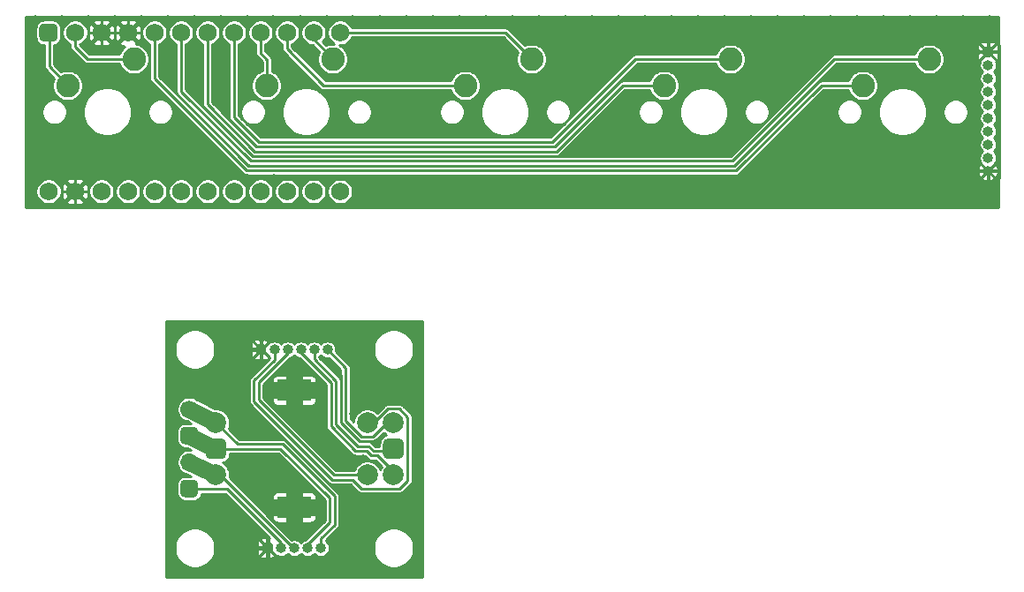
<source format=gtl>
%TF.GenerationSoftware,KiCad,Pcbnew,5.99.0+really5.1.10+dfsg1-1*%
%TF.CreationDate,2021-06-06T12:38:46-04:00*%
%TF.ProjectId,5x1_knob,3578315f-6b6e-46f6-922e-6b696361645f,rev?*%
%TF.SameCoordinates,Original*%
%TF.FileFunction,Copper,L1,Top*%
%TF.FilePolarity,Positive*%
%FSLAX46Y46*%
G04 Gerber Fmt 4.6, Leading zero omitted, Abs format (unit mm)*
G04 Created by KiCad (PCBNEW 5.99.0+really5.1.10+dfsg1-1) date 2021-06-06 12:38:46*
%MOMM*%
%LPD*%
G01*
G04 APERTURE LIST*
%TA.AperFunction,ComponentPad*%
%ADD10C,2.000000*%
%TD*%
%TA.AperFunction,ComponentPad*%
%ADD11R,3.200001X2.000000*%
%TD*%
%TA.AperFunction,ComponentPad*%
%ADD12C,1.752600*%
%TD*%
%TA.AperFunction,ComponentPad*%
%ADD13O,1.000000X1.000000*%
%TD*%
%TA.AperFunction,ComponentPad*%
%ADD14O,1.700000X1.700000*%
%TD*%
%TA.AperFunction,ComponentPad*%
%ADD15C,1.700000*%
%TD*%
%TA.AperFunction,ComponentPad*%
%ADD16C,2.250000*%
%TD*%
%TA.AperFunction,ViaPad*%
%ADD17C,0.800000*%
%TD*%
%TA.AperFunction,Conductor*%
%ADD18C,0.254000*%
%TD*%
%TA.AperFunction,Conductor*%
%ADD19C,0.508000*%
%TD*%
%TA.AperFunction,Conductor*%
%ADD20C,0.381000*%
%TD*%
%TA.AperFunction,Conductor*%
%ADD21C,1.600200*%
%TD*%
%TA.AperFunction,Conductor*%
%ADD22C,0.150000*%
%TD*%
G04 APERTURE END LIST*
%TO.P,SW_1,c*%
%TO.N,Net-(J_1-Pad5)*%
%TA.AperFunction,ComponentPad*%
G36*
G01*
X34598500Y-42346500D02*
X34598500Y-41346500D01*
G75*
G02*
X35098500Y-40846500I500000J0D01*
G01*
X36098500Y-40846500D01*
G75*
G02*
X36598500Y-41346500I0J-500000D01*
G01*
X36598500Y-42346500D01*
G75*
G02*
X36098500Y-42846500I-500000J0D01*
G01*
X35098500Y-42846500D01*
G75*
G02*
X34598500Y-42346500I0J500000D01*
G01*
G37*
%TD.AperFunction*%
D10*
%TO.P,SW_1,b*%
%TO.N,Net-(J_1-Pad4)*%
X35598500Y-44346500D03*
%TO.P,SW_1,a*%
%TO.N,Net-(J_1-Pad6)*%
X35598500Y-39346500D03*
%TO.P,SW_1,S1*%
%TO.N,Net-(J_1-Pad3)*%
X33098500Y-44346500D03*
%TO.P,SW_1,S2*%
%TO.N,Net-(J_1-Pad2)*%
X33098500Y-39346500D03*
D11*
%TO.P,SW_1,MP*%
%TO.N,K_GND*%
X26098500Y-47446500D03*
X26098500Y-36246500D03*
D10*
%TO.P,SW_1,B*%
%TO.N,Net-(J_2-Pad3)*%
X18598500Y-44346500D03*
%TO.P,SW_1,C*%
%TO.N,Net-(J_2-Pad4)*%
%TA.AperFunction,ComponentPad*%
G36*
G01*
X17598500Y-42346500D02*
X17598500Y-41346500D01*
G75*
G02*
X18098500Y-40846500I500000J0D01*
G01*
X19098500Y-40846500D01*
G75*
G02*
X19598500Y-41346500I0J-500000D01*
G01*
X19598500Y-42346500D01*
G75*
G02*
X19098500Y-42846500I-500000J0D01*
G01*
X18098500Y-42846500D01*
G75*
G02*
X17598500Y-42346500I0J500000D01*
G01*
G37*
%TD.AperFunction*%
%TO.P,SW_1,A*%
%TO.N,Net-(J_2-Pad5)*%
X18598500Y-39346500D03*
%TD*%
D12*
%TO.P,U1,24*%
%TO.N,NC1*%
X2540000Y-17145000D03*
%TO.P,U1,12*%
%TO.N,R2*%
X30480000Y-1905000D03*
%TO.P,U1,23*%
%TO.N,GND*%
X5080000Y-17145000D03*
%TO.P,U1,22*%
%TO.N,NC2*%
X7620000Y-17145000D03*
%TO.P,U1,21*%
%TO.N,VCC*%
X10160000Y-17145000D03*
%TO.P,U1,20*%
%TO.N,Net-(J_0-Pad2)*%
X12700000Y-17145000D03*
%TO.P,U1,19*%
%TO.N,Net-(J_0-Pad3)*%
X15240000Y-17145000D03*
%TO.P,U1,18*%
%TO.N,Net-(J_0-Pad4)*%
X17780000Y-17145000D03*
%TO.P,U1,17*%
%TO.N,Net-(J_0-Pad5)*%
X20320000Y-17145000D03*
%TO.P,U1,16*%
%TO.N,Net-(J_0-Pad6)*%
X22860000Y-17145000D03*
%TO.P,U1,15*%
%TO.N,Net-(J_0-Pad7)*%
X25400000Y-17145000D03*
%TO.P,U1,14*%
%TO.N,Net-(J_0-Pad8)*%
X27940000Y-17145000D03*
%TO.P,U1,13*%
%TO.N,Net-(J_0-Pad9)*%
X30480000Y-17145000D03*
%TO.P,U1,11*%
%TO.N,R1*%
X27940000Y-1905000D03*
%TO.P,U1,10*%
%TO.N,C2*%
X25400000Y-1905000D03*
%TO.P,U1,9*%
%TO.N,C1*%
X22860000Y-1905000D03*
%TO.P,U1,8*%
%TO.N,R3*%
X20320000Y-1905000D03*
%TO.P,U1,7*%
%TO.N,C3*%
X17780000Y-1905000D03*
%TO.P,U1,6*%
%TO.N,R4*%
X15240000Y-1905000D03*
%TO.P,U1,5*%
%TO.N,C4*%
X12700000Y-1905000D03*
%TO.P,U1,4*%
%TO.N,GND*%
X10160000Y-1905000D03*
%TO.P,U1,3*%
X7620000Y-1905000D03*
%TO.P,U1,2*%
%TO.N,R0*%
X5080000Y-1905000D03*
%TO.P,U1,1*%
%TO.N,C0*%
%TA.AperFunction,ComponentPad*%
G36*
G01*
X1663700Y-2343150D02*
X1663700Y-1466850D01*
G75*
G02*
X2101850Y-1028700I438150J0D01*
G01*
X2978150Y-1028700D01*
G75*
G02*
X3416300Y-1466850I0J-438150D01*
G01*
X3416300Y-2343150D01*
G75*
G02*
X2978150Y-2781300I-438150J0D01*
G01*
X2101850Y-2781300D01*
G75*
G02*
X1663700Y-2343150I0J438150D01*
G01*
G37*
%TD.AperFunction*%
%TD*%
D13*
%TO.P,J_0,10*%
%TO.N,GND*%
X92583000Y-15176500D03*
%TO.P,J_0,9*%
%TO.N,Net-(J_0-Pad9)*%
X92583000Y-13906500D03*
%TO.P,J_0,8*%
%TO.N,Net-(J_0-Pad8)*%
X92583000Y-12636500D03*
%TO.P,J_0,7*%
%TO.N,Net-(J_0-Pad7)*%
X92583000Y-11366500D03*
%TO.P,J_0,6*%
%TO.N,Net-(J_0-Pad6)*%
X92583000Y-10096500D03*
%TO.P,J_0,5*%
%TO.N,Net-(J_0-Pad5)*%
X92583000Y-8826500D03*
%TO.P,J_0,4*%
%TO.N,Net-(J_0-Pad4)*%
X92583000Y-7556500D03*
%TO.P,J_0,3*%
%TO.N,Net-(J_0-Pad3)*%
X92583000Y-6286500D03*
%TO.P,J_0,2*%
%TO.N,Net-(J_0-Pad2)*%
X92583000Y-5016500D03*
%TO.P,J_0,1*%
%TO.N,GND*%
%TA.AperFunction,ComponentPad*%
G36*
G01*
X92083000Y-3996500D02*
X92083000Y-3496500D01*
G75*
G02*
X92333000Y-3246500I250000J0D01*
G01*
X92833000Y-3246500D01*
G75*
G02*
X93083000Y-3496500I0J-250000D01*
G01*
X93083000Y-3996500D01*
G75*
G02*
X92833000Y-4246500I-250000J0D01*
G01*
X92333000Y-4246500D01*
G75*
G02*
X92083000Y-3996500I0J250000D01*
G01*
G37*
%TD.AperFunction*%
%TD*%
%TO.P,SW_2,4*%
%TO.N,Net-(J_2-Pad2)*%
%TA.AperFunction,ComponentPad*%
G36*
G01*
X15185000Y-46081500D02*
X15185000Y-45231500D01*
G75*
G02*
X15610000Y-44806500I425000J0D01*
G01*
X16460000Y-44806500D01*
G75*
G02*
X16885000Y-45231500I0J-425000D01*
G01*
X16885000Y-46081500D01*
G75*
G02*
X16460000Y-46506500I-425000J0D01*
G01*
X15610000Y-46506500D01*
G75*
G02*
X15185000Y-46081500I0J425000D01*
G01*
G37*
%TD.AperFunction*%
D14*
%TO.P,SW_2,3*%
%TO.N,Net-(J_2-Pad3)*%
X16035000Y-43116500D03*
%TO.P,SW_2,2*%
%TO.N,Net-(J_2-Pad4)*%
%TA.AperFunction,ComponentPad*%
G36*
G01*
X15185000Y-41001500D02*
X15185000Y-40151500D01*
G75*
G02*
X15610000Y-39726500I425000J0D01*
G01*
X16460000Y-39726500D01*
G75*
G02*
X16885000Y-40151500I0J-425000D01*
G01*
X16885000Y-41001500D01*
G75*
G02*
X16460000Y-41426500I-425000J0D01*
G01*
X15610000Y-41426500D01*
G75*
G02*
X15185000Y-41001500I0J425000D01*
G01*
G37*
%TD.AperFunction*%
D15*
%TO.P,SW_2,1*%
%TO.N,Net-(J_2-Pad5)*%
X16035000Y-38036500D03*
%TD*%
D13*
%TO.P,J_2,5*%
%TO.N,Net-(J_2-Pad5)*%
X28638500Y-51371500D03*
%TO.P,J_2,4*%
%TO.N,Net-(J_2-Pad4)*%
X27368500Y-51371500D03*
%TO.P,J_2,3*%
%TO.N,Net-(J_2-Pad3)*%
X26098500Y-51371500D03*
%TO.P,J_2,2*%
%TO.N,Net-(J_2-Pad2)*%
X24828500Y-51371500D03*
%TO.P,J_2,1*%
%TO.N,K_GND*%
%TA.AperFunction,ComponentPad*%
G36*
G01*
X23808500Y-51871500D02*
X23308500Y-51871500D01*
G75*
G02*
X23058500Y-51621500I0J250000D01*
G01*
X23058500Y-51121500D01*
G75*
G02*
X23308500Y-50871500I250000J0D01*
G01*
X23808500Y-50871500D01*
G75*
G02*
X24058500Y-51121500I0J-250000D01*
G01*
X24058500Y-51621500D01*
G75*
G02*
X23808500Y-51871500I-250000J0D01*
G01*
G37*
%TD.AperFunction*%
%TD*%
%TO.P,J_1,6*%
%TO.N,Net-(J_1-Pad6)*%
X29273500Y-32321500D03*
%TO.P,J_1,5*%
%TO.N,Net-(J_1-Pad5)*%
X28003500Y-32321500D03*
%TO.P,J_1,4*%
%TO.N,Net-(J_1-Pad4)*%
X26733500Y-32321500D03*
%TO.P,J_1,3*%
%TO.N,Net-(J_1-Pad3)*%
X25463500Y-32321500D03*
%TO.P,J_1,2*%
%TO.N,Net-(J_1-Pad2)*%
X24193500Y-32321500D03*
%TO.P,J_1,1*%
%TO.N,K_GND*%
%TA.AperFunction,ComponentPad*%
G36*
G01*
X23173500Y-32821500D02*
X22673500Y-32821500D01*
G75*
G02*
X22423500Y-32571500I0J250000D01*
G01*
X22423500Y-32071500D01*
G75*
G02*
X22673500Y-31821500I250000J0D01*
G01*
X23173500Y-31821500D01*
G75*
G02*
X23423500Y-32071500I0J-250000D01*
G01*
X23423500Y-32571500D01*
G75*
G02*
X23173500Y-32821500I-250000J0D01*
G01*
G37*
%TD.AperFunction*%
%TD*%
D16*
%TO.P,MX_5,2*%
%TO.N,R4*%
X86931500Y-4445000D03*
%TO.P,MX_5,1*%
%TO.N,C4*%
X80581500Y-6985000D03*
%TD*%
%TO.P,MX_4,2*%
%TO.N,R3*%
X67881500Y-4445000D03*
%TO.P,MX_4,1*%
%TO.N,C3*%
X61531500Y-6985000D03*
%TD*%
%TO.P,MX_3,2*%
%TO.N,R2*%
X48831500Y-4445000D03*
%TO.P,MX_3,1*%
%TO.N,C2*%
X42481500Y-6985000D03*
%TD*%
%TO.P,MX_2,2*%
%TO.N,R1*%
X29781500Y-4445000D03*
%TO.P,MX_2,1*%
%TO.N,C1*%
X23431500Y-6985000D03*
%TD*%
%TO.P,MX_1,2*%
%TO.N,R0*%
X10731500Y-4445000D03*
%TO.P,MX_1,1*%
%TO.N,C0*%
X4381500Y-6985000D03*
%TD*%
D17*
%TO.N,GND*%
X24130000Y-15875000D03*
X34290000Y-635000D03*
X36830000Y-635000D03*
X39370000Y-635000D03*
X41910000Y-635000D03*
X44450000Y-635000D03*
X46990000Y-635000D03*
X49530000Y-635000D03*
X52070000Y-635000D03*
X54610000Y-635000D03*
X57150000Y-635000D03*
X59690000Y-635000D03*
X62230000Y-635000D03*
X64770000Y-635000D03*
X67310000Y-635000D03*
X69850000Y-635000D03*
X72390000Y-635000D03*
X74930000Y-635000D03*
X77470000Y-635000D03*
X80010000Y-635000D03*
X82550000Y-635000D03*
X85090000Y-635000D03*
X87630000Y-635000D03*
X90170000Y-635000D03*
X92710000Y-635000D03*
X4445000Y-8763000D03*
X42545000Y-8763000D03*
X61595000Y-8763000D03*
X80645000Y-8763000D03*
X31750000Y-18415000D03*
X24130000Y-18415000D03*
X13970000Y-18415000D03*
X1270000Y-18415000D03*
X3810000Y-18415000D03*
X1270000Y-15875000D03*
X6350000Y-18415000D03*
X19050000Y-18415000D03*
X3810000Y-15875000D03*
X8890000Y-18415000D03*
X8890000Y-15875000D03*
X21590000Y-18415000D03*
X26670000Y-18415000D03*
X11430000Y-15875000D03*
X6350000Y-15875000D03*
X13970000Y-635000D03*
X16510000Y-635000D03*
X19050000Y-635000D03*
X21590000Y-635000D03*
X24066500Y-635000D03*
X26670000Y-635000D03*
X3810000Y-635000D03*
X1270000Y-635000D03*
X3810000Y-3175000D03*
X1270000Y-3175000D03*
X6350000Y-3175000D03*
X6350000Y-635000D03*
X8890000Y-3175000D03*
X13970000Y-3175000D03*
X16510000Y-3175000D03*
X19050000Y-3175000D03*
X21590000Y-3175000D03*
X24066500Y-3175000D03*
X26670000Y-3175000D03*
X8890000Y-635000D03*
X11430000Y-635000D03*
X31686500Y-635000D03*
X31686500Y-3175000D03*
X11430000Y-18415000D03*
X29210000Y-18415000D03*
X11620500Y-6096000D03*
X49720500Y-6096000D03*
X68770500Y-6096000D03*
X92710000Y-18415000D03*
X90170000Y-18415000D03*
X87630000Y-18415000D03*
X85090000Y-18415000D03*
X82550000Y-18415000D03*
X80010000Y-18415000D03*
X77470000Y-18415000D03*
X74930000Y-18415000D03*
X72390000Y-18415000D03*
X69850000Y-18415000D03*
X67310000Y-18415000D03*
X64770000Y-18415000D03*
X62230000Y-18415000D03*
X59690000Y-18415000D03*
X57150000Y-18415000D03*
X54610000Y-18415000D03*
X52070000Y-18415000D03*
X49530000Y-18415000D03*
X46990000Y-18415000D03*
X44450000Y-18415000D03*
X41910000Y-18415000D03*
X39370000Y-18415000D03*
X36830000Y-18415000D03*
X29210000Y-635000D03*
X34290000Y-18415000D03*
X1270000Y-13335000D03*
X1270000Y-10795000D03*
X1270000Y-8255000D03*
X1270000Y-5715000D03*
X13970000Y-15875000D03*
X16510000Y-18415000D03*
X16510000Y-15875000D03*
X19050000Y-15875000D03*
X21590000Y-15875000D03*
X92710000Y-2222500D03*
X92710000Y-16827500D03*
X23495000Y-8763000D03*
X32004000Y-16891000D03*
X91313000Y-4836160D03*
X91313000Y-6299200D03*
X88389460Y-5377180D03*
X91313000Y-12771120D03*
X91313000Y-14234160D03*
X91313000Y-7975600D03*
X91315540Y-9646920D03*
X91315540Y-11303000D03*
%TO.N,K_GND*%
X14224000Y-53721000D03*
X14224000Y-40767000D03*
X14224000Y-42926000D03*
X14224000Y-36449000D03*
X14224000Y-51562000D03*
X14224000Y-49403000D03*
X14224000Y-34290000D03*
X14224000Y-47244000D03*
X14224000Y-32131000D03*
X14224000Y-45085000D03*
X14224000Y-38608000D03*
X37973000Y-53721000D03*
X25019000Y-53721000D03*
X27178000Y-53721000D03*
X20701000Y-53721000D03*
X35814000Y-53721000D03*
X33655000Y-53721000D03*
X18542000Y-53721000D03*
X31496000Y-53721000D03*
X16383000Y-53721000D03*
X29337000Y-53721000D03*
X22860000Y-53721000D03*
X37973000Y-42926000D03*
X37973000Y-40767000D03*
X37973000Y-47244000D03*
X37973000Y-32131000D03*
X37973000Y-34290000D03*
X37973000Y-49403000D03*
X37973000Y-36449000D03*
X37973000Y-51562000D03*
X37973000Y-38608000D03*
X37973000Y-45085000D03*
X29273500Y-33464500D03*
X26733500Y-50228500D03*
X26098500Y-33464500D03*
X26733500Y-52514500D03*
X25463500Y-52514500D03*
X28003500Y-52514500D03*
X29273500Y-52514500D03*
X24193500Y-52514500D03*
X26098500Y-31178500D03*
X24828500Y-31178500D03*
X23558500Y-31178500D03*
X27368500Y-31178500D03*
X28638500Y-31178500D03*
X14224000Y-29972000D03*
X37973000Y-29972000D03*
X35814000Y-29972000D03*
X33655000Y-29972000D03*
X31496000Y-29972000D03*
X29337000Y-29972000D03*
X27178000Y-29972000D03*
X25019000Y-29972000D03*
X22860000Y-29972000D03*
X20701000Y-29972000D03*
X18542000Y-29972000D03*
X16383000Y-29972000D03*
X20320000Y-39370000D03*
X20320000Y-44323000D03*
X20320000Y-42608500D03*
X31744920Y-38468300D03*
X33995360Y-41323260D03*
X32730440Y-42783760D03*
%TD*%
D18*
%TO.N,C0*%
X2603500Y-5143500D02*
X2603500Y-1905000D01*
X4445000Y-6985000D02*
X2603500Y-5143500D01*
%TO.N,C1*%
X22860000Y-3873500D02*
X22860000Y-1905000D01*
X23495000Y-4508500D02*
X22860000Y-3873500D01*
X23495000Y-6985000D02*
X23495000Y-4508500D01*
%TO.N,C2*%
X25400000Y-3454400D02*
X25400000Y-1905000D01*
X28930600Y-6985000D02*
X25400000Y-3454400D01*
X42545000Y-6985000D02*
X28930600Y-6985000D01*
%TO.N,C3*%
X17780000Y-3144275D02*
X17780000Y-1905000D01*
X17780000Y-8796020D02*
X17780000Y-3144275D01*
X22298660Y-13314680D02*
X17780000Y-8796020D01*
X51241960Y-13314680D02*
X22298660Y-13314680D01*
X57571640Y-6985000D02*
X51241960Y-13314680D01*
X61531500Y-6985000D02*
X57571640Y-6985000D01*
%TO.N,C4*%
X12700000Y-6306820D02*
X12700000Y-1905000D01*
X21536660Y-15143480D02*
X12700000Y-6306820D01*
X68468240Y-15143480D02*
X21536660Y-15143480D01*
X76626720Y-6985000D02*
X68468240Y-15143480D01*
X80645000Y-6985000D02*
X76626720Y-6985000D01*
%TO.N,GND*%
X81015962Y-8763000D02*
X80645000Y-8763000D01*
X6286500Y-3111500D02*
X6413500Y-3111500D01*
X1270000Y-5932231D02*
X1270000Y-5715000D01*
X4445000Y-8763000D02*
X4191962Y-8763000D01*
X6098443Y-5463443D02*
X3810000Y-3175000D01*
X6098443Y-7675242D02*
X6098443Y-5463443D01*
X5010685Y-8763000D02*
X6098443Y-7675242D01*
X4445000Y-8763000D02*
X5010685Y-8763000D01*
X47233962Y-635000D02*
X46990000Y-635000D01*
D19*
X92710000Y-15303500D02*
X92583000Y-15176500D01*
D18*
X61965962Y-8763000D02*
X61595000Y-8763000D01*
X64632962Y-6096000D02*
X61965962Y-8763000D01*
X67119500Y-6096000D02*
X64632962Y-6096000D01*
X83682962Y-6096000D02*
X81015962Y-8763000D01*
X86169500Y-6096000D02*
X83682962Y-6096000D01*
D20*
X92710000Y-3619500D02*
X92583000Y-3746500D01*
D18*
X42545000Y-8763000D02*
X42291962Y-8763000D01*
X48333538Y-6096000D02*
X49720500Y-6096000D01*
X45412538Y-3175000D02*
X48333538Y-6096000D01*
X31686500Y-3175000D02*
X45412538Y-3175000D01*
X6731000Y-6096000D02*
X11620500Y-6096000D01*
X3810000Y-3175000D02*
X6731000Y-6096000D01*
X92583000Y-15176500D02*
X93459300Y-15176500D01*
X92583000Y-15176500D02*
X93370400Y-15963900D01*
X91768930Y-15990570D02*
X92583000Y-15176500D01*
X91313000Y-15534640D02*
X91768930Y-15990570D01*
X92583000Y-15176500D02*
X91381580Y-15176500D01*
X91381580Y-15176500D02*
X91313000Y-15245080D01*
X91313000Y-15245080D02*
X91313000Y-15534640D01*
X92605860Y-16827500D02*
X91768930Y-15990570D01*
X92710000Y-16827500D02*
X92605860Y-16827500D01*
X92583000Y-16700500D02*
X92710000Y-16827500D01*
X92583000Y-15176500D02*
X92583000Y-16700500D01*
X92583000Y-2349500D02*
X92710000Y-2222500D01*
X92583000Y-3746500D02*
X92583000Y-2349500D01*
X92583000Y-3746500D02*
X93624400Y-3746500D01*
X92583000Y-3746500D02*
X93408500Y-2921000D01*
X93408500Y-2921000D02*
X92710000Y-2222500D01*
X93624400Y-3136900D02*
X93408500Y-2921000D01*
X93624400Y-3746500D02*
X93624400Y-3136900D01*
X92085160Y-2222500D02*
X91244420Y-3063240D01*
X92710000Y-2222500D02*
X92085160Y-2222500D01*
X92583000Y-3746500D02*
X91572080Y-2735580D01*
X91485720Y-4843780D02*
X92583000Y-3746500D01*
X91315540Y-4843780D02*
X91485720Y-4843780D01*
X91236800Y-4765040D02*
X91236800Y-3070860D01*
X91315540Y-4843780D02*
X91236800Y-4765040D01*
X93624400Y-4787900D02*
X93624400Y-3746500D01*
X92583000Y-3746500D02*
X93624400Y-4787900D01*
X93624400Y-14135100D02*
X92583000Y-15176500D01*
X93624400Y-4787900D02*
X93624400Y-14135100D01*
X93621860Y-15915640D02*
X92710000Y-16827500D01*
X93621860Y-14137640D02*
X93621860Y-15915640D01*
X92583000Y-15176500D02*
X93621860Y-14137640D01*
X24130000Y-15875000D02*
X21590000Y-15875000D01*
X8890000Y-3175000D02*
X8890000Y-635000D01*
X11430000Y-635000D02*
X8890000Y-3175000D01*
X8890000Y-635000D02*
X6350000Y-3175000D01*
X6350000Y-635000D02*
X8890000Y-3175000D01*
X7620000Y-1905000D02*
X10160000Y-1905000D01*
X11239500Y-2984500D02*
X10160000Y-1905000D01*
X11430000Y-2794000D02*
X11239500Y-2984500D01*
X10160000Y-1905000D02*
X8890000Y-635000D01*
X11419840Y-1905000D02*
X11430000Y-1915160D01*
X10160000Y-1905000D02*
X11419840Y-1905000D01*
X11430000Y-1915160D02*
X11430000Y-2794000D01*
X11430000Y-635000D02*
X11430000Y-1915160D01*
X10160000Y-678180D02*
X10116820Y-635000D01*
X10160000Y-1905000D02*
X10160000Y-678180D01*
X10116820Y-635000D02*
X11430000Y-635000D01*
X7620000Y-675640D02*
X7579360Y-635000D01*
X7620000Y-1905000D02*
X7620000Y-675640D01*
X7579360Y-635000D02*
X10116820Y-635000D01*
X6350000Y-635000D02*
X7579360Y-635000D01*
X7620000Y-1905000D02*
X7620000Y-3175000D01*
X7620000Y-3175000D02*
X8890000Y-3175000D01*
X6350000Y-3175000D02*
X7620000Y-3175000D01*
X6413500Y-1905000D02*
X6350000Y-1968500D01*
X7620000Y-1905000D02*
X6413500Y-1905000D01*
X6350000Y-1968500D02*
X6350000Y-3175000D01*
X6350000Y-635000D02*
X6350000Y-1968500D01*
X3810000Y-15875000D02*
X6350000Y-18415000D01*
X6350000Y-15875000D02*
X3810000Y-18415000D01*
X3825240Y-17145000D02*
X3810000Y-17160240D01*
X5080000Y-17145000D02*
X3825240Y-17145000D01*
X3810000Y-17160240D02*
X3810000Y-15875000D01*
X3810000Y-18415000D02*
X3810000Y-17160240D01*
X5080000Y-15882620D02*
X5072380Y-15875000D01*
X5080000Y-17145000D02*
X5080000Y-15882620D01*
X5072380Y-15875000D02*
X6350000Y-15875000D01*
X3810000Y-15875000D02*
X5072380Y-15875000D01*
X6306820Y-17145000D02*
X6350000Y-17188180D01*
X5080000Y-17145000D02*
X6306820Y-17145000D01*
X6350000Y-17188180D02*
X6350000Y-18415000D01*
X6350000Y-15875000D02*
X6350000Y-17188180D01*
X5080000Y-17145000D02*
X5080000Y-18404840D01*
X5080000Y-18404840D02*
X5069840Y-18415000D01*
X5069840Y-18415000D02*
X3810000Y-18415000D01*
X6350000Y-18415000D02*
X5069840Y-18415000D01*
X91244420Y-3746500D02*
X91244420Y-3063240D01*
X92583000Y-3746500D02*
X91244420Y-3746500D01*
X91236800Y-3070860D02*
X91244420Y-3063240D01*
X91313000Y-14234160D02*
X91313000Y-15245080D01*
X91313000Y-14234160D02*
X91640660Y-14234160D01*
X91640660Y-14234160D02*
X92583000Y-15176500D01*
X91313000Y-14234160D02*
X91315540Y-14231620D01*
X91315540Y-14231620D02*
X91315540Y-4843780D01*
X11333480Y-2984500D02*
X11239500Y-2984500D01*
X12189460Y-3840480D02*
X11333480Y-2984500D01*
X12189460Y-5527040D02*
X12189460Y-3840480D01*
X11620500Y-6096000D02*
X12189460Y-5527040D01*
X24193500Y-15938500D02*
X24130000Y-15875000D01*
X31051500Y-15938500D02*
X24193500Y-15938500D01*
X32004000Y-16891000D02*
X31051500Y-15938500D01*
X47170462Y-635000D02*
X46990000Y-635000D01*
X50525680Y-3990218D02*
X47170462Y-635000D01*
X50525680Y-5290820D02*
X50525680Y-3990218D01*
X49720500Y-6096000D02*
X50525680Y-5290820D01*
X11567038Y-6111118D02*
X11567038Y-6042538D01*
X21330920Y-15875000D02*
X11567038Y-6111118D01*
X21590000Y-15875000D02*
X21330920Y-15875000D01*
X43110685Y-8763000D02*
X42545000Y-8763000D01*
X43997001Y-6288039D02*
X43997001Y-7876684D01*
X43106462Y-5397500D02*
X43997001Y-6288039D01*
X41846500Y-5397500D02*
X43106462Y-5397500D01*
X40960040Y-6283960D02*
X41846500Y-5397500D01*
X29334460Y-6283960D02*
X40960040Y-6283960D01*
X26670000Y-3619500D02*
X29334460Y-6283960D01*
X43997001Y-7876684D02*
X43110685Y-8763000D01*
X26670000Y-3175000D02*
X26670000Y-3619500D01*
X20955000Y-3810000D02*
X21590000Y-3175000D01*
X22778720Y-11849100D02*
X20955000Y-10025380D01*
X50756820Y-11849100D02*
X22778720Y-11849100D01*
X59964320Y-2641600D02*
X50756820Y-11849100D01*
X69397001Y-3748039D02*
X68290562Y-2641600D01*
X20955000Y-10025380D02*
X20955000Y-3810000D01*
X68290562Y-2641600D02*
X59964320Y-2641600D01*
X69397001Y-5141961D02*
X69397001Y-3748039D01*
X68442962Y-6096000D02*
X69397001Y-5141961D01*
X67119500Y-6096000D02*
X68442962Y-6096000D01*
X66550540Y-5527040D02*
X67119500Y-6096000D01*
X58379360Y-5527040D02*
X66550540Y-5527040D01*
X51048920Y-12857480D02*
X58379360Y-5527040D01*
X22489160Y-12857480D02*
X51048920Y-12857480D01*
X19050000Y-9418320D02*
X22489160Y-12857480D01*
X19050000Y-3175000D02*
X19050000Y-9418320D01*
X61206380Y-8763000D02*
X61595000Y-8763000D01*
X60761880Y-8318500D02*
X61206380Y-8763000D01*
X56901080Y-8318500D02*
X60761880Y-8318500D01*
X51447700Y-13771880D02*
X56901080Y-8318500D01*
X50406300Y-13771880D02*
X51447700Y-13771880D01*
X67881500Y-13771880D02*
X22108160Y-13771880D01*
X16510000Y-8173720D02*
X16510000Y-3175000D01*
X78663800Y-2989580D02*
X67881500Y-13771880D01*
X87688542Y-2989580D02*
X78663800Y-2989580D01*
X88447001Y-5141961D02*
X88447001Y-3748039D01*
X22108160Y-13771880D02*
X16510000Y-8173720D01*
X88447001Y-3748039D02*
X87688542Y-2989580D01*
X87492962Y-6096000D02*
X88447001Y-5141961D01*
X86169500Y-6096000D02*
X87492962Y-6096000D01*
X13970000Y-6929120D02*
X13970000Y-3175000D01*
X21727160Y-14686280D02*
X13970000Y-6929120D01*
X68272660Y-14686280D02*
X21727160Y-14686280D01*
X77597000Y-5361940D02*
X68272660Y-14686280D01*
X85435440Y-5361940D02*
X77597000Y-5361940D01*
X86169500Y-6096000D02*
X85435440Y-5361940D01*
X67368420Y-16891000D02*
X32004000Y-16891000D01*
X79849980Y-8285480D02*
X75973940Y-8285480D01*
X75973940Y-8285480D02*
X67368420Y-16891000D01*
X80327500Y-8763000D02*
X79849980Y-8285480D01*
X80645000Y-8763000D02*
X80327500Y-8763000D01*
X40957500Y-7556500D02*
X42164000Y-8763000D01*
X28564840Y-7556500D02*
X40957500Y-7556500D01*
X42164000Y-8763000D02*
X42545000Y-8763000D01*
X24583339Y-3574999D02*
X28564840Y-7556500D01*
X24466499Y-3574999D02*
X24583339Y-3574999D01*
X24066500Y-3175000D02*
X24466499Y-3574999D01*
%TO.N,R0*%
X6286500Y-4445000D02*
X10795000Y-4445000D01*
X5080000Y-3238500D02*
X6286500Y-4445000D01*
X5080000Y-1905000D02*
X5080000Y-3238500D01*
%TO.N,R1*%
X27940000Y-2540000D02*
X27940000Y-1905000D01*
X29845000Y-4445000D02*
X27940000Y-2540000D01*
%TO.N,R2*%
X46355000Y-1905000D02*
X30543500Y-1905000D01*
X48895000Y-4445000D02*
X46355000Y-1905000D01*
%TO.N,R3*%
X20259573Y-1965427D02*
X20320000Y-1905000D01*
X20320000Y-10040620D02*
X20320000Y-1905000D01*
X22679660Y-12400280D02*
X20320000Y-10040620D01*
X50855880Y-12400280D02*
X22679660Y-12400280D01*
X58811160Y-4445000D02*
X50855880Y-12400280D01*
X67881500Y-4445000D02*
X58811160Y-4445000D01*
%TO.N,R4*%
X68077080Y-14229080D02*
X77861160Y-4445000D01*
X21917660Y-14229080D02*
X68077080Y-14229080D01*
X77861160Y-4445000D02*
X86995000Y-4445000D01*
X15240000Y-7551420D02*
X21917660Y-14229080D01*
X86995000Y-4445000D02*
X87249000Y-4699000D01*
X15240000Y-1905000D02*
X15240000Y-7551420D01*
%TO.N,K_GND*%
X26098500Y-33464500D02*
X26098500Y-35052000D01*
X26162000Y-48768000D02*
X26098500Y-48704500D01*
X26162000Y-49657000D02*
X26162000Y-48768000D01*
X26733500Y-50228500D02*
X26162000Y-49657000D01*
X22923500Y-30035500D02*
X22860000Y-29972000D01*
X22923500Y-32321500D02*
X22923500Y-30035500D01*
X20701000Y-32321500D02*
X22923500Y-32321500D01*
X20701000Y-29972000D02*
X20701000Y-32321500D01*
X20701000Y-30099000D02*
X22923500Y-32321500D01*
X20701000Y-29972000D02*
X20701000Y-30099000D01*
X20320000Y-34925000D02*
X22923500Y-32321500D01*
X23558500Y-53022500D02*
X22860000Y-53721000D01*
X23558500Y-51371500D02*
X23558500Y-53022500D01*
X20701000Y-51371500D02*
X23558500Y-51371500D01*
X20701000Y-53721000D02*
X20701000Y-51371500D01*
X21209000Y-53721000D02*
X23558500Y-51371500D01*
X20701000Y-53721000D02*
X21209000Y-53721000D01*
X22113240Y-49926240D02*
X23558500Y-51371500D01*
X24701500Y-52514500D02*
X23558500Y-51371500D01*
X25463500Y-52514500D02*
X24701500Y-52514500D01*
X20701000Y-53721000D02*
X22860000Y-53721000D01*
X24066500Y-52514500D02*
X22860000Y-53721000D01*
X24193500Y-52514500D02*
X24066500Y-52514500D01*
X24193500Y-52514500D02*
X25463500Y-52514500D01*
X20701000Y-34544000D02*
X20320000Y-34925000D01*
X20701000Y-32321500D02*
X20701000Y-34544000D01*
X21918930Y-49731930D02*
X22113240Y-49926240D01*
X21916390Y-49731930D02*
X21918930Y-49731930D01*
X20701000Y-50947320D02*
X21916390Y-49731930D01*
X20701000Y-51371500D02*
X20701000Y-50947320D01*
X22860000Y-29972000D02*
X20701000Y-29972000D01*
X23558500Y-30670500D02*
X22860000Y-29972000D01*
X23558500Y-31178500D02*
X23558500Y-30670500D01*
D21*
X26098500Y-36246500D02*
X26098500Y-34198560D01*
X26098500Y-36246500D02*
X23878540Y-36246500D01*
X26098500Y-47446500D02*
X26098500Y-49324260D01*
X26098500Y-47446500D02*
X24030240Y-47446500D01*
X26098500Y-36246500D02*
X26098500Y-38008560D01*
X26098500Y-47446500D02*
X26098500Y-45910500D01*
D18*
X26098500Y-45252640D02*
X26098500Y-46228000D01*
X23327360Y-42481500D02*
X26098500Y-45252640D01*
X20193000Y-42481500D02*
X23327360Y-42481500D01*
X20320000Y-39370000D02*
X20320000Y-34925000D01*
X20320000Y-45039280D02*
X20320000Y-44323000D01*
X25509220Y-50228500D02*
X20320000Y-45039280D01*
X26733500Y-50228500D02*
X25509220Y-50228500D01*
D21*
X26098500Y-47446500D02*
X28165360Y-47446500D01*
D18*
X20320000Y-39370000D02*
X20320000Y-39387780D01*
D21*
X26098500Y-36246500D02*
X28145040Y-36246500D01*
D18*
X29827220Y-31178500D02*
X28638500Y-31178500D01*
X31742380Y-33093660D02*
X29827220Y-31178500D01*
X31742380Y-38465760D02*
X31742380Y-33093660D01*
X31744920Y-38468300D02*
X31742380Y-38465760D01*
X33327340Y-36885880D02*
X31744920Y-38468300D01*
X36245800Y-36885880D02*
X33327340Y-36885880D01*
X36484421Y-46388159D02*
X37835840Y-45036740D01*
X30626021Y-46388159D02*
X36484421Y-46388159D01*
X37835840Y-45036740D02*
X37835840Y-38475920D01*
X37835840Y-38475920D02*
X36245800Y-36885880D01*
X30871160Y-50916840D02*
X29273500Y-52514500D01*
X30871160Y-46633298D02*
X30871160Y-50916840D01*
X30626021Y-46388159D02*
X30871160Y-46633298D01*
X23558500Y-51371500D02*
X23558500Y-50373280D01*
X22917150Y-49731930D02*
X21916390Y-49731930D01*
X23558500Y-50373280D02*
X22917150Y-49731930D01*
X23812500Y-31432500D02*
X22923500Y-32321500D01*
X23558500Y-31178500D02*
X23812500Y-31432500D01*
X22923500Y-32321500D02*
X22923500Y-33868360D01*
X21752560Y-35085020D02*
X21752560Y-37514698D01*
X23713440Y-33124140D02*
X21752560Y-35085020D01*
X23713440Y-33111440D02*
X23713440Y-33124140D01*
X22923500Y-32321500D02*
X23713440Y-33111440D01*
X24176271Y-39938409D02*
X30626021Y-46388159D01*
X21752560Y-37514698D02*
X24176271Y-39938409D01*
X25167422Y-40929560D02*
X25457701Y-41219839D01*
X20833080Y-40929560D02*
X25167422Y-40929560D01*
X20320000Y-40416480D02*
X20833080Y-40929560D01*
X20320000Y-39370000D02*
X20320000Y-40416480D01*
X30553660Y-34744660D02*
X29273500Y-33464500D01*
X30553660Y-39336980D02*
X30553660Y-34744660D01*
X32351980Y-41135300D02*
X30553660Y-39336980D01*
X33807400Y-41135300D02*
X32351980Y-41135300D01*
X33995360Y-41323260D02*
X33807400Y-41135300D01*
X26098500Y-37846000D02*
X26098500Y-37465000D01*
X31036260Y-42783760D02*
X26098500Y-37846000D01*
X32730440Y-42783760D02*
X31036260Y-42783760D01*
X23126700Y-35821620D02*
X25483820Y-33464500D01*
X23126700Y-36944300D02*
X23126700Y-35821620D01*
X30055820Y-43873420D02*
X23126700Y-36944300D01*
X25483820Y-33464500D02*
X26098500Y-33464500D01*
X31640780Y-43873420D02*
X30055820Y-43873420D01*
X32730440Y-42783760D02*
X31640780Y-43873420D01*
%TO.N,Net-(J_1-Pad6)*%
X31010860Y-34058860D02*
X29273500Y-32321500D01*
X31010860Y-39143940D02*
X31010860Y-34058860D01*
X32545020Y-40678100D02*
X31010860Y-39143940D01*
X33649920Y-40678100D02*
X32545020Y-40678100D01*
X34981520Y-39346500D02*
X33649920Y-40678100D01*
X35598500Y-39346500D02*
X34981520Y-39346500D01*
%TO.N,Net-(J_1-Pad5)*%
X30088840Y-35318700D02*
X28003500Y-33233360D01*
X30088840Y-39519860D02*
X30088840Y-35318700D01*
X32161480Y-41592500D02*
X30088840Y-39519860D01*
X33228280Y-41592500D02*
X32161480Y-41592500D01*
X33690560Y-42054780D02*
X33228280Y-41592500D01*
X28003500Y-33233360D02*
X28003500Y-32321500D01*
X35390220Y-42054780D02*
X33690560Y-42054780D01*
X35598500Y-41846500D02*
X35390220Y-42054780D01*
%TO.N,Net-(J_1-Pad4)*%
X26733500Y-32611060D02*
X26733500Y-32321500D01*
X31968440Y-42049700D02*
X29631640Y-39712900D01*
X29631640Y-35509200D02*
X26733500Y-32611060D01*
X29631640Y-39712900D02*
X29631640Y-35509200D01*
X33497520Y-42511980D02*
X33035240Y-42049700D01*
X33035240Y-42049700D02*
X31968440Y-42049700D01*
X34089340Y-42511980D02*
X33497520Y-42511980D01*
X35598500Y-44021140D02*
X34089340Y-42511980D01*
X35598500Y-44346500D02*
X35598500Y-44021140D01*
%TO.N,Net-(J_1-Pad3)*%
X29881200Y-44346500D02*
X33098500Y-44346500D01*
X22669500Y-37134800D02*
X29881200Y-44346500D01*
X22669500Y-35466020D02*
X22669500Y-37134800D01*
X25463500Y-32672020D02*
X22669500Y-35466020D01*
X25463500Y-32321500D02*
X25463500Y-32672020D01*
%TO.N,Net-(J_1-Pad2)*%
X33714060Y-39346500D02*
X33098500Y-39346500D01*
X35046920Y-38013640D02*
X33714060Y-39346500D01*
X36164520Y-38013640D02*
X35046920Y-38013640D01*
X36941760Y-38790880D02*
X36164520Y-38013640D01*
X36941760Y-44917360D02*
X36941760Y-38790880D01*
X29695140Y-44808140D02*
X31673800Y-44808140D01*
X31673800Y-44808140D02*
X32542480Y-45676820D01*
X22212300Y-37325300D02*
X29695140Y-44808140D01*
X22212300Y-35272980D02*
X22212300Y-37325300D01*
X24193500Y-33291780D02*
X22212300Y-35272980D01*
X36182300Y-45676820D02*
X36941760Y-44917360D01*
X32542480Y-45676820D02*
X36182300Y-45676820D01*
X24193500Y-32321500D02*
X24193500Y-33291780D01*
D21*
%TO.N,Net-(J_2-Pad5)*%
X16035000Y-38036500D02*
X18598500Y-39346500D01*
D18*
X29959300Y-46372780D02*
X29959300Y-49118520D01*
X24973280Y-41386760D02*
X29959300Y-46372780D01*
X28638500Y-50439320D02*
X28638500Y-51371500D01*
X20638760Y-41386760D02*
X24973280Y-41386760D01*
X29959300Y-49118520D02*
X28638500Y-50439320D01*
X18598500Y-39346500D02*
X20638760Y-41386760D01*
D21*
%TO.N,Net-(J_2-Pad4)*%
X16035000Y-40576500D02*
X18598500Y-41846500D01*
D18*
X27368500Y-51061620D02*
X27368500Y-51371500D01*
X29502100Y-48928020D02*
X27368500Y-51061620D01*
X29502100Y-46568360D02*
X29502100Y-48928020D01*
X24780240Y-41846500D02*
X29502100Y-46568360D01*
X18598500Y-41846500D02*
X24780240Y-41846500D01*
D21*
%TO.N,Net-(J_2-Pad3)*%
X16035000Y-43116500D02*
X18598500Y-44346500D01*
D18*
X18979520Y-44346500D02*
X18598500Y-44346500D01*
X26004520Y-51371500D02*
X18979520Y-44346500D01*
X26098500Y-51371500D02*
X26004520Y-51371500D01*
%TO.N,Net-(J_2-Pad2)*%
X16065480Y-45686980D02*
X16035000Y-45656500D01*
X19669760Y-45686980D02*
X16065480Y-45686980D01*
X24828500Y-50845720D02*
X19669760Y-45686980D01*
X24828500Y-51371500D02*
X24828500Y-50845720D01*
%TD*%
%TO.N,GND*%
X93612100Y-18682100D02*
X367900Y-18682100D01*
X367900Y-17024919D01*
X1320800Y-17024919D01*
X1320800Y-17265081D01*
X1367653Y-17500627D01*
X1459559Y-17722508D01*
X1592986Y-17922195D01*
X1762805Y-18092014D01*
X1962492Y-18225441D01*
X2184373Y-18317347D01*
X2419919Y-18364200D01*
X2660081Y-18364200D01*
X2895627Y-18317347D01*
X3117508Y-18225441D01*
X3317195Y-18092014D01*
X3326655Y-18082554D01*
X4232248Y-18082554D01*
X4314616Y-18306492D01*
X4555919Y-18433494D01*
X4817361Y-18510978D01*
X5088897Y-18535970D01*
X5360091Y-18507507D01*
X5620520Y-18426684D01*
X5845384Y-18306492D01*
X5927752Y-18082554D01*
X5080000Y-17234803D01*
X4232248Y-18082554D01*
X3326655Y-18082554D01*
X3487014Y-17922195D01*
X3620441Y-17722508D01*
X3712347Y-17500627D01*
X3723513Y-17444490D01*
X3798316Y-17685520D01*
X3918508Y-17910384D01*
X4142446Y-17992752D01*
X4990197Y-17145000D01*
X5169803Y-17145000D01*
X6017554Y-17992752D01*
X6241492Y-17910384D01*
X6368494Y-17669081D01*
X6435912Y-17441602D01*
X6447653Y-17500627D01*
X6539559Y-17722508D01*
X6672986Y-17922195D01*
X6842805Y-18092014D01*
X7042492Y-18225441D01*
X7264373Y-18317347D01*
X7499919Y-18364200D01*
X7740081Y-18364200D01*
X7975627Y-18317347D01*
X8197508Y-18225441D01*
X8397195Y-18092014D01*
X8567014Y-17922195D01*
X8700441Y-17722508D01*
X8792347Y-17500627D01*
X8839200Y-17265081D01*
X8839200Y-17024919D01*
X8940800Y-17024919D01*
X8940800Y-17265081D01*
X8987653Y-17500627D01*
X9079559Y-17722508D01*
X9212986Y-17922195D01*
X9382805Y-18092014D01*
X9582492Y-18225441D01*
X9804373Y-18317347D01*
X10039919Y-18364200D01*
X10280081Y-18364200D01*
X10515627Y-18317347D01*
X10737508Y-18225441D01*
X10937195Y-18092014D01*
X11107014Y-17922195D01*
X11240441Y-17722508D01*
X11332347Y-17500627D01*
X11379200Y-17265081D01*
X11379200Y-17024919D01*
X11480800Y-17024919D01*
X11480800Y-17265081D01*
X11527653Y-17500627D01*
X11619559Y-17722508D01*
X11752986Y-17922195D01*
X11922805Y-18092014D01*
X12122492Y-18225441D01*
X12344373Y-18317347D01*
X12579919Y-18364200D01*
X12820081Y-18364200D01*
X13055627Y-18317347D01*
X13277508Y-18225441D01*
X13477195Y-18092014D01*
X13647014Y-17922195D01*
X13780441Y-17722508D01*
X13872347Y-17500627D01*
X13919200Y-17265081D01*
X13919200Y-17024919D01*
X14020800Y-17024919D01*
X14020800Y-17265081D01*
X14067653Y-17500627D01*
X14159559Y-17722508D01*
X14292986Y-17922195D01*
X14462805Y-18092014D01*
X14662492Y-18225441D01*
X14884373Y-18317347D01*
X15119919Y-18364200D01*
X15360081Y-18364200D01*
X15595627Y-18317347D01*
X15817508Y-18225441D01*
X16017195Y-18092014D01*
X16187014Y-17922195D01*
X16320441Y-17722508D01*
X16412347Y-17500627D01*
X16459200Y-17265081D01*
X16459200Y-17024919D01*
X16560800Y-17024919D01*
X16560800Y-17265081D01*
X16607653Y-17500627D01*
X16699559Y-17722508D01*
X16832986Y-17922195D01*
X17002805Y-18092014D01*
X17202492Y-18225441D01*
X17424373Y-18317347D01*
X17659919Y-18364200D01*
X17900081Y-18364200D01*
X18135627Y-18317347D01*
X18357508Y-18225441D01*
X18557195Y-18092014D01*
X18727014Y-17922195D01*
X18860441Y-17722508D01*
X18952347Y-17500627D01*
X18999200Y-17265081D01*
X18999200Y-17024919D01*
X19100800Y-17024919D01*
X19100800Y-17265081D01*
X19147653Y-17500627D01*
X19239559Y-17722508D01*
X19372986Y-17922195D01*
X19542805Y-18092014D01*
X19742492Y-18225441D01*
X19964373Y-18317347D01*
X20199919Y-18364200D01*
X20440081Y-18364200D01*
X20675627Y-18317347D01*
X20897508Y-18225441D01*
X21097195Y-18092014D01*
X21267014Y-17922195D01*
X21400441Y-17722508D01*
X21492347Y-17500627D01*
X21539200Y-17265081D01*
X21539200Y-17024919D01*
X21640800Y-17024919D01*
X21640800Y-17265081D01*
X21687653Y-17500627D01*
X21779559Y-17722508D01*
X21912986Y-17922195D01*
X22082805Y-18092014D01*
X22282492Y-18225441D01*
X22504373Y-18317347D01*
X22739919Y-18364200D01*
X22980081Y-18364200D01*
X23215627Y-18317347D01*
X23437508Y-18225441D01*
X23637195Y-18092014D01*
X23807014Y-17922195D01*
X23940441Y-17722508D01*
X24032347Y-17500627D01*
X24079200Y-17265081D01*
X24079200Y-17024919D01*
X24180800Y-17024919D01*
X24180800Y-17265081D01*
X24227653Y-17500627D01*
X24319559Y-17722508D01*
X24452986Y-17922195D01*
X24622805Y-18092014D01*
X24822492Y-18225441D01*
X25044373Y-18317347D01*
X25279919Y-18364200D01*
X25520081Y-18364200D01*
X25755627Y-18317347D01*
X25977508Y-18225441D01*
X26177195Y-18092014D01*
X26347014Y-17922195D01*
X26480441Y-17722508D01*
X26572347Y-17500627D01*
X26619200Y-17265081D01*
X26619200Y-17024919D01*
X26720800Y-17024919D01*
X26720800Y-17265081D01*
X26767653Y-17500627D01*
X26859559Y-17722508D01*
X26992986Y-17922195D01*
X27162805Y-18092014D01*
X27362492Y-18225441D01*
X27584373Y-18317347D01*
X27819919Y-18364200D01*
X28060081Y-18364200D01*
X28295627Y-18317347D01*
X28517508Y-18225441D01*
X28717195Y-18092014D01*
X28887014Y-17922195D01*
X29020441Y-17722508D01*
X29112347Y-17500627D01*
X29159200Y-17265081D01*
X29159200Y-17024919D01*
X29260800Y-17024919D01*
X29260800Y-17265081D01*
X29307653Y-17500627D01*
X29399559Y-17722508D01*
X29532986Y-17922195D01*
X29702805Y-18092014D01*
X29902492Y-18225441D01*
X30124373Y-18317347D01*
X30359919Y-18364200D01*
X30600081Y-18364200D01*
X30835627Y-18317347D01*
X31057508Y-18225441D01*
X31257195Y-18092014D01*
X31427014Y-17922195D01*
X31560441Y-17722508D01*
X31652347Y-17500627D01*
X31699200Y-17265081D01*
X31699200Y-17024919D01*
X31652347Y-16789373D01*
X31560441Y-16567492D01*
X31427014Y-16367805D01*
X31257195Y-16197986D01*
X31057508Y-16064559D01*
X30835627Y-15972653D01*
X30600081Y-15925800D01*
X30359919Y-15925800D01*
X30124373Y-15972653D01*
X29902492Y-16064559D01*
X29702805Y-16197986D01*
X29532986Y-16367805D01*
X29399559Y-16567492D01*
X29307653Y-16789373D01*
X29260800Y-17024919D01*
X29159200Y-17024919D01*
X29112347Y-16789373D01*
X29020441Y-16567492D01*
X28887014Y-16367805D01*
X28717195Y-16197986D01*
X28517508Y-16064559D01*
X28295627Y-15972653D01*
X28060081Y-15925800D01*
X27819919Y-15925800D01*
X27584373Y-15972653D01*
X27362492Y-16064559D01*
X27162805Y-16197986D01*
X26992986Y-16367805D01*
X26859559Y-16567492D01*
X26767653Y-16789373D01*
X26720800Y-17024919D01*
X26619200Y-17024919D01*
X26572347Y-16789373D01*
X26480441Y-16567492D01*
X26347014Y-16367805D01*
X26177195Y-16197986D01*
X25977508Y-16064559D01*
X25755627Y-15972653D01*
X25520081Y-15925800D01*
X25279919Y-15925800D01*
X25044373Y-15972653D01*
X24822492Y-16064559D01*
X24622805Y-16197986D01*
X24452986Y-16367805D01*
X24319559Y-16567492D01*
X24227653Y-16789373D01*
X24180800Y-17024919D01*
X24079200Y-17024919D01*
X24032347Y-16789373D01*
X23940441Y-16567492D01*
X23807014Y-16367805D01*
X23637195Y-16197986D01*
X23437508Y-16064559D01*
X23215627Y-15972653D01*
X22980081Y-15925800D01*
X22739919Y-15925800D01*
X22504373Y-15972653D01*
X22282492Y-16064559D01*
X22082805Y-16197986D01*
X21912986Y-16367805D01*
X21779559Y-16567492D01*
X21687653Y-16789373D01*
X21640800Y-17024919D01*
X21539200Y-17024919D01*
X21492347Y-16789373D01*
X21400441Y-16567492D01*
X21267014Y-16367805D01*
X21097195Y-16197986D01*
X20897508Y-16064559D01*
X20675627Y-15972653D01*
X20440081Y-15925800D01*
X20199919Y-15925800D01*
X19964373Y-15972653D01*
X19742492Y-16064559D01*
X19542805Y-16197986D01*
X19372986Y-16367805D01*
X19239559Y-16567492D01*
X19147653Y-16789373D01*
X19100800Y-17024919D01*
X18999200Y-17024919D01*
X18952347Y-16789373D01*
X18860441Y-16567492D01*
X18727014Y-16367805D01*
X18557195Y-16197986D01*
X18357508Y-16064559D01*
X18135627Y-15972653D01*
X17900081Y-15925800D01*
X17659919Y-15925800D01*
X17424373Y-15972653D01*
X17202492Y-16064559D01*
X17002805Y-16197986D01*
X16832986Y-16367805D01*
X16699559Y-16567492D01*
X16607653Y-16789373D01*
X16560800Y-17024919D01*
X16459200Y-17024919D01*
X16412347Y-16789373D01*
X16320441Y-16567492D01*
X16187014Y-16367805D01*
X16017195Y-16197986D01*
X15817508Y-16064559D01*
X15595627Y-15972653D01*
X15360081Y-15925800D01*
X15119919Y-15925800D01*
X14884373Y-15972653D01*
X14662492Y-16064559D01*
X14462805Y-16197986D01*
X14292986Y-16367805D01*
X14159559Y-16567492D01*
X14067653Y-16789373D01*
X14020800Y-17024919D01*
X13919200Y-17024919D01*
X13872347Y-16789373D01*
X13780441Y-16567492D01*
X13647014Y-16367805D01*
X13477195Y-16197986D01*
X13277508Y-16064559D01*
X13055627Y-15972653D01*
X12820081Y-15925800D01*
X12579919Y-15925800D01*
X12344373Y-15972653D01*
X12122492Y-16064559D01*
X11922805Y-16197986D01*
X11752986Y-16367805D01*
X11619559Y-16567492D01*
X11527653Y-16789373D01*
X11480800Y-17024919D01*
X11379200Y-17024919D01*
X11332347Y-16789373D01*
X11240441Y-16567492D01*
X11107014Y-16367805D01*
X10937195Y-16197986D01*
X10737508Y-16064559D01*
X10515627Y-15972653D01*
X10280081Y-15925800D01*
X10039919Y-15925800D01*
X9804373Y-15972653D01*
X9582492Y-16064559D01*
X9382805Y-16197986D01*
X9212986Y-16367805D01*
X9079559Y-16567492D01*
X8987653Y-16789373D01*
X8940800Y-17024919D01*
X8839200Y-17024919D01*
X8792347Y-16789373D01*
X8700441Y-16567492D01*
X8567014Y-16367805D01*
X8397195Y-16197986D01*
X8197508Y-16064559D01*
X7975627Y-15972653D01*
X7740081Y-15925800D01*
X7499919Y-15925800D01*
X7264373Y-15972653D01*
X7042492Y-16064559D01*
X6842805Y-16197986D01*
X6672986Y-16367805D01*
X6539559Y-16567492D01*
X6447653Y-16789373D01*
X6436487Y-16845510D01*
X6361684Y-16604480D01*
X6241492Y-16379616D01*
X6017554Y-16297248D01*
X5169803Y-17145000D01*
X4990197Y-17145000D01*
X4142446Y-16297248D01*
X3918508Y-16379616D01*
X3791506Y-16620919D01*
X3724088Y-16848398D01*
X3712347Y-16789373D01*
X3620441Y-16567492D01*
X3487014Y-16367805D01*
X3326655Y-16207446D01*
X4232248Y-16207446D01*
X5080000Y-17055197D01*
X5927752Y-16207446D01*
X5845384Y-15983508D01*
X5604081Y-15856506D01*
X5342639Y-15779022D01*
X5071103Y-15754030D01*
X4799909Y-15782493D01*
X4539480Y-15863316D01*
X4314616Y-15983508D01*
X4232248Y-16207446D01*
X3326655Y-16207446D01*
X3317195Y-16197986D01*
X3117508Y-16064559D01*
X2895627Y-15972653D01*
X2660081Y-15925800D01*
X2419919Y-15925800D01*
X2184373Y-15972653D01*
X1962492Y-16064559D01*
X1762805Y-16197986D01*
X1592986Y-16367805D01*
X1459559Y-16567492D01*
X1367653Y-16789373D01*
X1320800Y-17024919D01*
X367900Y-17024919D01*
X367900Y-9405047D01*
X1893600Y-9405047D01*
X1893600Y-9644953D01*
X1940403Y-9880248D01*
X2032211Y-10101892D01*
X2165495Y-10301366D01*
X2335134Y-10471005D01*
X2534608Y-10604289D01*
X2756252Y-10696097D01*
X2991547Y-10742900D01*
X3231453Y-10742900D01*
X3466748Y-10696097D01*
X3688392Y-10604289D01*
X3887866Y-10471005D01*
X4057505Y-10301366D01*
X4190789Y-10101892D01*
X4282597Y-9880248D01*
X4329400Y-9644953D01*
X4329400Y-9405047D01*
X4307480Y-9294845D01*
X5854700Y-9294845D01*
X5854700Y-9755155D01*
X5944502Y-10206619D01*
X6120655Y-10631890D01*
X6376389Y-11014623D01*
X6701877Y-11340111D01*
X7084610Y-11595845D01*
X7509881Y-11771998D01*
X7961345Y-11861800D01*
X8421655Y-11861800D01*
X8873119Y-11771998D01*
X9298390Y-11595845D01*
X9681123Y-11340111D01*
X10006611Y-11014623D01*
X10262345Y-10631890D01*
X10438498Y-10206619D01*
X10528300Y-9755155D01*
X10528300Y-9405047D01*
X12053600Y-9405047D01*
X12053600Y-9644953D01*
X12100403Y-9880248D01*
X12192211Y-10101892D01*
X12325495Y-10301366D01*
X12495134Y-10471005D01*
X12694608Y-10604289D01*
X12916252Y-10696097D01*
X13151547Y-10742900D01*
X13391453Y-10742900D01*
X13626748Y-10696097D01*
X13848392Y-10604289D01*
X14047866Y-10471005D01*
X14217505Y-10301366D01*
X14350789Y-10101892D01*
X14442597Y-9880248D01*
X14489400Y-9644953D01*
X14489400Y-9405047D01*
X14442597Y-9169752D01*
X14350789Y-8948108D01*
X14217505Y-8748634D01*
X14047866Y-8578995D01*
X13848392Y-8445711D01*
X13626748Y-8353903D01*
X13391453Y-8307100D01*
X13151547Y-8307100D01*
X12916252Y-8353903D01*
X12694608Y-8445711D01*
X12495134Y-8578995D01*
X12325495Y-8748634D01*
X12192211Y-8948108D01*
X12100403Y-9169752D01*
X12053600Y-9405047D01*
X10528300Y-9405047D01*
X10528300Y-9294845D01*
X10438498Y-8843381D01*
X10262345Y-8418110D01*
X10006611Y-8035377D01*
X9681123Y-7709889D01*
X9298390Y-7454155D01*
X8873119Y-7278002D01*
X8421655Y-7188200D01*
X7961345Y-7188200D01*
X7509881Y-7278002D01*
X7084610Y-7454155D01*
X6701877Y-7709889D01*
X6376389Y-8035377D01*
X6120655Y-8418110D01*
X5944502Y-8843381D01*
X5854700Y-9294845D01*
X4307480Y-9294845D01*
X4282597Y-9169752D01*
X4190789Y-8948108D01*
X4057505Y-8748634D01*
X3887866Y-8578995D01*
X3688392Y-8445711D01*
X3466748Y-8353903D01*
X3231453Y-8307100D01*
X2991547Y-8307100D01*
X2756252Y-8353903D01*
X2534608Y-8445711D01*
X2335134Y-8578995D01*
X2165495Y-8748634D01*
X2032211Y-8948108D01*
X1940403Y-9169752D01*
X1893600Y-9405047D01*
X367900Y-9405047D01*
X367900Y-1466850D01*
X1319141Y-1466850D01*
X1319141Y-2343150D01*
X1334181Y-2495849D01*
X1378721Y-2642680D01*
X1451051Y-2778000D01*
X1548391Y-2896609D01*
X1667000Y-2993949D01*
X1802320Y-3066279D01*
X1949151Y-3110819D01*
X2101850Y-3125859D01*
X2133601Y-3125859D01*
X2133600Y-5120423D01*
X2131327Y-5143500D01*
X2133600Y-5166576D01*
X2140400Y-5235615D01*
X2167269Y-5324192D01*
X2210902Y-5405825D01*
X2269623Y-5477377D01*
X2287557Y-5492095D01*
X3082460Y-6286999D01*
X3080663Y-6289688D01*
X2970010Y-6556829D01*
X2913600Y-6840424D01*
X2913600Y-7129576D01*
X2970010Y-7413171D01*
X3080663Y-7680312D01*
X3241307Y-7920732D01*
X3445768Y-8125193D01*
X3686188Y-8285837D01*
X3953329Y-8396490D01*
X4236924Y-8452900D01*
X4526076Y-8452900D01*
X4809671Y-8396490D01*
X5076812Y-8285837D01*
X5317232Y-8125193D01*
X5521693Y-7920732D01*
X5682337Y-7680312D01*
X5792990Y-7413171D01*
X5849400Y-7129576D01*
X5849400Y-6840424D01*
X5792990Y-6556829D01*
X5682337Y-6289688D01*
X5521693Y-6049268D01*
X5317232Y-5844807D01*
X5076812Y-5684163D01*
X4809671Y-5573510D01*
X4526076Y-5517100D01*
X4236924Y-5517100D01*
X3953329Y-5573510D01*
X3772818Y-5648280D01*
X3073400Y-4948862D01*
X3073400Y-3116477D01*
X3130849Y-3110819D01*
X3277680Y-3066279D01*
X3413000Y-2993949D01*
X3531609Y-2896609D01*
X3628949Y-2778000D01*
X3701279Y-2642680D01*
X3745819Y-2495849D01*
X3760859Y-2343150D01*
X3760859Y-1784919D01*
X3860800Y-1784919D01*
X3860800Y-2025081D01*
X3907653Y-2260627D01*
X3999559Y-2482508D01*
X4132986Y-2682195D01*
X4302805Y-2852014D01*
X4502492Y-2985441D01*
X4610101Y-3030014D01*
X4610101Y-3215413D01*
X4607827Y-3238500D01*
X4616900Y-3330616D01*
X4643769Y-3419192D01*
X4643770Y-3419193D01*
X4687403Y-3500825D01*
X4746124Y-3572377D01*
X4764052Y-3587090D01*
X5937909Y-4760948D01*
X5952623Y-4778877D01*
X6024175Y-4837598D01*
X6060637Y-4857087D01*
X6105807Y-4881231D01*
X6194383Y-4908100D01*
X6286500Y-4917173D01*
X6309577Y-4914900D01*
X9337295Y-4914900D01*
X9430663Y-5140312D01*
X9591307Y-5380732D01*
X9795768Y-5585193D01*
X10036188Y-5745837D01*
X10303329Y-5856490D01*
X10586924Y-5912900D01*
X10876076Y-5912900D01*
X11159671Y-5856490D01*
X11426812Y-5745837D01*
X11667232Y-5585193D01*
X11871693Y-5380732D01*
X12032337Y-5140312D01*
X12142990Y-4873171D01*
X12199400Y-4589576D01*
X12199400Y-4300424D01*
X12142990Y-4016829D01*
X12032337Y-3749688D01*
X11871693Y-3509268D01*
X11667232Y-3304807D01*
X11426812Y-3144163D01*
X11159671Y-3033510D01*
X10952661Y-2992333D01*
X11007752Y-2842554D01*
X10160000Y-1994803D01*
X9312248Y-2842554D01*
X9394616Y-3066492D01*
X9635919Y-3193494D01*
X9862056Y-3260515D01*
X9795768Y-3304807D01*
X9591307Y-3509268D01*
X9430663Y-3749688D01*
X9337295Y-3975100D01*
X6481139Y-3975100D01*
X5549900Y-3043862D01*
X5549900Y-3030014D01*
X5657508Y-2985441D01*
X5857195Y-2852014D01*
X5866655Y-2842554D01*
X6772248Y-2842554D01*
X6854616Y-3066492D01*
X7095919Y-3193494D01*
X7357361Y-3270978D01*
X7628897Y-3295970D01*
X7900091Y-3267507D01*
X8160520Y-3186684D01*
X8385384Y-3066492D01*
X8467752Y-2842554D01*
X7620000Y-1994803D01*
X6772248Y-2842554D01*
X5866655Y-2842554D01*
X6027014Y-2682195D01*
X6160441Y-2482508D01*
X6252347Y-2260627D01*
X6263513Y-2204490D01*
X6338316Y-2445520D01*
X6458508Y-2670384D01*
X6682446Y-2752752D01*
X7530197Y-1905000D01*
X7709803Y-1905000D01*
X8557554Y-2752752D01*
X8781492Y-2670384D01*
X8889162Y-2465812D01*
X8998508Y-2670384D01*
X9222446Y-2752752D01*
X10070197Y-1905000D01*
X10249803Y-1905000D01*
X11097554Y-2752752D01*
X11321492Y-2670384D01*
X11448494Y-2429081D01*
X11515912Y-2201602D01*
X11527653Y-2260627D01*
X11619559Y-2482508D01*
X11752986Y-2682195D01*
X11922805Y-2852014D01*
X12122492Y-2985441D01*
X12230101Y-3030014D01*
X12230100Y-6283743D01*
X12227827Y-6306820D01*
X12236900Y-6398935D01*
X12263769Y-6487512D01*
X12307402Y-6569145D01*
X12366123Y-6640697D01*
X12384057Y-6655415D01*
X21188070Y-15459429D01*
X21202783Y-15477357D01*
X21274335Y-15536078D01*
X21355967Y-15579711D01*
X21411096Y-15596434D01*
X21444542Y-15606580D01*
X21536659Y-15615653D01*
X21559736Y-15613380D01*
X68445163Y-15613380D01*
X68468240Y-15615653D01*
X68491317Y-15613380D01*
X68560356Y-15606580D01*
X68648933Y-15579711D01*
X68730565Y-15536078D01*
X68802117Y-15477357D01*
X68816835Y-15459423D01*
X68879667Y-15396591D01*
X91599321Y-15396591D01*
X91642822Y-15540005D01*
X91731804Y-15716440D01*
X91853497Y-15872125D01*
X92003224Y-16001078D01*
X92175231Y-16098343D01*
X92362909Y-16160182D01*
X92519500Y-16055501D01*
X92519500Y-15240000D01*
X92646500Y-15240000D01*
X92646500Y-16055501D01*
X92803091Y-16160182D01*
X92990769Y-16098343D01*
X93162776Y-16001078D01*
X93312503Y-15872125D01*
X93434196Y-15716440D01*
X93523178Y-15540005D01*
X93566679Y-15396591D01*
X93461709Y-15240000D01*
X92646500Y-15240000D01*
X92519500Y-15240000D01*
X91704291Y-15240000D01*
X91599321Y-15396591D01*
X68879667Y-15396591D01*
X74871211Y-9405047D01*
X78093600Y-9405047D01*
X78093600Y-9644953D01*
X78140403Y-9880248D01*
X78232211Y-10101892D01*
X78365495Y-10301366D01*
X78535134Y-10471005D01*
X78734608Y-10604289D01*
X78956252Y-10696097D01*
X79191547Y-10742900D01*
X79431453Y-10742900D01*
X79666748Y-10696097D01*
X79888392Y-10604289D01*
X80087866Y-10471005D01*
X80257505Y-10301366D01*
X80390789Y-10101892D01*
X80482597Y-9880248D01*
X80529400Y-9644953D01*
X80529400Y-9405047D01*
X80507480Y-9294845D01*
X82054700Y-9294845D01*
X82054700Y-9755155D01*
X82144502Y-10206619D01*
X82320655Y-10631890D01*
X82576389Y-11014623D01*
X82901877Y-11340111D01*
X83284610Y-11595845D01*
X83709881Y-11771998D01*
X84161345Y-11861800D01*
X84621655Y-11861800D01*
X85073119Y-11771998D01*
X85498390Y-11595845D01*
X85881123Y-11340111D01*
X86206611Y-11014623D01*
X86462345Y-10631890D01*
X86638498Y-10206619D01*
X86728300Y-9755155D01*
X86728300Y-9405047D01*
X88253600Y-9405047D01*
X88253600Y-9644953D01*
X88300403Y-9880248D01*
X88392211Y-10101892D01*
X88525495Y-10301366D01*
X88695134Y-10471005D01*
X88894608Y-10604289D01*
X89116252Y-10696097D01*
X89351547Y-10742900D01*
X89591453Y-10742900D01*
X89826748Y-10696097D01*
X90048392Y-10604289D01*
X90247866Y-10471005D01*
X90417505Y-10301366D01*
X90550789Y-10101892D01*
X90642597Y-9880248D01*
X90689400Y-9644953D01*
X90689400Y-9405047D01*
X90642597Y-9169752D01*
X90550789Y-8948108D01*
X90417505Y-8748634D01*
X90247866Y-8578995D01*
X90048392Y-8445711D01*
X89826748Y-8353903D01*
X89591453Y-8307100D01*
X89351547Y-8307100D01*
X89116252Y-8353903D01*
X88894608Y-8445711D01*
X88695134Y-8578995D01*
X88525495Y-8748634D01*
X88392211Y-8948108D01*
X88300403Y-9169752D01*
X88253600Y-9405047D01*
X86728300Y-9405047D01*
X86728300Y-9294845D01*
X86638498Y-8843381D01*
X86462345Y-8418110D01*
X86206611Y-8035377D01*
X85881123Y-7709889D01*
X85498390Y-7454155D01*
X85073119Y-7278002D01*
X84621655Y-7188200D01*
X84161345Y-7188200D01*
X83709881Y-7278002D01*
X83284610Y-7454155D01*
X82901877Y-7709889D01*
X82576389Y-8035377D01*
X82320655Y-8418110D01*
X82144502Y-8843381D01*
X82054700Y-9294845D01*
X80507480Y-9294845D01*
X80482597Y-9169752D01*
X80390789Y-8948108D01*
X80257505Y-8748634D01*
X80087866Y-8578995D01*
X79888392Y-8445711D01*
X79666748Y-8353903D01*
X79431453Y-8307100D01*
X79191547Y-8307100D01*
X78956252Y-8353903D01*
X78734608Y-8445711D01*
X78535134Y-8578995D01*
X78365495Y-8748634D01*
X78232211Y-8948108D01*
X78140403Y-9169752D01*
X78093600Y-9405047D01*
X74871211Y-9405047D01*
X76821359Y-7454900D01*
X79187295Y-7454900D01*
X79280663Y-7680312D01*
X79441307Y-7920732D01*
X79645768Y-8125193D01*
X79886188Y-8285837D01*
X80153329Y-8396490D01*
X80436924Y-8452900D01*
X80726076Y-8452900D01*
X81009671Y-8396490D01*
X81276812Y-8285837D01*
X81517232Y-8125193D01*
X81721693Y-7920732D01*
X81882337Y-7680312D01*
X81992990Y-7413171D01*
X82049400Y-7129576D01*
X82049400Y-6840424D01*
X81992990Y-6556829D01*
X81882337Y-6289688D01*
X81721693Y-6049268D01*
X81517232Y-5844807D01*
X81276812Y-5684163D01*
X81009671Y-5573510D01*
X80726076Y-5517100D01*
X80436924Y-5517100D01*
X80153329Y-5573510D01*
X79886188Y-5684163D01*
X79645768Y-5844807D01*
X79441307Y-6049268D01*
X79280663Y-6289688D01*
X79187295Y-6515100D01*
X76649796Y-6515100D01*
X76626719Y-6512827D01*
X76534603Y-6521900D01*
X76446027Y-6548769D01*
X76394260Y-6576439D01*
X78055799Y-4914900D01*
X85537295Y-4914900D01*
X85630663Y-5140312D01*
X85791307Y-5380732D01*
X85995768Y-5585193D01*
X86236188Y-5745837D01*
X86503329Y-5856490D01*
X86786924Y-5912900D01*
X87076076Y-5912900D01*
X87359671Y-5856490D01*
X87626812Y-5745837D01*
X87867232Y-5585193D01*
X88071693Y-5380732D01*
X88232337Y-5140312D01*
X88342990Y-4873171D01*
X88399400Y-4589576D01*
X88399400Y-4300424D01*
X88388674Y-4246500D01*
X91572542Y-4246500D01*
X91582350Y-4346085D01*
X91611398Y-4441844D01*
X91658570Y-4530095D01*
X91722052Y-4607448D01*
X91799405Y-4670930D01*
X91811184Y-4677226D01*
X91772493Y-4770635D01*
X91740100Y-4933482D01*
X91740100Y-5099518D01*
X91772493Y-5262365D01*
X91836032Y-5415763D01*
X91928277Y-5553817D01*
X92025960Y-5651500D01*
X91928277Y-5749183D01*
X91836032Y-5887237D01*
X91772493Y-6040635D01*
X91740100Y-6203482D01*
X91740100Y-6369518D01*
X91772493Y-6532365D01*
X91836032Y-6685763D01*
X91928277Y-6823817D01*
X92025960Y-6921500D01*
X91928277Y-7019183D01*
X91836032Y-7157237D01*
X91772493Y-7310635D01*
X91740100Y-7473482D01*
X91740100Y-7639518D01*
X91772493Y-7802365D01*
X91836032Y-7955763D01*
X91928277Y-8093817D01*
X92025960Y-8191500D01*
X91928277Y-8289183D01*
X91836032Y-8427237D01*
X91772493Y-8580635D01*
X91740100Y-8743482D01*
X91740100Y-8909518D01*
X91772493Y-9072365D01*
X91836032Y-9225763D01*
X91928277Y-9363817D01*
X92025960Y-9461500D01*
X91928277Y-9559183D01*
X91836032Y-9697237D01*
X91772493Y-9850635D01*
X91740100Y-10013482D01*
X91740100Y-10179518D01*
X91772493Y-10342365D01*
X91836032Y-10495763D01*
X91928277Y-10633817D01*
X92025960Y-10731500D01*
X91928277Y-10829183D01*
X91836032Y-10967237D01*
X91772493Y-11120635D01*
X91740100Y-11283482D01*
X91740100Y-11449518D01*
X91772493Y-11612365D01*
X91836032Y-11765763D01*
X91928277Y-11903817D01*
X92025960Y-12001500D01*
X91928277Y-12099183D01*
X91836032Y-12237237D01*
X91772493Y-12390635D01*
X91740100Y-12553482D01*
X91740100Y-12719518D01*
X91772493Y-12882365D01*
X91836032Y-13035763D01*
X91928277Y-13173817D01*
X92025960Y-13271500D01*
X91928277Y-13369183D01*
X91836032Y-13507237D01*
X91772493Y-13660635D01*
X91740100Y-13823482D01*
X91740100Y-13989518D01*
X91772493Y-14152365D01*
X91836032Y-14305763D01*
X91916679Y-14426459D01*
X91853497Y-14480875D01*
X91731804Y-14636560D01*
X91642822Y-14812995D01*
X91599321Y-14956409D01*
X91704291Y-15113000D01*
X92519500Y-15113000D01*
X92519500Y-15093000D01*
X92646500Y-15093000D01*
X92646500Y-15113000D01*
X93461709Y-15113000D01*
X93566679Y-14956409D01*
X93523178Y-14812995D01*
X93434196Y-14636560D01*
X93312503Y-14480875D01*
X93249321Y-14426459D01*
X93329968Y-14305763D01*
X93393507Y-14152365D01*
X93425900Y-13989518D01*
X93425900Y-13823482D01*
X93393507Y-13660635D01*
X93329968Y-13507237D01*
X93237723Y-13369183D01*
X93140040Y-13271500D01*
X93237723Y-13173817D01*
X93329968Y-13035763D01*
X93393507Y-12882365D01*
X93425900Y-12719518D01*
X93425900Y-12553482D01*
X93393507Y-12390635D01*
X93329968Y-12237237D01*
X93237723Y-12099183D01*
X93140040Y-12001500D01*
X93237723Y-11903817D01*
X93329968Y-11765763D01*
X93393507Y-11612365D01*
X93425900Y-11449518D01*
X93425900Y-11283482D01*
X93393507Y-11120635D01*
X93329968Y-10967237D01*
X93237723Y-10829183D01*
X93140040Y-10731500D01*
X93237723Y-10633817D01*
X93329968Y-10495763D01*
X93393507Y-10342365D01*
X93425900Y-10179518D01*
X93425900Y-10013482D01*
X93393507Y-9850635D01*
X93329968Y-9697237D01*
X93237723Y-9559183D01*
X93140040Y-9461500D01*
X93237723Y-9363817D01*
X93329968Y-9225763D01*
X93393507Y-9072365D01*
X93425900Y-8909518D01*
X93425900Y-8743482D01*
X93393507Y-8580635D01*
X93329968Y-8427237D01*
X93237723Y-8289183D01*
X93140040Y-8191500D01*
X93237723Y-8093817D01*
X93329968Y-7955763D01*
X93393507Y-7802365D01*
X93425900Y-7639518D01*
X93425900Y-7473482D01*
X93393507Y-7310635D01*
X93329968Y-7157237D01*
X93237723Y-7019183D01*
X93140040Y-6921500D01*
X93237723Y-6823817D01*
X93329968Y-6685763D01*
X93393507Y-6532365D01*
X93425900Y-6369518D01*
X93425900Y-6203482D01*
X93393507Y-6040635D01*
X93329968Y-5887237D01*
X93237723Y-5749183D01*
X93140040Y-5651500D01*
X93237723Y-5553817D01*
X93329968Y-5415763D01*
X93393507Y-5262365D01*
X93425900Y-5099518D01*
X93425900Y-4933482D01*
X93393507Y-4770635D01*
X93354816Y-4677226D01*
X93366595Y-4670930D01*
X93443948Y-4607448D01*
X93507430Y-4530095D01*
X93554602Y-4441844D01*
X93583650Y-4346085D01*
X93593458Y-4246500D01*
X93591000Y-3937000D01*
X93464000Y-3810000D01*
X92646500Y-3810000D01*
X92646500Y-3830000D01*
X92519500Y-3830000D01*
X92519500Y-3810000D01*
X91702000Y-3810000D01*
X91575000Y-3937000D01*
X91572542Y-4246500D01*
X88388674Y-4246500D01*
X88342990Y-4016829D01*
X88232337Y-3749688D01*
X88071693Y-3509268D01*
X87867232Y-3304807D01*
X87779970Y-3246500D01*
X91572542Y-3246500D01*
X91575000Y-3556000D01*
X91702000Y-3683000D01*
X92519500Y-3683000D01*
X92519500Y-2865500D01*
X92646500Y-2865500D01*
X92646500Y-3683000D01*
X93464000Y-3683000D01*
X93591000Y-3556000D01*
X93593458Y-3246500D01*
X93583650Y-3146915D01*
X93554602Y-3051156D01*
X93507430Y-2962905D01*
X93443948Y-2885552D01*
X93366595Y-2822070D01*
X93278344Y-2774898D01*
X93182585Y-2745850D01*
X93083000Y-2736042D01*
X92773500Y-2738500D01*
X92646500Y-2865500D01*
X92519500Y-2865500D01*
X92392500Y-2738500D01*
X92083000Y-2736042D01*
X91983415Y-2745850D01*
X91887656Y-2774898D01*
X91799405Y-2822070D01*
X91722052Y-2885552D01*
X91658570Y-2962905D01*
X91611398Y-3051156D01*
X91582350Y-3146915D01*
X91572542Y-3246500D01*
X87779970Y-3246500D01*
X87626812Y-3144163D01*
X87359671Y-3033510D01*
X87076076Y-2977100D01*
X86786924Y-2977100D01*
X86503329Y-3033510D01*
X86236188Y-3144163D01*
X85995768Y-3304807D01*
X85791307Y-3509268D01*
X85630663Y-3749688D01*
X85537295Y-3975100D01*
X77884237Y-3975100D01*
X77861160Y-3972827D01*
X77769043Y-3981900D01*
X77680467Y-4008769D01*
X77598835Y-4052402D01*
X77527283Y-4111123D01*
X77512570Y-4129051D01*
X71422376Y-10219246D01*
X71500789Y-10101892D01*
X71592597Y-9880248D01*
X71639400Y-9644953D01*
X71639400Y-9405047D01*
X71592597Y-9169752D01*
X71500789Y-8948108D01*
X71367505Y-8748634D01*
X71197866Y-8578995D01*
X70998392Y-8445711D01*
X70776748Y-8353903D01*
X70541453Y-8307100D01*
X70301547Y-8307100D01*
X70066252Y-8353903D01*
X69844608Y-8445711D01*
X69645134Y-8578995D01*
X69475495Y-8748634D01*
X69342211Y-8948108D01*
X69250403Y-9169752D01*
X69203600Y-9405047D01*
X69203600Y-9644953D01*
X69250403Y-9880248D01*
X69342211Y-10101892D01*
X69475495Y-10301366D01*
X69645134Y-10471005D01*
X69844608Y-10604289D01*
X70066252Y-10696097D01*
X70301547Y-10742900D01*
X70541453Y-10742900D01*
X70776748Y-10696097D01*
X70998392Y-10604289D01*
X71115746Y-10525876D01*
X67882442Y-13759180D01*
X51395393Y-13759180D01*
X51422653Y-13750911D01*
X51504285Y-13707278D01*
X51575837Y-13648557D01*
X51590555Y-13630623D01*
X55816131Y-9405047D01*
X59043600Y-9405047D01*
X59043600Y-9644953D01*
X59090403Y-9880248D01*
X59182211Y-10101892D01*
X59315495Y-10301366D01*
X59485134Y-10471005D01*
X59684608Y-10604289D01*
X59906252Y-10696097D01*
X60141547Y-10742900D01*
X60381453Y-10742900D01*
X60616748Y-10696097D01*
X60838392Y-10604289D01*
X61037866Y-10471005D01*
X61207505Y-10301366D01*
X61340789Y-10101892D01*
X61432597Y-9880248D01*
X61479400Y-9644953D01*
X61479400Y-9405047D01*
X61457480Y-9294845D01*
X63004700Y-9294845D01*
X63004700Y-9755155D01*
X63094502Y-10206619D01*
X63270655Y-10631890D01*
X63526389Y-11014623D01*
X63851877Y-11340111D01*
X64234610Y-11595845D01*
X64659881Y-11771998D01*
X65111345Y-11861800D01*
X65571655Y-11861800D01*
X66023119Y-11771998D01*
X66448390Y-11595845D01*
X66831123Y-11340111D01*
X67156611Y-11014623D01*
X67412345Y-10631890D01*
X67588498Y-10206619D01*
X67678300Y-9755155D01*
X67678300Y-9294845D01*
X67588498Y-8843381D01*
X67412345Y-8418110D01*
X67156611Y-8035377D01*
X66831123Y-7709889D01*
X66448390Y-7454155D01*
X66023119Y-7278002D01*
X65571655Y-7188200D01*
X65111345Y-7188200D01*
X64659881Y-7278002D01*
X64234610Y-7454155D01*
X63851877Y-7709889D01*
X63526389Y-8035377D01*
X63270655Y-8418110D01*
X63094502Y-8843381D01*
X63004700Y-9294845D01*
X61457480Y-9294845D01*
X61432597Y-9169752D01*
X61340789Y-8948108D01*
X61207505Y-8748634D01*
X61037866Y-8578995D01*
X60838392Y-8445711D01*
X60616748Y-8353903D01*
X60381453Y-8307100D01*
X60141547Y-8307100D01*
X59906252Y-8353903D01*
X59684608Y-8445711D01*
X59485134Y-8578995D01*
X59315495Y-8748634D01*
X59182211Y-8948108D01*
X59090403Y-9169752D01*
X59043600Y-9405047D01*
X55816131Y-9405047D01*
X57766279Y-7454900D01*
X60137295Y-7454900D01*
X60230663Y-7680312D01*
X60391307Y-7920732D01*
X60595768Y-8125193D01*
X60836188Y-8285837D01*
X61103329Y-8396490D01*
X61386924Y-8452900D01*
X61676076Y-8452900D01*
X61959671Y-8396490D01*
X62226812Y-8285837D01*
X62467232Y-8125193D01*
X62671693Y-7920732D01*
X62832337Y-7680312D01*
X62942990Y-7413171D01*
X62999400Y-7129576D01*
X62999400Y-6840424D01*
X62942990Y-6556829D01*
X62832337Y-6289688D01*
X62671693Y-6049268D01*
X62467232Y-5844807D01*
X62226812Y-5684163D01*
X61959671Y-5573510D01*
X61676076Y-5517100D01*
X61386924Y-5517100D01*
X61103329Y-5573510D01*
X60836188Y-5684163D01*
X60595768Y-5844807D01*
X60391307Y-6049268D01*
X60230663Y-6289688D01*
X60137295Y-6515100D01*
X57594716Y-6515100D01*
X57571639Y-6512827D01*
X57479522Y-6521900D01*
X57446076Y-6532046D01*
X57390947Y-6548769D01*
X57350093Y-6570606D01*
X59005799Y-4914900D01*
X66487295Y-4914900D01*
X66580663Y-5140312D01*
X66741307Y-5380732D01*
X66945768Y-5585193D01*
X67186188Y-5745837D01*
X67453329Y-5856490D01*
X67736924Y-5912900D01*
X68026076Y-5912900D01*
X68309671Y-5856490D01*
X68576812Y-5745837D01*
X68817232Y-5585193D01*
X69021693Y-5380732D01*
X69182337Y-5140312D01*
X69292990Y-4873171D01*
X69349400Y-4589576D01*
X69349400Y-4300424D01*
X69292990Y-4016829D01*
X69182337Y-3749688D01*
X69021693Y-3509268D01*
X68817232Y-3304807D01*
X68576812Y-3144163D01*
X68309671Y-3033510D01*
X68026076Y-2977100D01*
X67736924Y-2977100D01*
X67453329Y-3033510D01*
X67186188Y-3144163D01*
X66945768Y-3304807D01*
X66741307Y-3509268D01*
X66580663Y-3749688D01*
X66487295Y-3975100D01*
X58834237Y-3975100D01*
X58811160Y-3972827D01*
X58719043Y-3981900D01*
X58630467Y-4008769D01*
X58548835Y-4052402D01*
X58477283Y-4111123D01*
X58462570Y-4129051D01*
X52372376Y-10219246D01*
X52450789Y-10101892D01*
X52542597Y-9880248D01*
X52589400Y-9644953D01*
X52589400Y-9405047D01*
X52542597Y-9169752D01*
X52450789Y-8948108D01*
X52317505Y-8748634D01*
X52147866Y-8578995D01*
X51948392Y-8445711D01*
X51726748Y-8353903D01*
X51491453Y-8307100D01*
X51251547Y-8307100D01*
X51016252Y-8353903D01*
X50794608Y-8445711D01*
X50595134Y-8578995D01*
X50425495Y-8748634D01*
X50292211Y-8948108D01*
X50200403Y-9169752D01*
X50153600Y-9405047D01*
X50153600Y-9644953D01*
X50200403Y-9880248D01*
X50292211Y-10101892D01*
X50425495Y-10301366D01*
X50595134Y-10471005D01*
X50794608Y-10604289D01*
X51016252Y-10696097D01*
X51251547Y-10742900D01*
X51491453Y-10742900D01*
X51726748Y-10696097D01*
X51948392Y-10604289D01*
X52065746Y-10525876D01*
X50661242Y-11930380D01*
X22874299Y-11930380D01*
X21474909Y-10530991D01*
X21584608Y-10604289D01*
X21806252Y-10696097D01*
X22041547Y-10742900D01*
X22281453Y-10742900D01*
X22516748Y-10696097D01*
X22738392Y-10604289D01*
X22937866Y-10471005D01*
X23107505Y-10301366D01*
X23240789Y-10101892D01*
X23332597Y-9880248D01*
X23379400Y-9644953D01*
X23379400Y-9405047D01*
X23357480Y-9294845D01*
X24904700Y-9294845D01*
X24904700Y-9755155D01*
X24994502Y-10206619D01*
X25170655Y-10631890D01*
X25426389Y-11014623D01*
X25751877Y-11340111D01*
X26134610Y-11595845D01*
X26559881Y-11771998D01*
X27011345Y-11861800D01*
X27471655Y-11861800D01*
X27923119Y-11771998D01*
X28348390Y-11595845D01*
X28731123Y-11340111D01*
X29056611Y-11014623D01*
X29312345Y-10631890D01*
X29488498Y-10206619D01*
X29578300Y-9755155D01*
X29578300Y-9405047D01*
X31103600Y-9405047D01*
X31103600Y-9644953D01*
X31150403Y-9880248D01*
X31242211Y-10101892D01*
X31375495Y-10301366D01*
X31545134Y-10471005D01*
X31744608Y-10604289D01*
X31966252Y-10696097D01*
X32201547Y-10742900D01*
X32441453Y-10742900D01*
X32676748Y-10696097D01*
X32898392Y-10604289D01*
X33097866Y-10471005D01*
X33267505Y-10301366D01*
X33400789Y-10101892D01*
X33492597Y-9880248D01*
X33539400Y-9644953D01*
X33539400Y-9405047D01*
X39993600Y-9405047D01*
X39993600Y-9644953D01*
X40040403Y-9880248D01*
X40132211Y-10101892D01*
X40265495Y-10301366D01*
X40435134Y-10471005D01*
X40634608Y-10604289D01*
X40856252Y-10696097D01*
X41091547Y-10742900D01*
X41331453Y-10742900D01*
X41566748Y-10696097D01*
X41788392Y-10604289D01*
X41987866Y-10471005D01*
X42157505Y-10301366D01*
X42290789Y-10101892D01*
X42382597Y-9880248D01*
X42429400Y-9644953D01*
X42429400Y-9405047D01*
X42407480Y-9294845D01*
X43954700Y-9294845D01*
X43954700Y-9755155D01*
X44044502Y-10206619D01*
X44220655Y-10631890D01*
X44476389Y-11014623D01*
X44801877Y-11340111D01*
X45184610Y-11595845D01*
X45609881Y-11771998D01*
X46061345Y-11861800D01*
X46521655Y-11861800D01*
X46973119Y-11771998D01*
X47398390Y-11595845D01*
X47781123Y-11340111D01*
X48106611Y-11014623D01*
X48362345Y-10631890D01*
X48538498Y-10206619D01*
X48628300Y-9755155D01*
X48628300Y-9294845D01*
X48538498Y-8843381D01*
X48362345Y-8418110D01*
X48106611Y-8035377D01*
X47781123Y-7709889D01*
X47398390Y-7454155D01*
X46973119Y-7278002D01*
X46521655Y-7188200D01*
X46061345Y-7188200D01*
X45609881Y-7278002D01*
X45184610Y-7454155D01*
X44801877Y-7709889D01*
X44476389Y-8035377D01*
X44220655Y-8418110D01*
X44044502Y-8843381D01*
X43954700Y-9294845D01*
X42407480Y-9294845D01*
X42382597Y-9169752D01*
X42290789Y-8948108D01*
X42157505Y-8748634D01*
X41987866Y-8578995D01*
X41788392Y-8445711D01*
X41566748Y-8353903D01*
X41331453Y-8307100D01*
X41091547Y-8307100D01*
X40856252Y-8353903D01*
X40634608Y-8445711D01*
X40435134Y-8578995D01*
X40265495Y-8748634D01*
X40132211Y-8948108D01*
X40040403Y-9169752D01*
X39993600Y-9405047D01*
X33539400Y-9405047D01*
X33492597Y-9169752D01*
X33400789Y-8948108D01*
X33267505Y-8748634D01*
X33097866Y-8578995D01*
X32898392Y-8445711D01*
X32676748Y-8353903D01*
X32441453Y-8307100D01*
X32201547Y-8307100D01*
X31966252Y-8353903D01*
X31744608Y-8445711D01*
X31545134Y-8578995D01*
X31375495Y-8748634D01*
X31242211Y-8948108D01*
X31150403Y-9169752D01*
X31103600Y-9405047D01*
X29578300Y-9405047D01*
X29578300Y-9294845D01*
X29488498Y-8843381D01*
X29312345Y-8418110D01*
X29056611Y-8035377D01*
X28731123Y-7709889D01*
X28348390Y-7454155D01*
X27923119Y-7278002D01*
X27471655Y-7188200D01*
X27011345Y-7188200D01*
X26559881Y-7278002D01*
X26134610Y-7454155D01*
X25751877Y-7709889D01*
X25426389Y-8035377D01*
X25170655Y-8418110D01*
X24994502Y-8843381D01*
X24904700Y-9294845D01*
X23357480Y-9294845D01*
X23332597Y-9169752D01*
X23240789Y-8948108D01*
X23107505Y-8748634D01*
X22937866Y-8578995D01*
X22738392Y-8445711D01*
X22516748Y-8353903D01*
X22281453Y-8307100D01*
X22041547Y-8307100D01*
X21806252Y-8353903D01*
X21584608Y-8445711D01*
X21385134Y-8578995D01*
X21215495Y-8748634D01*
X21082211Y-8948108D01*
X20990403Y-9169752D01*
X20943600Y-9405047D01*
X20943600Y-9644953D01*
X20990403Y-9880248D01*
X21082211Y-10101892D01*
X21155510Y-10211591D01*
X20789900Y-9845982D01*
X20789900Y-3030014D01*
X20897508Y-2985441D01*
X21097195Y-2852014D01*
X21267014Y-2682195D01*
X21400441Y-2482508D01*
X21492347Y-2260627D01*
X21539200Y-2025081D01*
X21539200Y-1784919D01*
X21640800Y-1784919D01*
X21640800Y-2025081D01*
X21687653Y-2260627D01*
X21779559Y-2482508D01*
X21912986Y-2682195D01*
X22082805Y-2852014D01*
X22282492Y-2985441D01*
X22390100Y-3030014D01*
X22390100Y-3850423D01*
X22387827Y-3873500D01*
X22396900Y-3965616D01*
X22399777Y-3975100D01*
X22423769Y-4054192D01*
X22467402Y-4135825D01*
X22526123Y-4207377D01*
X22544057Y-4222095D01*
X23025101Y-4703140D01*
X23025101Y-5569179D01*
X23003329Y-5573510D01*
X22736188Y-5684163D01*
X22495768Y-5844807D01*
X22291307Y-6049268D01*
X22130663Y-6289688D01*
X22020010Y-6556829D01*
X21963600Y-6840424D01*
X21963600Y-7129576D01*
X22020010Y-7413171D01*
X22130663Y-7680312D01*
X22291307Y-7920732D01*
X22495768Y-8125193D01*
X22736188Y-8285837D01*
X23003329Y-8396490D01*
X23286924Y-8452900D01*
X23576076Y-8452900D01*
X23859671Y-8396490D01*
X24126812Y-8285837D01*
X24367232Y-8125193D01*
X24571693Y-7920732D01*
X24732337Y-7680312D01*
X24842990Y-7413171D01*
X24899400Y-7129576D01*
X24899400Y-6840424D01*
X24842990Y-6556829D01*
X24732337Y-6289688D01*
X24571693Y-6049268D01*
X24367232Y-5844807D01*
X24126812Y-5684163D01*
X23964900Y-5617097D01*
X23964900Y-4531577D01*
X23967173Y-4508500D01*
X23958100Y-4416383D01*
X23931231Y-4327807D01*
X23921569Y-4309731D01*
X23887598Y-4246175D01*
X23828877Y-4174623D01*
X23810948Y-4159909D01*
X23329900Y-3678862D01*
X23329900Y-3030014D01*
X23437508Y-2985441D01*
X23637195Y-2852014D01*
X23807014Y-2682195D01*
X23940441Y-2482508D01*
X24032347Y-2260627D01*
X24079200Y-2025081D01*
X24079200Y-1784919D01*
X24180800Y-1784919D01*
X24180800Y-2025081D01*
X24227653Y-2260627D01*
X24319559Y-2482508D01*
X24452986Y-2682195D01*
X24622805Y-2852014D01*
X24822492Y-2985441D01*
X24930100Y-3030014D01*
X24930100Y-3431322D01*
X24927827Y-3454400D01*
X24936900Y-3546516D01*
X24962557Y-3631098D01*
X24963769Y-3635092D01*
X25007402Y-3716725D01*
X25066123Y-3788277D01*
X25084057Y-3802995D01*
X28582010Y-7300949D01*
X28596723Y-7318877D01*
X28668275Y-7377598D01*
X28749907Y-7421231D01*
X28805036Y-7437954D01*
X28838482Y-7448100D01*
X28930599Y-7457173D01*
X28953676Y-7454900D01*
X41087295Y-7454900D01*
X41180663Y-7680312D01*
X41341307Y-7920732D01*
X41545768Y-8125193D01*
X41786188Y-8285837D01*
X42053329Y-8396490D01*
X42336924Y-8452900D01*
X42626076Y-8452900D01*
X42909671Y-8396490D01*
X43176812Y-8285837D01*
X43417232Y-8125193D01*
X43621693Y-7920732D01*
X43782337Y-7680312D01*
X43892990Y-7413171D01*
X43949400Y-7129576D01*
X43949400Y-6840424D01*
X43892990Y-6556829D01*
X43782337Y-6289688D01*
X43621693Y-6049268D01*
X43417232Y-5844807D01*
X43176812Y-5684163D01*
X42909671Y-5573510D01*
X42626076Y-5517100D01*
X42336924Y-5517100D01*
X42053329Y-5573510D01*
X41786188Y-5684163D01*
X41545768Y-5844807D01*
X41341307Y-6049268D01*
X41180663Y-6289688D01*
X41087295Y-6515100D01*
X29125239Y-6515100D01*
X25869900Y-3259762D01*
X25869900Y-3030014D01*
X25977508Y-2985441D01*
X26177195Y-2852014D01*
X26347014Y-2682195D01*
X26480441Y-2482508D01*
X26572347Y-2260627D01*
X26619200Y-2025081D01*
X26619200Y-1784919D01*
X26720800Y-1784919D01*
X26720800Y-2025081D01*
X26767653Y-2260627D01*
X26859559Y-2482508D01*
X26992986Y-2682195D01*
X27162805Y-2852014D01*
X27362492Y-2985441D01*
X27584373Y-3077347D01*
X27819919Y-3124200D01*
X27859662Y-3124200D01*
X28482460Y-3746999D01*
X28480663Y-3749688D01*
X28370010Y-4016829D01*
X28313600Y-4300424D01*
X28313600Y-4589576D01*
X28370010Y-4873171D01*
X28480663Y-5140312D01*
X28641307Y-5380732D01*
X28845768Y-5585193D01*
X29086188Y-5745837D01*
X29353329Y-5856490D01*
X29636924Y-5912900D01*
X29926076Y-5912900D01*
X30209671Y-5856490D01*
X30476812Y-5745837D01*
X30717232Y-5585193D01*
X30921693Y-5380732D01*
X31082337Y-5140312D01*
X31192990Y-4873171D01*
X31249400Y-4589576D01*
X31249400Y-4300424D01*
X31192990Y-4016829D01*
X31082337Y-3749688D01*
X30921693Y-3509268D01*
X30717232Y-3304807D01*
X30476812Y-3144163D01*
X30428617Y-3124200D01*
X30600081Y-3124200D01*
X30835627Y-3077347D01*
X31057508Y-2985441D01*
X31257195Y-2852014D01*
X31427014Y-2682195D01*
X31560441Y-2482508D01*
X31605014Y-2374900D01*
X46160362Y-2374900D01*
X47532460Y-3746999D01*
X47530663Y-3749688D01*
X47420010Y-4016829D01*
X47363600Y-4300424D01*
X47363600Y-4589576D01*
X47420010Y-4873171D01*
X47530663Y-5140312D01*
X47691307Y-5380732D01*
X47895768Y-5585193D01*
X48136188Y-5745837D01*
X48403329Y-5856490D01*
X48686924Y-5912900D01*
X48976076Y-5912900D01*
X49259671Y-5856490D01*
X49526812Y-5745837D01*
X49767232Y-5585193D01*
X49971693Y-5380732D01*
X50132337Y-5140312D01*
X50242990Y-4873171D01*
X50299400Y-4589576D01*
X50299400Y-4300424D01*
X50242990Y-4016829D01*
X50132337Y-3749688D01*
X49971693Y-3509268D01*
X49767232Y-3304807D01*
X49526812Y-3144163D01*
X49259671Y-3033510D01*
X48976076Y-2977100D01*
X48686924Y-2977100D01*
X48403329Y-3033510D01*
X48222818Y-3108280D01*
X46703595Y-1589057D01*
X46688877Y-1571123D01*
X46617325Y-1512402D01*
X46535693Y-1468769D01*
X46447116Y-1441900D01*
X46378077Y-1435100D01*
X46355000Y-1432827D01*
X46331923Y-1435100D01*
X31605014Y-1435100D01*
X31560441Y-1327492D01*
X31427014Y-1127805D01*
X31257195Y-957986D01*
X31057508Y-824559D01*
X30835627Y-732653D01*
X30600081Y-685800D01*
X30359919Y-685800D01*
X30124373Y-732653D01*
X29902492Y-824559D01*
X29702805Y-957986D01*
X29532986Y-1127805D01*
X29399559Y-1327492D01*
X29307653Y-1549373D01*
X29260800Y-1784919D01*
X29260800Y-2025081D01*
X29307653Y-2260627D01*
X29399559Y-2482508D01*
X29532986Y-2682195D01*
X29702805Y-2852014D01*
X29890009Y-2977100D01*
X29636924Y-2977100D01*
X29353329Y-3033510D01*
X29172818Y-3108280D01*
X28816874Y-2752335D01*
X28887014Y-2682195D01*
X29020441Y-2482508D01*
X29112347Y-2260627D01*
X29159200Y-2025081D01*
X29159200Y-1784919D01*
X29112347Y-1549373D01*
X29020441Y-1327492D01*
X28887014Y-1127805D01*
X28717195Y-957986D01*
X28517508Y-824559D01*
X28295627Y-732653D01*
X28060081Y-685800D01*
X27819919Y-685800D01*
X27584373Y-732653D01*
X27362492Y-824559D01*
X27162805Y-957986D01*
X26992986Y-1127805D01*
X26859559Y-1327492D01*
X26767653Y-1549373D01*
X26720800Y-1784919D01*
X26619200Y-1784919D01*
X26572347Y-1549373D01*
X26480441Y-1327492D01*
X26347014Y-1127805D01*
X26177195Y-957986D01*
X25977508Y-824559D01*
X25755627Y-732653D01*
X25520081Y-685800D01*
X25279919Y-685800D01*
X25044373Y-732653D01*
X24822492Y-824559D01*
X24622805Y-957986D01*
X24452986Y-1127805D01*
X24319559Y-1327492D01*
X24227653Y-1549373D01*
X24180800Y-1784919D01*
X24079200Y-1784919D01*
X24032347Y-1549373D01*
X23940441Y-1327492D01*
X23807014Y-1127805D01*
X23637195Y-957986D01*
X23437508Y-824559D01*
X23215627Y-732653D01*
X22980081Y-685800D01*
X22739919Y-685800D01*
X22504373Y-732653D01*
X22282492Y-824559D01*
X22082805Y-957986D01*
X21912986Y-1127805D01*
X21779559Y-1327492D01*
X21687653Y-1549373D01*
X21640800Y-1784919D01*
X21539200Y-1784919D01*
X21492347Y-1549373D01*
X21400441Y-1327492D01*
X21267014Y-1127805D01*
X21097195Y-957986D01*
X20897508Y-824559D01*
X20675627Y-732653D01*
X20440081Y-685800D01*
X20199919Y-685800D01*
X19964373Y-732653D01*
X19742492Y-824559D01*
X19542805Y-957986D01*
X19372986Y-1127805D01*
X19239559Y-1327492D01*
X19147653Y-1549373D01*
X19100800Y-1784919D01*
X19100800Y-2025081D01*
X19147653Y-2260627D01*
X19239559Y-2482508D01*
X19372986Y-2682195D01*
X19542805Y-2852014D01*
X19742492Y-2985441D01*
X19850101Y-3030014D01*
X19850100Y-10017543D01*
X19847827Y-10040620D01*
X19850100Y-10063696D01*
X19856900Y-10132735D01*
X19883769Y-10221312D01*
X19899774Y-10251255D01*
X18249900Y-8601382D01*
X18249900Y-3030014D01*
X18357508Y-2985441D01*
X18557195Y-2852014D01*
X18727014Y-2682195D01*
X18860441Y-2482508D01*
X18952347Y-2260627D01*
X18999200Y-2025081D01*
X18999200Y-1784919D01*
X18952347Y-1549373D01*
X18860441Y-1327492D01*
X18727014Y-1127805D01*
X18557195Y-957986D01*
X18357508Y-824559D01*
X18135627Y-732653D01*
X17900081Y-685800D01*
X17659919Y-685800D01*
X17424373Y-732653D01*
X17202492Y-824559D01*
X17002805Y-957986D01*
X16832986Y-1127805D01*
X16699559Y-1327492D01*
X16607653Y-1549373D01*
X16560800Y-1784919D01*
X16560800Y-2025081D01*
X16607653Y-2260627D01*
X16699559Y-2482508D01*
X16832986Y-2682195D01*
X17002805Y-2852014D01*
X17202492Y-2985441D01*
X17310100Y-3030014D01*
X17310100Y-3167351D01*
X17310101Y-3167361D01*
X17310100Y-8772943D01*
X17307827Y-8796020D01*
X17310100Y-8819096D01*
X17316900Y-8888135D01*
X17343769Y-8976712D01*
X17359774Y-9006656D01*
X15709900Y-7356782D01*
X15709900Y-3030014D01*
X15817508Y-2985441D01*
X16017195Y-2852014D01*
X16187014Y-2682195D01*
X16320441Y-2482508D01*
X16412347Y-2260627D01*
X16459200Y-2025081D01*
X16459200Y-1784919D01*
X16412347Y-1549373D01*
X16320441Y-1327492D01*
X16187014Y-1127805D01*
X16017195Y-957986D01*
X15817508Y-824559D01*
X15595627Y-732653D01*
X15360081Y-685800D01*
X15119919Y-685800D01*
X14884373Y-732653D01*
X14662492Y-824559D01*
X14462805Y-957986D01*
X14292986Y-1127805D01*
X14159559Y-1327492D01*
X14067653Y-1549373D01*
X14020800Y-1784919D01*
X14020800Y-2025081D01*
X14067653Y-2260627D01*
X14159559Y-2482508D01*
X14292986Y-2682195D01*
X14462805Y-2852014D01*
X14662492Y-2985441D01*
X14770100Y-3030014D01*
X14770101Y-7528333D01*
X14767827Y-7551420D01*
X14776900Y-7643536D01*
X14803769Y-7732112D01*
X14803770Y-7732113D01*
X14819775Y-7762057D01*
X13169900Y-6112182D01*
X13169900Y-3030014D01*
X13277508Y-2985441D01*
X13477195Y-2852014D01*
X13647014Y-2682195D01*
X13780441Y-2482508D01*
X13872347Y-2260627D01*
X13919200Y-2025081D01*
X13919200Y-1784919D01*
X13872347Y-1549373D01*
X13780441Y-1327492D01*
X13647014Y-1127805D01*
X13477195Y-957986D01*
X13277508Y-824559D01*
X13055627Y-732653D01*
X12820081Y-685800D01*
X12579919Y-685800D01*
X12344373Y-732653D01*
X12122492Y-824559D01*
X11922805Y-957986D01*
X11752986Y-1127805D01*
X11619559Y-1327492D01*
X11527653Y-1549373D01*
X11516487Y-1605510D01*
X11441684Y-1364480D01*
X11321492Y-1139616D01*
X11097554Y-1057248D01*
X10249803Y-1905000D01*
X10070197Y-1905000D01*
X9222446Y-1057248D01*
X8998508Y-1139616D01*
X8890838Y-1344188D01*
X8781492Y-1139616D01*
X8557554Y-1057248D01*
X7709803Y-1905000D01*
X7530197Y-1905000D01*
X6682446Y-1057248D01*
X6458508Y-1139616D01*
X6331506Y-1380919D01*
X6264088Y-1608398D01*
X6252347Y-1549373D01*
X6160441Y-1327492D01*
X6027014Y-1127805D01*
X5866655Y-967446D01*
X6772248Y-967446D01*
X7620000Y-1815197D01*
X8467752Y-967446D01*
X9312248Y-967446D01*
X10160000Y-1815197D01*
X11007752Y-967446D01*
X10925384Y-743508D01*
X10684081Y-616506D01*
X10422639Y-539022D01*
X10151103Y-514030D01*
X9879909Y-542493D01*
X9619480Y-623316D01*
X9394616Y-743508D01*
X9312248Y-967446D01*
X8467752Y-967446D01*
X8385384Y-743508D01*
X8144081Y-616506D01*
X7882639Y-539022D01*
X7611103Y-514030D01*
X7339909Y-542493D01*
X7079480Y-623316D01*
X6854616Y-743508D01*
X6772248Y-967446D01*
X5866655Y-967446D01*
X5857195Y-957986D01*
X5657508Y-824559D01*
X5435627Y-732653D01*
X5200081Y-685800D01*
X4959919Y-685800D01*
X4724373Y-732653D01*
X4502492Y-824559D01*
X4302805Y-957986D01*
X4132986Y-1127805D01*
X3999559Y-1327492D01*
X3907653Y-1549373D01*
X3860800Y-1784919D01*
X3760859Y-1784919D01*
X3760859Y-1466850D01*
X3745819Y-1314151D01*
X3701279Y-1167320D01*
X3628949Y-1032000D01*
X3531609Y-913391D01*
X3413000Y-816051D01*
X3277680Y-743721D01*
X3130849Y-699181D01*
X2978150Y-684141D01*
X2101850Y-684141D01*
X1949151Y-699181D01*
X1802320Y-743721D01*
X1667000Y-816051D01*
X1548391Y-913391D01*
X1451051Y-1032000D01*
X1378721Y-1167320D01*
X1334181Y-1314151D01*
X1319141Y-1466850D01*
X367900Y-1466850D01*
X367900Y-367900D01*
X93612101Y-367900D01*
X93612100Y-18682100D01*
%TA.AperFunction,Conductor*%
D22*
G36*
X93612100Y-18682100D02*
G01*
X367900Y-18682100D01*
X367900Y-17024919D01*
X1320800Y-17024919D01*
X1320800Y-17265081D01*
X1367653Y-17500627D01*
X1459559Y-17722508D01*
X1592986Y-17922195D01*
X1762805Y-18092014D01*
X1962492Y-18225441D01*
X2184373Y-18317347D01*
X2419919Y-18364200D01*
X2660081Y-18364200D01*
X2895627Y-18317347D01*
X3117508Y-18225441D01*
X3317195Y-18092014D01*
X3326655Y-18082554D01*
X4232248Y-18082554D01*
X4314616Y-18306492D01*
X4555919Y-18433494D01*
X4817361Y-18510978D01*
X5088897Y-18535970D01*
X5360091Y-18507507D01*
X5620520Y-18426684D01*
X5845384Y-18306492D01*
X5927752Y-18082554D01*
X5080000Y-17234803D01*
X4232248Y-18082554D01*
X3326655Y-18082554D01*
X3487014Y-17922195D01*
X3620441Y-17722508D01*
X3712347Y-17500627D01*
X3723513Y-17444490D01*
X3798316Y-17685520D01*
X3918508Y-17910384D01*
X4142446Y-17992752D01*
X4990197Y-17145000D01*
X5169803Y-17145000D01*
X6017554Y-17992752D01*
X6241492Y-17910384D01*
X6368494Y-17669081D01*
X6435912Y-17441602D01*
X6447653Y-17500627D01*
X6539559Y-17722508D01*
X6672986Y-17922195D01*
X6842805Y-18092014D01*
X7042492Y-18225441D01*
X7264373Y-18317347D01*
X7499919Y-18364200D01*
X7740081Y-18364200D01*
X7975627Y-18317347D01*
X8197508Y-18225441D01*
X8397195Y-18092014D01*
X8567014Y-17922195D01*
X8700441Y-17722508D01*
X8792347Y-17500627D01*
X8839200Y-17265081D01*
X8839200Y-17024919D01*
X8940800Y-17024919D01*
X8940800Y-17265081D01*
X8987653Y-17500627D01*
X9079559Y-17722508D01*
X9212986Y-17922195D01*
X9382805Y-18092014D01*
X9582492Y-18225441D01*
X9804373Y-18317347D01*
X10039919Y-18364200D01*
X10280081Y-18364200D01*
X10515627Y-18317347D01*
X10737508Y-18225441D01*
X10937195Y-18092014D01*
X11107014Y-17922195D01*
X11240441Y-17722508D01*
X11332347Y-17500627D01*
X11379200Y-17265081D01*
X11379200Y-17024919D01*
X11480800Y-17024919D01*
X11480800Y-17265081D01*
X11527653Y-17500627D01*
X11619559Y-17722508D01*
X11752986Y-17922195D01*
X11922805Y-18092014D01*
X12122492Y-18225441D01*
X12344373Y-18317347D01*
X12579919Y-18364200D01*
X12820081Y-18364200D01*
X13055627Y-18317347D01*
X13277508Y-18225441D01*
X13477195Y-18092014D01*
X13647014Y-17922195D01*
X13780441Y-17722508D01*
X13872347Y-17500627D01*
X13919200Y-17265081D01*
X13919200Y-17024919D01*
X14020800Y-17024919D01*
X14020800Y-17265081D01*
X14067653Y-17500627D01*
X14159559Y-17722508D01*
X14292986Y-17922195D01*
X14462805Y-18092014D01*
X14662492Y-18225441D01*
X14884373Y-18317347D01*
X15119919Y-18364200D01*
X15360081Y-18364200D01*
X15595627Y-18317347D01*
X15817508Y-18225441D01*
X16017195Y-18092014D01*
X16187014Y-17922195D01*
X16320441Y-17722508D01*
X16412347Y-17500627D01*
X16459200Y-17265081D01*
X16459200Y-17024919D01*
X16560800Y-17024919D01*
X16560800Y-17265081D01*
X16607653Y-17500627D01*
X16699559Y-17722508D01*
X16832986Y-17922195D01*
X17002805Y-18092014D01*
X17202492Y-18225441D01*
X17424373Y-18317347D01*
X17659919Y-18364200D01*
X17900081Y-18364200D01*
X18135627Y-18317347D01*
X18357508Y-18225441D01*
X18557195Y-18092014D01*
X18727014Y-17922195D01*
X18860441Y-17722508D01*
X18952347Y-17500627D01*
X18999200Y-17265081D01*
X18999200Y-17024919D01*
X19100800Y-17024919D01*
X19100800Y-17265081D01*
X19147653Y-17500627D01*
X19239559Y-17722508D01*
X19372986Y-17922195D01*
X19542805Y-18092014D01*
X19742492Y-18225441D01*
X19964373Y-18317347D01*
X20199919Y-18364200D01*
X20440081Y-18364200D01*
X20675627Y-18317347D01*
X20897508Y-18225441D01*
X21097195Y-18092014D01*
X21267014Y-17922195D01*
X21400441Y-17722508D01*
X21492347Y-17500627D01*
X21539200Y-17265081D01*
X21539200Y-17024919D01*
X21640800Y-17024919D01*
X21640800Y-17265081D01*
X21687653Y-17500627D01*
X21779559Y-17722508D01*
X21912986Y-17922195D01*
X22082805Y-18092014D01*
X22282492Y-18225441D01*
X22504373Y-18317347D01*
X22739919Y-18364200D01*
X22980081Y-18364200D01*
X23215627Y-18317347D01*
X23437508Y-18225441D01*
X23637195Y-18092014D01*
X23807014Y-17922195D01*
X23940441Y-17722508D01*
X24032347Y-17500627D01*
X24079200Y-17265081D01*
X24079200Y-17024919D01*
X24180800Y-17024919D01*
X24180800Y-17265081D01*
X24227653Y-17500627D01*
X24319559Y-17722508D01*
X24452986Y-17922195D01*
X24622805Y-18092014D01*
X24822492Y-18225441D01*
X25044373Y-18317347D01*
X25279919Y-18364200D01*
X25520081Y-18364200D01*
X25755627Y-18317347D01*
X25977508Y-18225441D01*
X26177195Y-18092014D01*
X26347014Y-17922195D01*
X26480441Y-17722508D01*
X26572347Y-17500627D01*
X26619200Y-17265081D01*
X26619200Y-17024919D01*
X26720800Y-17024919D01*
X26720800Y-17265081D01*
X26767653Y-17500627D01*
X26859559Y-17722508D01*
X26992986Y-17922195D01*
X27162805Y-18092014D01*
X27362492Y-18225441D01*
X27584373Y-18317347D01*
X27819919Y-18364200D01*
X28060081Y-18364200D01*
X28295627Y-18317347D01*
X28517508Y-18225441D01*
X28717195Y-18092014D01*
X28887014Y-17922195D01*
X29020441Y-17722508D01*
X29112347Y-17500627D01*
X29159200Y-17265081D01*
X29159200Y-17024919D01*
X29260800Y-17024919D01*
X29260800Y-17265081D01*
X29307653Y-17500627D01*
X29399559Y-17722508D01*
X29532986Y-17922195D01*
X29702805Y-18092014D01*
X29902492Y-18225441D01*
X30124373Y-18317347D01*
X30359919Y-18364200D01*
X30600081Y-18364200D01*
X30835627Y-18317347D01*
X31057508Y-18225441D01*
X31257195Y-18092014D01*
X31427014Y-17922195D01*
X31560441Y-17722508D01*
X31652347Y-17500627D01*
X31699200Y-17265081D01*
X31699200Y-17024919D01*
X31652347Y-16789373D01*
X31560441Y-16567492D01*
X31427014Y-16367805D01*
X31257195Y-16197986D01*
X31057508Y-16064559D01*
X30835627Y-15972653D01*
X30600081Y-15925800D01*
X30359919Y-15925800D01*
X30124373Y-15972653D01*
X29902492Y-16064559D01*
X29702805Y-16197986D01*
X29532986Y-16367805D01*
X29399559Y-16567492D01*
X29307653Y-16789373D01*
X29260800Y-17024919D01*
X29159200Y-17024919D01*
X29112347Y-16789373D01*
X29020441Y-16567492D01*
X28887014Y-16367805D01*
X28717195Y-16197986D01*
X28517508Y-16064559D01*
X28295627Y-15972653D01*
X28060081Y-15925800D01*
X27819919Y-15925800D01*
X27584373Y-15972653D01*
X27362492Y-16064559D01*
X27162805Y-16197986D01*
X26992986Y-16367805D01*
X26859559Y-16567492D01*
X26767653Y-16789373D01*
X26720800Y-17024919D01*
X26619200Y-17024919D01*
X26572347Y-16789373D01*
X26480441Y-16567492D01*
X26347014Y-16367805D01*
X26177195Y-16197986D01*
X25977508Y-16064559D01*
X25755627Y-15972653D01*
X25520081Y-15925800D01*
X25279919Y-15925800D01*
X25044373Y-15972653D01*
X24822492Y-16064559D01*
X24622805Y-16197986D01*
X24452986Y-16367805D01*
X24319559Y-16567492D01*
X24227653Y-16789373D01*
X24180800Y-17024919D01*
X24079200Y-17024919D01*
X24032347Y-16789373D01*
X23940441Y-16567492D01*
X23807014Y-16367805D01*
X23637195Y-16197986D01*
X23437508Y-16064559D01*
X23215627Y-15972653D01*
X22980081Y-15925800D01*
X22739919Y-15925800D01*
X22504373Y-15972653D01*
X22282492Y-16064559D01*
X22082805Y-16197986D01*
X21912986Y-16367805D01*
X21779559Y-16567492D01*
X21687653Y-16789373D01*
X21640800Y-17024919D01*
X21539200Y-17024919D01*
X21492347Y-16789373D01*
X21400441Y-16567492D01*
X21267014Y-16367805D01*
X21097195Y-16197986D01*
X20897508Y-16064559D01*
X20675627Y-15972653D01*
X20440081Y-15925800D01*
X20199919Y-15925800D01*
X19964373Y-15972653D01*
X19742492Y-16064559D01*
X19542805Y-16197986D01*
X19372986Y-16367805D01*
X19239559Y-16567492D01*
X19147653Y-16789373D01*
X19100800Y-17024919D01*
X18999200Y-17024919D01*
X18952347Y-16789373D01*
X18860441Y-16567492D01*
X18727014Y-16367805D01*
X18557195Y-16197986D01*
X18357508Y-16064559D01*
X18135627Y-15972653D01*
X17900081Y-15925800D01*
X17659919Y-15925800D01*
X17424373Y-15972653D01*
X17202492Y-16064559D01*
X17002805Y-16197986D01*
X16832986Y-16367805D01*
X16699559Y-16567492D01*
X16607653Y-16789373D01*
X16560800Y-17024919D01*
X16459200Y-17024919D01*
X16412347Y-16789373D01*
X16320441Y-16567492D01*
X16187014Y-16367805D01*
X16017195Y-16197986D01*
X15817508Y-16064559D01*
X15595627Y-15972653D01*
X15360081Y-15925800D01*
X15119919Y-15925800D01*
X14884373Y-15972653D01*
X14662492Y-16064559D01*
X14462805Y-16197986D01*
X14292986Y-16367805D01*
X14159559Y-16567492D01*
X14067653Y-16789373D01*
X14020800Y-17024919D01*
X13919200Y-17024919D01*
X13872347Y-16789373D01*
X13780441Y-16567492D01*
X13647014Y-16367805D01*
X13477195Y-16197986D01*
X13277508Y-16064559D01*
X13055627Y-15972653D01*
X12820081Y-15925800D01*
X12579919Y-15925800D01*
X12344373Y-15972653D01*
X12122492Y-16064559D01*
X11922805Y-16197986D01*
X11752986Y-16367805D01*
X11619559Y-16567492D01*
X11527653Y-16789373D01*
X11480800Y-17024919D01*
X11379200Y-17024919D01*
X11332347Y-16789373D01*
X11240441Y-16567492D01*
X11107014Y-16367805D01*
X10937195Y-16197986D01*
X10737508Y-16064559D01*
X10515627Y-15972653D01*
X10280081Y-15925800D01*
X10039919Y-15925800D01*
X9804373Y-15972653D01*
X9582492Y-16064559D01*
X9382805Y-16197986D01*
X9212986Y-16367805D01*
X9079559Y-16567492D01*
X8987653Y-16789373D01*
X8940800Y-17024919D01*
X8839200Y-17024919D01*
X8792347Y-16789373D01*
X8700441Y-16567492D01*
X8567014Y-16367805D01*
X8397195Y-16197986D01*
X8197508Y-16064559D01*
X7975627Y-15972653D01*
X7740081Y-15925800D01*
X7499919Y-15925800D01*
X7264373Y-15972653D01*
X7042492Y-16064559D01*
X6842805Y-16197986D01*
X6672986Y-16367805D01*
X6539559Y-16567492D01*
X6447653Y-16789373D01*
X6436487Y-16845510D01*
X6361684Y-16604480D01*
X6241492Y-16379616D01*
X6017554Y-16297248D01*
X5169803Y-17145000D01*
X4990197Y-17145000D01*
X4142446Y-16297248D01*
X3918508Y-16379616D01*
X3791506Y-16620919D01*
X3724088Y-16848398D01*
X3712347Y-16789373D01*
X3620441Y-16567492D01*
X3487014Y-16367805D01*
X3326655Y-16207446D01*
X4232248Y-16207446D01*
X5080000Y-17055197D01*
X5927752Y-16207446D01*
X5845384Y-15983508D01*
X5604081Y-15856506D01*
X5342639Y-15779022D01*
X5071103Y-15754030D01*
X4799909Y-15782493D01*
X4539480Y-15863316D01*
X4314616Y-15983508D01*
X4232248Y-16207446D01*
X3326655Y-16207446D01*
X3317195Y-16197986D01*
X3117508Y-16064559D01*
X2895627Y-15972653D01*
X2660081Y-15925800D01*
X2419919Y-15925800D01*
X2184373Y-15972653D01*
X1962492Y-16064559D01*
X1762805Y-16197986D01*
X1592986Y-16367805D01*
X1459559Y-16567492D01*
X1367653Y-16789373D01*
X1320800Y-17024919D01*
X367900Y-17024919D01*
X367900Y-9405047D01*
X1893600Y-9405047D01*
X1893600Y-9644953D01*
X1940403Y-9880248D01*
X2032211Y-10101892D01*
X2165495Y-10301366D01*
X2335134Y-10471005D01*
X2534608Y-10604289D01*
X2756252Y-10696097D01*
X2991547Y-10742900D01*
X3231453Y-10742900D01*
X3466748Y-10696097D01*
X3688392Y-10604289D01*
X3887866Y-10471005D01*
X4057505Y-10301366D01*
X4190789Y-10101892D01*
X4282597Y-9880248D01*
X4329400Y-9644953D01*
X4329400Y-9405047D01*
X4307480Y-9294845D01*
X5854700Y-9294845D01*
X5854700Y-9755155D01*
X5944502Y-10206619D01*
X6120655Y-10631890D01*
X6376389Y-11014623D01*
X6701877Y-11340111D01*
X7084610Y-11595845D01*
X7509881Y-11771998D01*
X7961345Y-11861800D01*
X8421655Y-11861800D01*
X8873119Y-11771998D01*
X9298390Y-11595845D01*
X9681123Y-11340111D01*
X10006611Y-11014623D01*
X10262345Y-10631890D01*
X10438498Y-10206619D01*
X10528300Y-9755155D01*
X10528300Y-9405047D01*
X12053600Y-9405047D01*
X12053600Y-9644953D01*
X12100403Y-9880248D01*
X12192211Y-10101892D01*
X12325495Y-10301366D01*
X12495134Y-10471005D01*
X12694608Y-10604289D01*
X12916252Y-10696097D01*
X13151547Y-10742900D01*
X13391453Y-10742900D01*
X13626748Y-10696097D01*
X13848392Y-10604289D01*
X14047866Y-10471005D01*
X14217505Y-10301366D01*
X14350789Y-10101892D01*
X14442597Y-9880248D01*
X14489400Y-9644953D01*
X14489400Y-9405047D01*
X14442597Y-9169752D01*
X14350789Y-8948108D01*
X14217505Y-8748634D01*
X14047866Y-8578995D01*
X13848392Y-8445711D01*
X13626748Y-8353903D01*
X13391453Y-8307100D01*
X13151547Y-8307100D01*
X12916252Y-8353903D01*
X12694608Y-8445711D01*
X12495134Y-8578995D01*
X12325495Y-8748634D01*
X12192211Y-8948108D01*
X12100403Y-9169752D01*
X12053600Y-9405047D01*
X10528300Y-9405047D01*
X10528300Y-9294845D01*
X10438498Y-8843381D01*
X10262345Y-8418110D01*
X10006611Y-8035377D01*
X9681123Y-7709889D01*
X9298390Y-7454155D01*
X8873119Y-7278002D01*
X8421655Y-7188200D01*
X7961345Y-7188200D01*
X7509881Y-7278002D01*
X7084610Y-7454155D01*
X6701877Y-7709889D01*
X6376389Y-8035377D01*
X6120655Y-8418110D01*
X5944502Y-8843381D01*
X5854700Y-9294845D01*
X4307480Y-9294845D01*
X4282597Y-9169752D01*
X4190789Y-8948108D01*
X4057505Y-8748634D01*
X3887866Y-8578995D01*
X3688392Y-8445711D01*
X3466748Y-8353903D01*
X3231453Y-8307100D01*
X2991547Y-8307100D01*
X2756252Y-8353903D01*
X2534608Y-8445711D01*
X2335134Y-8578995D01*
X2165495Y-8748634D01*
X2032211Y-8948108D01*
X1940403Y-9169752D01*
X1893600Y-9405047D01*
X367900Y-9405047D01*
X367900Y-1466850D01*
X1319141Y-1466850D01*
X1319141Y-2343150D01*
X1334181Y-2495849D01*
X1378721Y-2642680D01*
X1451051Y-2778000D01*
X1548391Y-2896609D01*
X1667000Y-2993949D01*
X1802320Y-3066279D01*
X1949151Y-3110819D01*
X2101850Y-3125859D01*
X2133601Y-3125859D01*
X2133600Y-5120423D01*
X2131327Y-5143500D01*
X2133600Y-5166576D01*
X2140400Y-5235615D01*
X2167269Y-5324192D01*
X2210902Y-5405825D01*
X2269623Y-5477377D01*
X2287557Y-5492095D01*
X3082460Y-6286999D01*
X3080663Y-6289688D01*
X2970010Y-6556829D01*
X2913600Y-6840424D01*
X2913600Y-7129576D01*
X2970010Y-7413171D01*
X3080663Y-7680312D01*
X3241307Y-7920732D01*
X3445768Y-8125193D01*
X3686188Y-8285837D01*
X3953329Y-8396490D01*
X4236924Y-8452900D01*
X4526076Y-8452900D01*
X4809671Y-8396490D01*
X5076812Y-8285837D01*
X5317232Y-8125193D01*
X5521693Y-7920732D01*
X5682337Y-7680312D01*
X5792990Y-7413171D01*
X5849400Y-7129576D01*
X5849400Y-6840424D01*
X5792990Y-6556829D01*
X5682337Y-6289688D01*
X5521693Y-6049268D01*
X5317232Y-5844807D01*
X5076812Y-5684163D01*
X4809671Y-5573510D01*
X4526076Y-5517100D01*
X4236924Y-5517100D01*
X3953329Y-5573510D01*
X3772818Y-5648280D01*
X3073400Y-4948862D01*
X3073400Y-3116477D01*
X3130849Y-3110819D01*
X3277680Y-3066279D01*
X3413000Y-2993949D01*
X3531609Y-2896609D01*
X3628949Y-2778000D01*
X3701279Y-2642680D01*
X3745819Y-2495849D01*
X3760859Y-2343150D01*
X3760859Y-1784919D01*
X3860800Y-1784919D01*
X3860800Y-2025081D01*
X3907653Y-2260627D01*
X3999559Y-2482508D01*
X4132986Y-2682195D01*
X4302805Y-2852014D01*
X4502492Y-2985441D01*
X4610101Y-3030014D01*
X4610101Y-3215413D01*
X4607827Y-3238500D01*
X4616900Y-3330616D01*
X4643769Y-3419192D01*
X4643770Y-3419193D01*
X4687403Y-3500825D01*
X4746124Y-3572377D01*
X4764052Y-3587090D01*
X5937909Y-4760948D01*
X5952623Y-4778877D01*
X6024175Y-4837598D01*
X6060637Y-4857087D01*
X6105807Y-4881231D01*
X6194383Y-4908100D01*
X6286500Y-4917173D01*
X6309577Y-4914900D01*
X9337295Y-4914900D01*
X9430663Y-5140312D01*
X9591307Y-5380732D01*
X9795768Y-5585193D01*
X10036188Y-5745837D01*
X10303329Y-5856490D01*
X10586924Y-5912900D01*
X10876076Y-5912900D01*
X11159671Y-5856490D01*
X11426812Y-5745837D01*
X11667232Y-5585193D01*
X11871693Y-5380732D01*
X12032337Y-5140312D01*
X12142990Y-4873171D01*
X12199400Y-4589576D01*
X12199400Y-4300424D01*
X12142990Y-4016829D01*
X12032337Y-3749688D01*
X11871693Y-3509268D01*
X11667232Y-3304807D01*
X11426812Y-3144163D01*
X11159671Y-3033510D01*
X10952661Y-2992333D01*
X11007752Y-2842554D01*
X10160000Y-1994803D01*
X9312248Y-2842554D01*
X9394616Y-3066492D01*
X9635919Y-3193494D01*
X9862056Y-3260515D01*
X9795768Y-3304807D01*
X9591307Y-3509268D01*
X9430663Y-3749688D01*
X9337295Y-3975100D01*
X6481139Y-3975100D01*
X5549900Y-3043862D01*
X5549900Y-3030014D01*
X5657508Y-2985441D01*
X5857195Y-2852014D01*
X5866655Y-2842554D01*
X6772248Y-2842554D01*
X6854616Y-3066492D01*
X7095919Y-3193494D01*
X7357361Y-3270978D01*
X7628897Y-3295970D01*
X7900091Y-3267507D01*
X8160520Y-3186684D01*
X8385384Y-3066492D01*
X8467752Y-2842554D01*
X7620000Y-1994803D01*
X6772248Y-2842554D01*
X5866655Y-2842554D01*
X6027014Y-2682195D01*
X6160441Y-2482508D01*
X6252347Y-2260627D01*
X6263513Y-2204490D01*
X6338316Y-2445520D01*
X6458508Y-2670384D01*
X6682446Y-2752752D01*
X7530197Y-1905000D01*
X7709803Y-1905000D01*
X8557554Y-2752752D01*
X8781492Y-2670384D01*
X8889162Y-2465812D01*
X8998508Y-2670384D01*
X9222446Y-2752752D01*
X10070197Y-1905000D01*
X10249803Y-1905000D01*
X11097554Y-2752752D01*
X11321492Y-2670384D01*
X11448494Y-2429081D01*
X11515912Y-2201602D01*
X11527653Y-2260627D01*
X11619559Y-2482508D01*
X11752986Y-2682195D01*
X11922805Y-2852014D01*
X12122492Y-2985441D01*
X12230101Y-3030014D01*
X12230100Y-6283743D01*
X12227827Y-6306820D01*
X12236900Y-6398935D01*
X12263769Y-6487512D01*
X12307402Y-6569145D01*
X12366123Y-6640697D01*
X12384057Y-6655415D01*
X21188070Y-15459429D01*
X21202783Y-15477357D01*
X21274335Y-15536078D01*
X21355967Y-15579711D01*
X21411096Y-15596434D01*
X21444542Y-15606580D01*
X21536659Y-15615653D01*
X21559736Y-15613380D01*
X68445163Y-15613380D01*
X68468240Y-15615653D01*
X68491317Y-15613380D01*
X68560356Y-15606580D01*
X68648933Y-15579711D01*
X68730565Y-15536078D01*
X68802117Y-15477357D01*
X68816835Y-15459423D01*
X68879667Y-15396591D01*
X91599321Y-15396591D01*
X91642822Y-15540005D01*
X91731804Y-15716440D01*
X91853497Y-15872125D01*
X92003224Y-16001078D01*
X92175231Y-16098343D01*
X92362909Y-16160182D01*
X92519500Y-16055501D01*
X92519500Y-15240000D01*
X92646500Y-15240000D01*
X92646500Y-16055501D01*
X92803091Y-16160182D01*
X92990769Y-16098343D01*
X93162776Y-16001078D01*
X93312503Y-15872125D01*
X93434196Y-15716440D01*
X93523178Y-15540005D01*
X93566679Y-15396591D01*
X93461709Y-15240000D01*
X92646500Y-15240000D01*
X92519500Y-15240000D01*
X91704291Y-15240000D01*
X91599321Y-15396591D01*
X68879667Y-15396591D01*
X74871211Y-9405047D01*
X78093600Y-9405047D01*
X78093600Y-9644953D01*
X78140403Y-9880248D01*
X78232211Y-10101892D01*
X78365495Y-10301366D01*
X78535134Y-10471005D01*
X78734608Y-10604289D01*
X78956252Y-10696097D01*
X79191547Y-10742900D01*
X79431453Y-10742900D01*
X79666748Y-10696097D01*
X79888392Y-10604289D01*
X80087866Y-10471005D01*
X80257505Y-10301366D01*
X80390789Y-10101892D01*
X80482597Y-9880248D01*
X80529400Y-9644953D01*
X80529400Y-9405047D01*
X80507480Y-9294845D01*
X82054700Y-9294845D01*
X82054700Y-9755155D01*
X82144502Y-10206619D01*
X82320655Y-10631890D01*
X82576389Y-11014623D01*
X82901877Y-11340111D01*
X83284610Y-11595845D01*
X83709881Y-11771998D01*
X84161345Y-11861800D01*
X84621655Y-11861800D01*
X85073119Y-11771998D01*
X85498390Y-11595845D01*
X85881123Y-11340111D01*
X86206611Y-11014623D01*
X86462345Y-10631890D01*
X86638498Y-10206619D01*
X86728300Y-9755155D01*
X86728300Y-9405047D01*
X88253600Y-9405047D01*
X88253600Y-9644953D01*
X88300403Y-9880248D01*
X88392211Y-10101892D01*
X88525495Y-10301366D01*
X88695134Y-10471005D01*
X88894608Y-10604289D01*
X89116252Y-10696097D01*
X89351547Y-10742900D01*
X89591453Y-10742900D01*
X89826748Y-10696097D01*
X90048392Y-10604289D01*
X90247866Y-10471005D01*
X90417505Y-10301366D01*
X90550789Y-10101892D01*
X90642597Y-9880248D01*
X90689400Y-9644953D01*
X90689400Y-9405047D01*
X90642597Y-9169752D01*
X90550789Y-8948108D01*
X90417505Y-8748634D01*
X90247866Y-8578995D01*
X90048392Y-8445711D01*
X89826748Y-8353903D01*
X89591453Y-8307100D01*
X89351547Y-8307100D01*
X89116252Y-8353903D01*
X88894608Y-8445711D01*
X88695134Y-8578995D01*
X88525495Y-8748634D01*
X88392211Y-8948108D01*
X88300403Y-9169752D01*
X88253600Y-9405047D01*
X86728300Y-9405047D01*
X86728300Y-9294845D01*
X86638498Y-8843381D01*
X86462345Y-8418110D01*
X86206611Y-8035377D01*
X85881123Y-7709889D01*
X85498390Y-7454155D01*
X85073119Y-7278002D01*
X84621655Y-7188200D01*
X84161345Y-7188200D01*
X83709881Y-7278002D01*
X83284610Y-7454155D01*
X82901877Y-7709889D01*
X82576389Y-8035377D01*
X82320655Y-8418110D01*
X82144502Y-8843381D01*
X82054700Y-9294845D01*
X80507480Y-9294845D01*
X80482597Y-9169752D01*
X80390789Y-8948108D01*
X80257505Y-8748634D01*
X80087866Y-8578995D01*
X79888392Y-8445711D01*
X79666748Y-8353903D01*
X79431453Y-8307100D01*
X79191547Y-8307100D01*
X78956252Y-8353903D01*
X78734608Y-8445711D01*
X78535134Y-8578995D01*
X78365495Y-8748634D01*
X78232211Y-8948108D01*
X78140403Y-9169752D01*
X78093600Y-9405047D01*
X74871211Y-9405047D01*
X76821359Y-7454900D01*
X79187295Y-7454900D01*
X79280663Y-7680312D01*
X79441307Y-7920732D01*
X79645768Y-8125193D01*
X79886188Y-8285837D01*
X80153329Y-8396490D01*
X80436924Y-8452900D01*
X80726076Y-8452900D01*
X81009671Y-8396490D01*
X81276812Y-8285837D01*
X81517232Y-8125193D01*
X81721693Y-7920732D01*
X81882337Y-7680312D01*
X81992990Y-7413171D01*
X82049400Y-7129576D01*
X82049400Y-6840424D01*
X81992990Y-6556829D01*
X81882337Y-6289688D01*
X81721693Y-6049268D01*
X81517232Y-5844807D01*
X81276812Y-5684163D01*
X81009671Y-5573510D01*
X80726076Y-5517100D01*
X80436924Y-5517100D01*
X80153329Y-5573510D01*
X79886188Y-5684163D01*
X79645768Y-5844807D01*
X79441307Y-6049268D01*
X79280663Y-6289688D01*
X79187295Y-6515100D01*
X76649796Y-6515100D01*
X76626719Y-6512827D01*
X76534603Y-6521900D01*
X76446027Y-6548769D01*
X76394260Y-6576439D01*
X78055799Y-4914900D01*
X85537295Y-4914900D01*
X85630663Y-5140312D01*
X85791307Y-5380732D01*
X85995768Y-5585193D01*
X86236188Y-5745837D01*
X86503329Y-5856490D01*
X86786924Y-5912900D01*
X87076076Y-5912900D01*
X87359671Y-5856490D01*
X87626812Y-5745837D01*
X87867232Y-5585193D01*
X88071693Y-5380732D01*
X88232337Y-5140312D01*
X88342990Y-4873171D01*
X88399400Y-4589576D01*
X88399400Y-4300424D01*
X88388674Y-4246500D01*
X91572542Y-4246500D01*
X91582350Y-4346085D01*
X91611398Y-4441844D01*
X91658570Y-4530095D01*
X91722052Y-4607448D01*
X91799405Y-4670930D01*
X91811184Y-4677226D01*
X91772493Y-4770635D01*
X91740100Y-4933482D01*
X91740100Y-5099518D01*
X91772493Y-5262365D01*
X91836032Y-5415763D01*
X91928277Y-5553817D01*
X92025960Y-5651500D01*
X91928277Y-5749183D01*
X91836032Y-5887237D01*
X91772493Y-6040635D01*
X91740100Y-6203482D01*
X91740100Y-6369518D01*
X91772493Y-6532365D01*
X91836032Y-6685763D01*
X91928277Y-6823817D01*
X92025960Y-6921500D01*
X91928277Y-7019183D01*
X91836032Y-7157237D01*
X91772493Y-7310635D01*
X91740100Y-7473482D01*
X91740100Y-7639518D01*
X91772493Y-7802365D01*
X91836032Y-7955763D01*
X91928277Y-8093817D01*
X92025960Y-8191500D01*
X91928277Y-8289183D01*
X91836032Y-8427237D01*
X91772493Y-8580635D01*
X91740100Y-8743482D01*
X91740100Y-8909518D01*
X91772493Y-9072365D01*
X91836032Y-9225763D01*
X91928277Y-9363817D01*
X92025960Y-9461500D01*
X91928277Y-9559183D01*
X91836032Y-9697237D01*
X91772493Y-9850635D01*
X91740100Y-10013482D01*
X91740100Y-10179518D01*
X91772493Y-10342365D01*
X91836032Y-10495763D01*
X91928277Y-10633817D01*
X92025960Y-10731500D01*
X91928277Y-10829183D01*
X91836032Y-10967237D01*
X91772493Y-11120635D01*
X91740100Y-11283482D01*
X91740100Y-11449518D01*
X91772493Y-11612365D01*
X91836032Y-11765763D01*
X91928277Y-11903817D01*
X92025960Y-12001500D01*
X91928277Y-12099183D01*
X91836032Y-12237237D01*
X91772493Y-12390635D01*
X91740100Y-12553482D01*
X91740100Y-12719518D01*
X91772493Y-12882365D01*
X91836032Y-13035763D01*
X91928277Y-13173817D01*
X92025960Y-13271500D01*
X91928277Y-13369183D01*
X91836032Y-13507237D01*
X91772493Y-13660635D01*
X91740100Y-13823482D01*
X91740100Y-13989518D01*
X91772493Y-14152365D01*
X91836032Y-14305763D01*
X91916679Y-14426459D01*
X91853497Y-14480875D01*
X91731804Y-14636560D01*
X91642822Y-14812995D01*
X91599321Y-14956409D01*
X91704291Y-15113000D01*
X92519500Y-15113000D01*
X92519500Y-15093000D01*
X92646500Y-15093000D01*
X92646500Y-15113000D01*
X93461709Y-15113000D01*
X93566679Y-14956409D01*
X93523178Y-14812995D01*
X93434196Y-14636560D01*
X93312503Y-14480875D01*
X93249321Y-14426459D01*
X93329968Y-14305763D01*
X93393507Y-14152365D01*
X93425900Y-13989518D01*
X93425900Y-13823482D01*
X93393507Y-13660635D01*
X93329968Y-13507237D01*
X93237723Y-13369183D01*
X93140040Y-13271500D01*
X93237723Y-13173817D01*
X93329968Y-13035763D01*
X93393507Y-12882365D01*
X93425900Y-12719518D01*
X93425900Y-12553482D01*
X93393507Y-12390635D01*
X93329968Y-12237237D01*
X93237723Y-12099183D01*
X93140040Y-12001500D01*
X93237723Y-11903817D01*
X93329968Y-11765763D01*
X93393507Y-11612365D01*
X93425900Y-11449518D01*
X93425900Y-11283482D01*
X93393507Y-11120635D01*
X93329968Y-10967237D01*
X93237723Y-10829183D01*
X93140040Y-10731500D01*
X93237723Y-10633817D01*
X93329968Y-10495763D01*
X93393507Y-10342365D01*
X93425900Y-10179518D01*
X93425900Y-10013482D01*
X93393507Y-9850635D01*
X93329968Y-9697237D01*
X93237723Y-9559183D01*
X93140040Y-9461500D01*
X93237723Y-9363817D01*
X93329968Y-9225763D01*
X93393507Y-9072365D01*
X93425900Y-8909518D01*
X93425900Y-8743482D01*
X93393507Y-8580635D01*
X93329968Y-8427237D01*
X93237723Y-8289183D01*
X93140040Y-8191500D01*
X93237723Y-8093817D01*
X93329968Y-7955763D01*
X93393507Y-7802365D01*
X93425900Y-7639518D01*
X93425900Y-7473482D01*
X93393507Y-7310635D01*
X93329968Y-7157237D01*
X93237723Y-7019183D01*
X93140040Y-6921500D01*
X93237723Y-6823817D01*
X93329968Y-6685763D01*
X93393507Y-6532365D01*
X93425900Y-6369518D01*
X93425900Y-6203482D01*
X93393507Y-6040635D01*
X93329968Y-5887237D01*
X93237723Y-5749183D01*
X93140040Y-5651500D01*
X93237723Y-5553817D01*
X93329968Y-5415763D01*
X93393507Y-5262365D01*
X93425900Y-5099518D01*
X93425900Y-4933482D01*
X93393507Y-4770635D01*
X93354816Y-4677226D01*
X93366595Y-4670930D01*
X93443948Y-4607448D01*
X93507430Y-4530095D01*
X93554602Y-4441844D01*
X93583650Y-4346085D01*
X93593458Y-4246500D01*
X93591000Y-3937000D01*
X93464000Y-3810000D01*
X92646500Y-3810000D01*
X92646500Y-3830000D01*
X92519500Y-3830000D01*
X92519500Y-3810000D01*
X91702000Y-3810000D01*
X91575000Y-3937000D01*
X91572542Y-4246500D01*
X88388674Y-4246500D01*
X88342990Y-4016829D01*
X88232337Y-3749688D01*
X88071693Y-3509268D01*
X87867232Y-3304807D01*
X87779970Y-3246500D01*
X91572542Y-3246500D01*
X91575000Y-3556000D01*
X91702000Y-3683000D01*
X92519500Y-3683000D01*
X92519500Y-2865500D01*
X92646500Y-2865500D01*
X92646500Y-3683000D01*
X93464000Y-3683000D01*
X93591000Y-3556000D01*
X93593458Y-3246500D01*
X93583650Y-3146915D01*
X93554602Y-3051156D01*
X93507430Y-2962905D01*
X93443948Y-2885552D01*
X93366595Y-2822070D01*
X93278344Y-2774898D01*
X93182585Y-2745850D01*
X93083000Y-2736042D01*
X92773500Y-2738500D01*
X92646500Y-2865500D01*
X92519500Y-2865500D01*
X92392500Y-2738500D01*
X92083000Y-2736042D01*
X91983415Y-2745850D01*
X91887656Y-2774898D01*
X91799405Y-2822070D01*
X91722052Y-2885552D01*
X91658570Y-2962905D01*
X91611398Y-3051156D01*
X91582350Y-3146915D01*
X91572542Y-3246500D01*
X87779970Y-3246500D01*
X87626812Y-3144163D01*
X87359671Y-3033510D01*
X87076076Y-2977100D01*
X86786924Y-2977100D01*
X86503329Y-3033510D01*
X86236188Y-3144163D01*
X85995768Y-3304807D01*
X85791307Y-3509268D01*
X85630663Y-3749688D01*
X85537295Y-3975100D01*
X77884237Y-3975100D01*
X77861160Y-3972827D01*
X77769043Y-3981900D01*
X77680467Y-4008769D01*
X77598835Y-4052402D01*
X77527283Y-4111123D01*
X77512570Y-4129051D01*
X71422376Y-10219246D01*
X71500789Y-10101892D01*
X71592597Y-9880248D01*
X71639400Y-9644953D01*
X71639400Y-9405047D01*
X71592597Y-9169752D01*
X71500789Y-8948108D01*
X71367505Y-8748634D01*
X71197866Y-8578995D01*
X70998392Y-8445711D01*
X70776748Y-8353903D01*
X70541453Y-8307100D01*
X70301547Y-8307100D01*
X70066252Y-8353903D01*
X69844608Y-8445711D01*
X69645134Y-8578995D01*
X69475495Y-8748634D01*
X69342211Y-8948108D01*
X69250403Y-9169752D01*
X69203600Y-9405047D01*
X69203600Y-9644953D01*
X69250403Y-9880248D01*
X69342211Y-10101892D01*
X69475495Y-10301366D01*
X69645134Y-10471005D01*
X69844608Y-10604289D01*
X70066252Y-10696097D01*
X70301547Y-10742900D01*
X70541453Y-10742900D01*
X70776748Y-10696097D01*
X70998392Y-10604289D01*
X71115746Y-10525876D01*
X67882442Y-13759180D01*
X51395393Y-13759180D01*
X51422653Y-13750911D01*
X51504285Y-13707278D01*
X51575837Y-13648557D01*
X51590555Y-13630623D01*
X55816131Y-9405047D01*
X59043600Y-9405047D01*
X59043600Y-9644953D01*
X59090403Y-9880248D01*
X59182211Y-10101892D01*
X59315495Y-10301366D01*
X59485134Y-10471005D01*
X59684608Y-10604289D01*
X59906252Y-10696097D01*
X60141547Y-10742900D01*
X60381453Y-10742900D01*
X60616748Y-10696097D01*
X60838392Y-10604289D01*
X61037866Y-10471005D01*
X61207505Y-10301366D01*
X61340789Y-10101892D01*
X61432597Y-9880248D01*
X61479400Y-9644953D01*
X61479400Y-9405047D01*
X61457480Y-9294845D01*
X63004700Y-9294845D01*
X63004700Y-9755155D01*
X63094502Y-10206619D01*
X63270655Y-10631890D01*
X63526389Y-11014623D01*
X63851877Y-11340111D01*
X64234610Y-11595845D01*
X64659881Y-11771998D01*
X65111345Y-11861800D01*
X65571655Y-11861800D01*
X66023119Y-11771998D01*
X66448390Y-11595845D01*
X66831123Y-11340111D01*
X67156611Y-11014623D01*
X67412345Y-10631890D01*
X67588498Y-10206619D01*
X67678300Y-9755155D01*
X67678300Y-9294845D01*
X67588498Y-8843381D01*
X67412345Y-8418110D01*
X67156611Y-8035377D01*
X66831123Y-7709889D01*
X66448390Y-7454155D01*
X66023119Y-7278002D01*
X65571655Y-7188200D01*
X65111345Y-7188200D01*
X64659881Y-7278002D01*
X64234610Y-7454155D01*
X63851877Y-7709889D01*
X63526389Y-8035377D01*
X63270655Y-8418110D01*
X63094502Y-8843381D01*
X63004700Y-9294845D01*
X61457480Y-9294845D01*
X61432597Y-9169752D01*
X61340789Y-8948108D01*
X61207505Y-8748634D01*
X61037866Y-8578995D01*
X60838392Y-8445711D01*
X60616748Y-8353903D01*
X60381453Y-8307100D01*
X60141547Y-8307100D01*
X59906252Y-8353903D01*
X59684608Y-8445711D01*
X59485134Y-8578995D01*
X59315495Y-8748634D01*
X59182211Y-8948108D01*
X59090403Y-9169752D01*
X59043600Y-9405047D01*
X55816131Y-9405047D01*
X57766279Y-7454900D01*
X60137295Y-7454900D01*
X60230663Y-7680312D01*
X60391307Y-7920732D01*
X60595768Y-8125193D01*
X60836188Y-8285837D01*
X61103329Y-8396490D01*
X61386924Y-8452900D01*
X61676076Y-8452900D01*
X61959671Y-8396490D01*
X62226812Y-8285837D01*
X62467232Y-8125193D01*
X62671693Y-7920732D01*
X62832337Y-7680312D01*
X62942990Y-7413171D01*
X62999400Y-7129576D01*
X62999400Y-6840424D01*
X62942990Y-6556829D01*
X62832337Y-6289688D01*
X62671693Y-6049268D01*
X62467232Y-5844807D01*
X62226812Y-5684163D01*
X61959671Y-5573510D01*
X61676076Y-5517100D01*
X61386924Y-5517100D01*
X61103329Y-5573510D01*
X60836188Y-5684163D01*
X60595768Y-5844807D01*
X60391307Y-6049268D01*
X60230663Y-6289688D01*
X60137295Y-6515100D01*
X57594716Y-6515100D01*
X57571639Y-6512827D01*
X57479522Y-6521900D01*
X57446076Y-6532046D01*
X57390947Y-6548769D01*
X57350093Y-6570606D01*
X59005799Y-4914900D01*
X66487295Y-4914900D01*
X66580663Y-5140312D01*
X66741307Y-5380732D01*
X66945768Y-5585193D01*
X67186188Y-5745837D01*
X67453329Y-5856490D01*
X67736924Y-5912900D01*
X68026076Y-5912900D01*
X68309671Y-5856490D01*
X68576812Y-5745837D01*
X68817232Y-5585193D01*
X69021693Y-5380732D01*
X69182337Y-5140312D01*
X69292990Y-4873171D01*
X69349400Y-4589576D01*
X69349400Y-4300424D01*
X69292990Y-4016829D01*
X69182337Y-3749688D01*
X69021693Y-3509268D01*
X68817232Y-3304807D01*
X68576812Y-3144163D01*
X68309671Y-3033510D01*
X68026076Y-2977100D01*
X67736924Y-2977100D01*
X67453329Y-3033510D01*
X67186188Y-3144163D01*
X66945768Y-3304807D01*
X66741307Y-3509268D01*
X66580663Y-3749688D01*
X66487295Y-3975100D01*
X58834237Y-3975100D01*
X58811160Y-3972827D01*
X58719043Y-3981900D01*
X58630467Y-4008769D01*
X58548835Y-4052402D01*
X58477283Y-4111123D01*
X58462570Y-4129051D01*
X52372376Y-10219246D01*
X52450789Y-10101892D01*
X52542597Y-9880248D01*
X52589400Y-9644953D01*
X52589400Y-9405047D01*
X52542597Y-9169752D01*
X52450789Y-8948108D01*
X52317505Y-8748634D01*
X52147866Y-8578995D01*
X51948392Y-8445711D01*
X51726748Y-8353903D01*
X51491453Y-8307100D01*
X51251547Y-8307100D01*
X51016252Y-8353903D01*
X50794608Y-8445711D01*
X50595134Y-8578995D01*
X50425495Y-8748634D01*
X50292211Y-8948108D01*
X50200403Y-9169752D01*
X50153600Y-9405047D01*
X50153600Y-9644953D01*
X50200403Y-9880248D01*
X50292211Y-10101892D01*
X50425495Y-10301366D01*
X50595134Y-10471005D01*
X50794608Y-10604289D01*
X51016252Y-10696097D01*
X51251547Y-10742900D01*
X51491453Y-10742900D01*
X51726748Y-10696097D01*
X51948392Y-10604289D01*
X52065746Y-10525876D01*
X50661242Y-11930380D01*
X22874299Y-11930380D01*
X21474909Y-10530991D01*
X21584608Y-10604289D01*
X21806252Y-10696097D01*
X22041547Y-10742900D01*
X22281453Y-10742900D01*
X22516748Y-10696097D01*
X22738392Y-10604289D01*
X22937866Y-10471005D01*
X23107505Y-10301366D01*
X23240789Y-10101892D01*
X23332597Y-9880248D01*
X23379400Y-9644953D01*
X23379400Y-9405047D01*
X23357480Y-9294845D01*
X24904700Y-9294845D01*
X24904700Y-9755155D01*
X24994502Y-10206619D01*
X25170655Y-10631890D01*
X25426389Y-11014623D01*
X25751877Y-11340111D01*
X26134610Y-11595845D01*
X26559881Y-11771998D01*
X27011345Y-11861800D01*
X27471655Y-11861800D01*
X27923119Y-11771998D01*
X28348390Y-11595845D01*
X28731123Y-11340111D01*
X29056611Y-11014623D01*
X29312345Y-10631890D01*
X29488498Y-10206619D01*
X29578300Y-9755155D01*
X29578300Y-9405047D01*
X31103600Y-9405047D01*
X31103600Y-9644953D01*
X31150403Y-9880248D01*
X31242211Y-10101892D01*
X31375495Y-10301366D01*
X31545134Y-10471005D01*
X31744608Y-10604289D01*
X31966252Y-10696097D01*
X32201547Y-10742900D01*
X32441453Y-10742900D01*
X32676748Y-10696097D01*
X32898392Y-10604289D01*
X33097866Y-10471005D01*
X33267505Y-10301366D01*
X33400789Y-10101892D01*
X33492597Y-9880248D01*
X33539400Y-9644953D01*
X33539400Y-9405047D01*
X39993600Y-9405047D01*
X39993600Y-9644953D01*
X40040403Y-9880248D01*
X40132211Y-10101892D01*
X40265495Y-10301366D01*
X40435134Y-10471005D01*
X40634608Y-10604289D01*
X40856252Y-10696097D01*
X41091547Y-10742900D01*
X41331453Y-10742900D01*
X41566748Y-10696097D01*
X41788392Y-10604289D01*
X41987866Y-10471005D01*
X42157505Y-10301366D01*
X42290789Y-10101892D01*
X42382597Y-9880248D01*
X42429400Y-9644953D01*
X42429400Y-9405047D01*
X42407480Y-9294845D01*
X43954700Y-9294845D01*
X43954700Y-9755155D01*
X44044502Y-10206619D01*
X44220655Y-10631890D01*
X44476389Y-11014623D01*
X44801877Y-11340111D01*
X45184610Y-11595845D01*
X45609881Y-11771998D01*
X46061345Y-11861800D01*
X46521655Y-11861800D01*
X46973119Y-11771998D01*
X47398390Y-11595845D01*
X47781123Y-11340111D01*
X48106611Y-11014623D01*
X48362345Y-10631890D01*
X48538498Y-10206619D01*
X48628300Y-9755155D01*
X48628300Y-9294845D01*
X48538498Y-8843381D01*
X48362345Y-8418110D01*
X48106611Y-8035377D01*
X47781123Y-7709889D01*
X47398390Y-7454155D01*
X46973119Y-7278002D01*
X46521655Y-7188200D01*
X46061345Y-7188200D01*
X45609881Y-7278002D01*
X45184610Y-7454155D01*
X44801877Y-7709889D01*
X44476389Y-8035377D01*
X44220655Y-8418110D01*
X44044502Y-8843381D01*
X43954700Y-9294845D01*
X42407480Y-9294845D01*
X42382597Y-9169752D01*
X42290789Y-8948108D01*
X42157505Y-8748634D01*
X41987866Y-8578995D01*
X41788392Y-8445711D01*
X41566748Y-8353903D01*
X41331453Y-8307100D01*
X41091547Y-8307100D01*
X40856252Y-8353903D01*
X40634608Y-8445711D01*
X40435134Y-8578995D01*
X40265495Y-8748634D01*
X40132211Y-8948108D01*
X40040403Y-9169752D01*
X39993600Y-9405047D01*
X33539400Y-9405047D01*
X33492597Y-9169752D01*
X33400789Y-8948108D01*
X33267505Y-8748634D01*
X33097866Y-8578995D01*
X32898392Y-8445711D01*
X32676748Y-8353903D01*
X32441453Y-8307100D01*
X32201547Y-8307100D01*
X31966252Y-8353903D01*
X31744608Y-8445711D01*
X31545134Y-8578995D01*
X31375495Y-8748634D01*
X31242211Y-8948108D01*
X31150403Y-9169752D01*
X31103600Y-9405047D01*
X29578300Y-9405047D01*
X29578300Y-9294845D01*
X29488498Y-8843381D01*
X29312345Y-8418110D01*
X29056611Y-8035377D01*
X28731123Y-7709889D01*
X28348390Y-7454155D01*
X27923119Y-7278002D01*
X27471655Y-7188200D01*
X27011345Y-7188200D01*
X26559881Y-7278002D01*
X26134610Y-7454155D01*
X25751877Y-7709889D01*
X25426389Y-8035377D01*
X25170655Y-8418110D01*
X24994502Y-8843381D01*
X24904700Y-9294845D01*
X23357480Y-9294845D01*
X23332597Y-9169752D01*
X23240789Y-8948108D01*
X23107505Y-8748634D01*
X22937866Y-8578995D01*
X22738392Y-8445711D01*
X22516748Y-8353903D01*
X22281453Y-8307100D01*
X22041547Y-8307100D01*
X21806252Y-8353903D01*
X21584608Y-8445711D01*
X21385134Y-8578995D01*
X21215495Y-8748634D01*
X21082211Y-8948108D01*
X20990403Y-9169752D01*
X20943600Y-9405047D01*
X20943600Y-9644953D01*
X20990403Y-9880248D01*
X21082211Y-10101892D01*
X21155510Y-10211591D01*
X20789900Y-9845982D01*
X20789900Y-3030014D01*
X20897508Y-2985441D01*
X21097195Y-2852014D01*
X21267014Y-2682195D01*
X21400441Y-2482508D01*
X21492347Y-2260627D01*
X21539200Y-2025081D01*
X21539200Y-1784919D01*
X21640800Y-1784919D01*
X21640800Y-2025081D01*
X21687653Y-2260627D01*
X21779559Y-2482508D01*
X21912986Y-2682195D01*
X22082805Y-2852014D01*
X22282492Y-2985441D01*
X22390100Y-3030014D01*
X22390100Y-3850423D01*
X22387827Y-3873500D01*
X22396900Y-3965616D01*
X22399777Y-3975100D01*
X22423769Y-4054192D01*
X22467402Y-4135825D01*
X22526123Y-4207377D01*
X22544057Y-4222095D01*
X23025101Y-4703140D01*
X23025101Y-5569179D01*
X23003329Y-5573510D01*
X22736188Y-5684163D01*
X22495768Y-5844807D01*
X22291307Y-6049268D01*
X22130663Y-6289688D01*
X22020010Y-6556829D01*
X21963600Y-6840424D01*
X21963600Y-7129576D01*
X22020010Y-7413171D01*
X22130663Y-7680312D01*
X22291307Y-7920732D01*
X22495768Y-8125193D01*
X22736188Y-8285837D01*
X23003329Y-8396490D01*
X23286924Y-8452900D01*
X23576076Y-8452900D01*
X23859671Y-8396490D01*
X24126812Y-8285837D01*
X24367232Y-8125193D01*
X24571693Y-7920732D01*
X24732337Y-7680312D01*
X24842990Y-7413171D01*
X24899400Y-7129576D01*
X24899400Y-6840424D01*
X24842990Y-6556829D01*
X24732337Y-6289688D01*
X24571693Y-6049268D01*
X24367232Y-5844807D01*
X24126812Y-5684163D01*
X23964900Y-5617097D01*
X23964900Y-4531577D01*
X23967173Y-4508500D01*
X23958100Y-4416383D01*
X23931231Y-4327807D01*
X23921569Y-4309731D01*
X23887598Y-4246175D01*
X23828877Y-4174623D01*
X23810948Y-4159909D01*
X23329900Y-3678862D01*
X23329900Y-3030014D01*
X23437508Y-2985441D01*
X23637195Y-2852014D01*
X23807014Y-2682195D01*
X23940441Y-2482508D01*
X24032347Y-2260627D01*
X24079200Y-2025081D01*
X24079200Y-1784919D01*
X24180800Y-1784919D01*
X24180800Y-2025081D01*
X24227653Y-2260627D01*
X24319559Y-2482508D01*
X24452986Y-2682195D01*
X24622805Y-2852014D01*
X24822492Y-2985441D01*
X24930100Y-3030014D01*
X24930100Y-3431322D01*
X24927827Y-3454400D01*
X24936900Y-3546516D01*
X24962557Y-3631098D01*
X24963769Y-3635092D01*
X25007402Y-3716725D01*
X25066123Y-3788277D01*
X25084057Y-3802995D01*
X28582010Y-7300949D01*
X28596723Y-7318877D01*
X28668275Y-7377598D01*
X28749907Y-7421231D01*
X28805036Y-7437954D01*
X28838482Y-7448100D01*
X28930599Y-7457173D01*
X28953676Y-7454900D01*
X41087295Y-7454900D01*
X41180663Y-7680312D01*
X41341307Y-7920732D01*
X41545768Y-8125193D01*
X41786188Y-8285837D01*
X42053329Y-8396490D01*
X42336924Y-8452900D01*
X42626076Y-8452900D01*
X42909671Y-8396490D01*
X43176812Y-8285837D01*
X43417232Y-8125193D01*
X43621693Y-7920732D01*
X43782337Y-7680312D01*
X43892990Y-7413171D01*
X43949400Y-7129576D01*
X43949400Y-6840424D01*
X43892990Y-6556829D01*
X43782337Y-6289688D01*
X43621693Y-6049268D01*
X43417232Y-5844807D01*
X43176812Y-5684163D01*
X42909671Y-5573510D01*
X42626076Y-5517100D01*
X42336924Y-5517100D01*
X42053329Y-5573510D01*
X41786188Y-5684163D01*
X41545768Y-5844807D01*
X41341307Y-6049268D01*
X41180663Y-6289688D01*
X41087295Y-6515100D01*
X29125239Y-6515100D01*
X25869900Y-3259762D01*
X25869900Y-3030014D01*
X25977508Y-2985441D01*
X26177195Y-2852014D01*
X26347014Y-2682195D01*
X26480441Y-2482508D01*
X26572347Y-2260627D01*
X26619200Y-2025081D01*
X26619200Y-1784919D01*
X26720800Y-1784919D01*
X26720800Y-2025081D01*
X26767653Y-2260627D01*
X26859559Y-2482508D01*
X26992986Y-2682195D01*
X27162805Y-2852014D01*
X27362492Y-2985441D01*
X27584373Y-3077347D01*
X27819919Y-3124200D01*
X27859662Y-3124200D01*
X28482460Y-3746999D01*
X28480663Y-3749688D01*
X28370010Y-4016829D01*
X28313600Y-4300424D01*
X28313600Y-4589576D01*
X28370010Y-4873171D01*
X28480663Y-5140312D01*
X28641307Y-5380732D01*
X28845768Y-5585193D01*
X29086188Y-5745837D01*
X29353329Y-5856490D01*
X29636924Y-5912900D01*
X29926076Y-5912900D01*
X30209671Y-5856490D01*
X30476812Y-5745837D01*
X30717232Y-5585193D01*
X30921693Y-5380732D01*
X31082337Y-5140312D01*
X31192990Y-4873171D01*
X31249400Y-4589576D01*
X31249400Y-4300424D01*
X31192990Y-4016829D01*
X31082337Y-3749688D01*
X30921693Y-3509268D01*
X30717232Y-3304807D01*
X30476812Y-3144163D01*
X30428617Y-3124200D01*
X30600081Y-3124200D01*
X30835627Y-3077347D01*
X31057508Y-2985441D01*
X31257195Y-2852014D01*
X31427014Y-2682195D01*
X31560441Y-2482508D01*
X31605014Y-2374900D01*
X46160362Y-2374900D01*
X47532460Y-3746999D01*
X47530663Y-3749688D01*
X47420010Y-4016829D01*
X47363600Y-4300424D01*
X47363600Y-4589576D01*
X47420010Y-4873171D01*
X47530663Y-5140312D01*
X47691307Y-5380732D01*
X47895768Y-5585193D01*
X48136188Y-5745837D01*
X48403329Y-5856490D01*
X48686924Y-5912900D01*
X48976076Y-5912900D01*
X49259671Y-5856490D01*
X49526812Y-5745837D01*
X49767232Y-5585193D01*
X49971693Y-5380732D01*
X50132337Y-5140312D01*
X50242990Y-4873171D01*
X50299400Y-4589576D01*
X50299400Y-4300424D01*
X50242990Y-4016829D01*
X50132337Y-3749688D01*
X49971693Y-3509268D01*
X49767232Y-3304807D01*
X49526812Y-3144163D01*
X49259671Y-3033510D01*
X48976076Y-2977100D01*
X48686924Y-2977100D01*
X48403329Y-3033510D01*
X48222818Y-3108280D01*
X46703595Y-1589057D01*
X46688877Y-1571123D01*
X46617325Y-1512402D01*
X46535693Y-1468769D01*
X46447116Y-1441900D01*
X46378077Y-1435100D01*
X46355000Y-1432827D01*
X46331923Y-1435100D01*
X31605014Y-1435100D01*
X31560441Y-1327492D01*
X31427014Y-1127805D01*
X31257195Y-957986D01*
X31057508Y-824559D01*
X30835627Y-732653D01*
X30600081Y-685800D01*
X30359919Y-685800D01*
X30124373Y-732653D01*
X29902492Y-824559D01*
X29702805Y-957986D01*
X29532986Y-1127805D01*
X29399559Y-1327492D01*
X29307653Y-1549373D01*
X29260800Y-1784919D01*
X29260800Y-2025081D01*
X29307653Y-2260627D01*
X29399559Y-2482508D01*
X29532986Y-2682195D01*
X29702805Y-2852014D01*
X29890009Y-2977100D01*
X29636924Y-2977100D01*
X29353329Y-3033510D01*
X29172818Y-3108280D01*
X28816874Y-2752335D01*
X28887014Y-2682195D01*
X29020441Y-2482508D01*
X29112347Y-2260627D01*
X29159200Y-2025081D01*
X29159200Y-1784919D01*
X29112347Y-1549373D01*
X29020441Y-1327492D01*
X28887014Y-1127805D01*
X28717195Y-957986D01*
X28517508Y-824559D01*
X28295627Y-732653D01*
X28060081Y-685800D01*
X27819919Y-685800D01*
X27584373Y-732653D01*
X27362492Y-824559D01*
X27162805Y-957986D01*
X26992986Y-1127805D01*
X26859559Y-1327492D01*
X26767653Y-1549373D01*
X26720800Y-1784919D01*
X26619200Y-1784919D01*
X26572347Y-1549373D01*
X26480441Y-1327492D01*
X26347014Y-1127805D01*
X26177195Y-957986D01*
X25977508Y-824559D01*
X25755627Y-732653D01*
X25520081Y-685800D01*
X25279919Y-685800D01*
X25044373Y-732653D01*
X24822492Y-824559D01*
X24622805Y-957986D01*
X24452986Y-1127805D01*
X24319559Y-1327492D01*
X24227653Y-1549373D01*
X24180800Y-1784919D01*
X24079200Y-1784919D01*
X24032347Y-1549373D01*
X23940441Y-1327492D01*
X23807014Y-1127805D01*
X23637195Y-957986D01*
X23437508Y-824559D01*
X23215627Y-732653D01*
X22980081Y-685800D01*
X22739919Y-685800D01*
X22504373Y-732653D01*
X22282492Y-824559D01*
X22082805Y-957986D01*
X21912986Y-1127805D01*
X21779559Y-1327492D01*
X21687653Y-1549373D01*
X21640800Y-1784919D01*
X21539200Y-1784919D01*
X21492347Y-1549373D01*
X21400441Y-1327492D01*
X21267014Y-1127805D01*
X21097195Y-957986D01*
X20897508Y-824559D01*
X20675627Y-732653D01*
X20440081Y-685800D01*
X20199919Y-685800D01*
X19964373Y-732653D01*
X19742492Y-824559D01*
X19542805Y-957986D01*
X19372986Y-1127805D01*
X19239559Y-1327492D01*
X19147653Y-1549373D01*
X19100800Y-1784919D01*
X19100800Y-2025081D01*
X19147653Y-2260627D01*
X19239559Y-2482508D01*
X19372986Y-2682195D01*
X19542805Y-2852014D01*
X19742492Y-2985441D01*
X19850101Y-3030014D01*
X19850100Y-10017543D01*
X19847827Y-10040620D01*
X19850100Y-10063696D01*
X19856900Y-10132735D01*
X19883769Y-10221312D01*
X19899774Y-10251255D01*
X18249900Y-8601382D01*
X18249900Y-3030014D01*
X18357508Y-2985441D01*
X18557195Y-2852014D01*
X18727014Y-2682195D01*
X18860441Y-2482508D01*
X18952347Y-2260627D01*
X18999200Y-2025081D01*
X18999200Y-1784919D01*
X18952347Y-1549373D01*
X18860441Y-1327492D01*
X18727014Y-1127805D01*
X18557195Y-957986D01*
X18357508Y-824559D01*
X18135627Y-732653D01*
X17900081Y-685800D01*
X17659919Y-685800D01*
X17424373Y-732653D01*
X17202492Y-824559D01*
X17002805Y-957986D01*
X16832986Y-1127805D01*
X16699559Y-1327492D01*
X16607653Y-1549373D01*
X16560800Y-1784919D01*
X16560800Y-2025081D01*
X16607653Y-2260627D01*
X16699559Y-2482508D01*
X16832986Y-2682195D01*
X17002805Y-2852014D01*
X17202492Y-2985441D01*
X17310100Y-3030014D01*
X17310100Y-3167351D01*
X17310101Y-3167361D01*
X17310100Y-8772943D01*
X17307827Y-8796020D01*
X17310100Y-8819096D01*
X17316900Y-8888135D01*
X17343769Y-8976712D01*
X17359774Y-9006656D01*
X15709900Y-7356782D01*
X15709900Y-3030014D01*
X15817508Y-2985441D01*
X16017195Y-2852014D01*
X16187014Y-2682195D01*
X16320441Y-2482508D01*
X16412347Y-2260627D01*
X16459200Y-2025081D01*
X16459200Y-1784919D01*
X16412347Y-1549373D01*
X16320441Y-1327492D01*
X16187014Y-1127805D01*
X16017195Y-957986D01*
X15817508Y-824559D01*
X15595627Y-732653D01*
X15360081Y-685800D01*
X15119919Y-685800D01*
X14884373Y-732653D01*
X14662492Y-824559D01*
X14462805Y-957986D01*
X14292986Y-1127805D01*
X14159559Y-1327492D01*
X14067653Y-1549373D01*
X14020800Y-1784919D01*
X14020800Y-2025081D01*
X14067653Y-2260627D01*
X14159559Y-2482508D01*
X14292986Y-2682195D01*
X14462805Y-2852014D01*
X14662492Y-2985441D01*
X14770100Y-3030014D01*
X14770101Y-7528333D01*
X14767827Y-7551420D01*
X14776900Y-7643536D01*
X14803769Y-7732112D01*
X14803770Y-7732113D01*
X14819775Y-7762057D01*
X13169900Y-6112182D01*
X13169900Y-3030014D01*
X13277508Y-2985441D01*
X13477195Y-2852014D01*
X13647014Y-2682195D01*
X13780441Y-2482508D01*
X13872347Y-2260627D01*
X13919200Y-2025081D01*
X13919200Y-1784919D01*
X13872347Y-1549373D01*
X13780441Y-1327492D01*
X13647014Y-1127805D01*
X13477195Y-957986D01*
X13277508Y-824559D01*
X13055627Y-732653D01*
X12820081Y-685800D01*
X12579919Y-685800D01*
X12344373Y-732653D01*
X12122492Y-824559D01*
X11922805Y-957986D01*
X11752986Y-1127805D01*
X11619559Y-1327492D01*
X11527653Y-1549373D01*
X11516487Y-1605510D01*
X11441684Y-1364480D01*
X11321492Y-1139616D01*
X11097554Y-1057248D01*
X10249803Y-1905000D01*
X10070197Y-1905000D01*
X9222446Y-1057248D01*
X8998508Y-1139616D01*
X8890838Y-1344188D01*
X8781492Y-1139616D01*
X8557554Y-1057248D01*
X7709803Y-1905000D01*
X7530197Y-1905000D01*
X6682446Y-1057248D01*
X6458508Y-1139616D01*
X6331506Y-1380919D01*
X6264088Y-1608398D01*
X6252347Y-1549373D01*
X6160441Y-1327492D01*
X6027014Y-1127805D01*
X5866655Y-967446D01*
X6772248Y-967446D01*
X7620000Y-1815197D01*
X8467752Y-967446D01*
X9312248Y-967446D01*
X10160000Y-1815197D01*
X11007752Y-967446D01*
X10925384Y-743508D01*
X10684081Y-616506D01*
X10422639Y-539022D01*
X10151103Y-514030D01*
X9879909Y-542493D01*
X9619480Y-623316D01*
X9394616Y-743508D01*
X9312248Y-967446D01*
X8467752Y-967446D01*
X8385384Y-743508D01*
X8144081Y-616506D01*
X7882639Y-539022D01*
X7611103Y-514030D01*
X7339909Y-542493D01*
X7079480Y-623316D01*
X6854616Y-743508D01*
X6772248Y-967446D01*
X5866655Y-967446D01*
X5857195Y-957986D01*
X5657508Y-824559D01*
X5435627Y-732653D01*
X5200081Y-685800D01*
X4959919Y-685800D01*
X4724373Y-732653D01*
X4502492Y-824559D01*
X4302805Y-957986D01*
X4132986Y-1127805D01*
X3999559Y-1327492D01*
X3907653Y-1549373D01*
X3860800Y-1784919D01*
X3760859Y-1784919D01*
X3760859Y-1466850D01*
X3745819Y-1314151D01*
X3701279Y-1167320D01*
X3628949Y-1032000D01*
X3531609Y-913391D01*
X3413000Y-816051D01*
X3277680Y-743721D01*
X3130849Y-699181D01*
X2978150Y-684141D01*
X2101850Y-684141D01*
X1949151Y-699181D01*
X1802320Y-743721D01*
X1667000Y-816051D01*
X1548391Y-913391D01*
X1451051Y-1032000D01*
X1378721Y-1167320D01*
X1334181Y-1314151D01*
X1319141Y-1466850D01*
X367900Y-1466850D01*
X367900Y-367900D01*
X93612101Y-367900D01*
X93612100Y-18682100D01*
G37*
%TD.AperFunction*%
D18*
X68273602Y-14673580D02*
X68230513Y-14673580D01*
X68257773Y-14665311D01*
X68309542Y-14637640D01*
X68273602Y-14673580D01*
%TA.AperFunction,Conductor*%
D22*
G36*
X68273602Y-14673580D02*
G01*
X68230513Y-14673580D01*
X68257773Y-14665311D01*
X68309542Y-14637640D01*
X68273602Y-14673580D01*
G37*
%TD.AperFunction*%
D18*
X21736967Y-14665311D02*
X21764227Y-14673580D01*
X21731299Y-14673580D01*
X21707027Y-14649308D01*
X21736967Y-14665311D01*
%TA.AperFunction,Conductor*%
D22*
G36*
X21736967Y-14665311D02*
G01*
X21764227Y-14673580D01*
X21731299Y-14673580D01*
X21707027Y-14649308D01*
X21736967Y-14665311D01*
G37*
%TD.AperFunction*%
D18*
X22117967Y-13750911D02*
X22145227Y-13759180D01*
X22112299Y-13759180D01*
X22088027Y-13734908D01*
X22117967Y-13750911D01*
%TA.AperFunction,Conductor*%
D22*
G36*
X22117967Y-13750911D02*
G01*
X22145227Y-13759180D01*
X22112299Y-13759180D01*
X22088027Y-13734908D01*
X22117967Y-13750911D01*
G37*
%TD.AperFunction*%
D18*
X22498967Y-12836511D02*
X22526226Y-12844780D01*
X22493299Y-12844780D01*
X22469027Y-12820508D01*
X22498967Y-12836511D01*
%TA.AperFunction,Conductor*%
D22*
G36*
X22498967Y-12836511D02*
G01*
X22526226Y-12844780D01*
X22493299Y-12844780D01*
X22469027Y-12820508D01*
X22498967Y-12836511D01*
G37*
%TD.AperFunction*%
D18*
X51047322Y-12844780D02*
X51009313Y-12844780D01*
X51036573Y-12836511D01*
X51077429Y-12814673D01*
X51047322Y-12844780D01*
%TA.AperFunction,Conductor*%
D22*
G36*
X51047322Y-12844780D02*
G01*
X51009313Y-12844780D01*
X51036573Y-12836511D01*
X51077429Y-12814673D01*
X51047322Y-12844780D01*
G37*
%TD.AperFunction*%
%TD*%
D18*
%TO.N,K_GND*%
X38367101Y-54115100D02*
X13829900Y-54115100D01*
X13829900Y-51180141D01*
X14630600Y-51180141D01*
X14630600Y-51562859D01*
X14705264Y-51938223D01*
X14851724Y-52291808D01*
X15064351Y-52610027D01*
X15334973Y-52880649D01*
X15653192Y-53093276D01*
X16006777Y-53239736D01*
X16382141Y-53314400D01*
X16764859Y-53314400D01*
X17140223Y-53239736D01*
X17493808Y-53093276D01*
X17812027Y-52880649D01*
X18082649Y-52610027D01*
X18295276Y-52291808D01*
X18441736Y-51938223D01*
X18455007Y-51871500D01*
X22548042Y-51871500D01*
X22557850Y-51971085D01*
X22586898Y-52066844D01*
X22634070Y-52155095D01*
X22697552Y-52232448D01*
X22774905Y-52295930D01*
X22863156Y-52343102D01*
X22958915Y-52372150D01*
X23058500Y-52381958D01*
X23368000Y-52379500D01*
X23495000Y-52252500D01*
X23495000Y-51435000D01*
X22677500Y-51435000D01*
X22550500Y-51562000D01*
X22548042Y-51871500D01*
X18455007Y-51871500D01*
X18516400Y-51562859D01*
X18516400Y-51180141D01*
X18455008Y-50871500D01*
X22548042Y-50871500D01*
X22550500Y-51181000D01*
X22677500Y-51308000D01*
X23495000Y-51308000D01*
X23495000Y-50490500D01*
X23368000Y-50363500D01*
X23058500Y-50361042D01*
X22958915Y-50370850D01*
X22863156Y-50399898D01*
X22774905Y-50447070D01*
X22697552Y-50510552D01*
X22634070Y-50587905D01*
X22586898Y-50676156D01*
X22557850Y-50771915D01*
X22548042Y-50871500D01*
X18455008Y-50871500D01*
X18441736Y-50804777D01*
X18295276Y-50451192D01*
X18082649Y-50132973D01*
X17812027Y-49862351D01*
X17493808Y-49649724D01*
X17140223Y-49503264D01*
X16764859Y-49428600D01*
X16382141Y-49428600D01*
X16006777Y-49503264D01*
X15653192Y-49649724D01*
X15334973Y-49862351D01*
X15064351Y-50132973D01*
X14851724Y-50451192D01*
X14705264Y-50804777D01*
X14630600Y-51180141D01*
X13829900Y-51180141D01*
X13829900Y-40151500D01*
X14840441Y-40151500D01*
X14840441Y-41001500D01*
X14855228Y-41151634D01*
X14899020Y-41295997D01*
X14970135Y-41429044D01*
X15065840Y-41545660D01*
X15182456Y-41641365D01*
X15315503Y-41712480D01*
X15459866Y-41756272D01*
X15610000Y-41771059D01*
X15871463Y-41771059D01*
X16197399Y-41932533D01*
X16152490Y-41923600D01*
X15917510Y-41923600D01*
X15687044Y-41969442D01*
X15469950Y-42059366D01*
X15274571Y-42189914D01*
X15108414Y-42356071D01*
X14977866Y-42551450D01*
X14887942Y-42768544D01*
X14842100Y-42999010D01*
X14842100Y-43233990D01*
X14887942Y-43464456D01*
X14977866Y-43681550D01*
X15108414Y-43876929D01*
X15274571Y-44043086D01*
X15469950Y-44173634D01*
X15687044Y-44263558D01*
X15851694Y-44296309D01*
X16196896Y-44461941D01*
X15610000Y-44461941D01*
X15459866Y-44476728D01*
X15315503Y-44520520D01*
X15182456Y-44591635D01*
X15065840Y-44687340D01*
X14970135Y-44803956D01*
X14899020Y-44937003D01*
X14855228Y-45081366D01*
X14840441Y-45231500D01*
X14840441Y-46081500D01*
X14855228Y-46231634D01*
X14899020Y-46375997D01*
X14970135Y-46509044D01*
X15065840Y-46625660D01*
X15182456Y-46721365D01*
X15315503Y-46792480D01*
X15459866Y-46836272D01*
X15610000Y-46851059D01*
X16460000Y-46851059D01*
X16610134Y-46836272D01*
X16754497Y-46792480D01*
X16887544Y-46721365D01*
X17004160Y-46625660D01*
X17099865Y-46509044D01*
X17170980Y-46375997D01*
X17214772Y-46231634D01*
X17222135Y-46156880D01*
X19475122Y-46156880D01*
X23715371Y-50397129D01*
X23622000Y-50490500D01*
X23622000Y-51308000D01*
X23642000Y-51308000D01*
X23642000Y-51435000D01*
X23622000Y-51435000D01*
X23622000Y-52252500D01*
X23749000Y-52379500D01*
X24058500Y-52381958D01*
X24158085Y-52372150D01*
X24253844Y-52343102D01*
X24342095Y-52295930D01*
X24419448Y-52232448D01*
X24482930Y-52155095D01*
X24489226Y-52143316D01*
X24582635Y-52182007D01*
X24745482Y-52214400D01*
X24911518Y-52214400D01*
X25074365Y-52182007D01*
X25227763Y-52118468D01*
X25365817Y-52026223D01*
X25463500Y-51928540D01*
X25561183Y-52026223D01*
X25699237Y-52118468D01*
X25852635Y-52182007D01*
X26015482Y-52214400D01*
X26181518Y-52214400D01*
X26344365Y-52182007D01*
X26497763Y-52118468D01*
X26635817Y-52026223D01*
X26733500Y-51928540D01*
X26831183Y-52026223D01*
X26969237Y-52118468D01*
X27122635Y-52182007D01*
X27285482Y-52214400D01*
X27451518Y-52214400D01*
X27614365Y-52182007D01*
X27767763Y-52118468D01*
X27905817Y-52026223D01*
X28003500Y-51928540D01*
X28101183Y-52026223D01*
X28239237Y-52118468D01*
X28392635Y-52182007D01*
X28555482Y-52214400D01*
X28721518Y-52214400D01*
X28884365Y-52182007D01*
X29037763Y-52118468D01*
X29175817Y-52026223D01*
X29293223Y-51908817D01*
X29385468Y-51770763D01*
X29449007Y-51617365D01*
X29481400Y-51454518D01*
X29481400Y-51288482D01*
X29459850Y-51180141D01*
X33680600Y-51180141D01*
X33680600Y-51562859D01*
X33755264Y-51938223D01*
X33901724Y-52291808D01*
X34114351Y-52610027D01*
X34384973Y-52880649D01*
X34703192Y-53093276D01*
X35056777Y-53239736D01*
X35432141Y-53314400D01*
X35814859Y-53314400D01*
X36190223Y-53239736D01*
X36543808Y-53093276D01*
X36862027Y-52880649D01*
X37132649Y-52610027D01*
X37345276Y-52291808D01*
X37491736Y-51938223D01*
X37566400Y-51562859D01*
X37566400Y-51180141D01*
X37491736Y-50804777D01*
X37345276Y-50451192D01*
X37132649Y-50132973D01*
X36862027Y-49862351D01*
X36543808Y-49649724D01*
X36190223Y-49503264D01*
X35814859Y-49428600D01*
X35432141Y-49428600D01*
X35056777Y-49503264D01*
X34703192Y-49649724D01*
X34384973Y-49862351D01*
X34114351Y-50132973D01*
X33901724Y-50451192D01*
X33755264Y-50804777D01*
X33680600Y-51180141D01*
X29459850Y-51180141D01*
X29449007Y-51125635D01*
X29385468Y-50972237D01*
X29293223Y-50834183D01*
X29175817Y-50716777D01*
X29108400Y-50671730D01*
X29108400Y-50633958D01*
X30275248Y-49467111D01*
X30293177Y-49452397D01*
X30351898Y-49380845D01*
X30395531Y-49299213D01*
X30412288Y-49243972D01*
X30422400Y-49210638D01*
X30431473Y-49118521D01*
X30429200Y-49095444D01*
X30429200Y-46395856D01*
X30431473Y-46372779D01*
X30422400Y-46280663D01*
X30395531Y-46192087D01*
X30386805Y-46175762D01*
X30351898Y-46110455D01*
X30293177Y-46038903D01*
X30275249Y-46024190D01*
X29473593Y-45222534D01*
X29476111Y-45223880D01*
X29514447Y-45244371D01*
X29603023Y-45271240D01*
X29695140Y-45280313D01*
X29718217Y-45278040D01*
X31479162Y-45278040D01*
X32193889Y-45992768D01*
X32208603Y-46010697D01*
X32280155Y-46069418D01*
X32347211Y-46105260D01*
X32361787Y-46113051D01*
X32450363Y-46139920D01*
X32542479Y-46148993D01*
X32565556Y-46146720D01*
X36159223Y-46146720D01*
X36182300Y-46148993D01*
X36205377Y-46146720D01*
X36274416Y-46139920D01*
X36362993Y-46113051D01*
X36444625Y-46069418D01*
X36516177Y-46010697D01*
X36530895Y-45992763D01*
X37257708Y-45265951D01*
X37275637Y-45251237D01*
X37334358Y-45179685D01*
X37377991Y-45098053D01*
X37404860Y-45009476D01*
X37411660Y-44940437D01*
X37411660Y-44940436D01*
X37413933Y-44917360D01*
X37411660Y-44894283D01*
X37411660Y-38813956D01*
X37413933Y-38790879D01*
X37404860Y-38698762D01*
X37394714Y-38665316D01*
X37377991Y-38610187D01*
X37334358Y-38528555D01*
X37275637Y-38457003D01*
X37257708Y-38442289D01*
X36513115Y-37697697D01*
X36498397Y-37679763D01*
X36426845Y-37621042D01*
X36345213Y-37577409D01*
X36256636Y-37550540D01*
X36187597Y-37543740D01*
X36164520Y-37541467D01*
X36141443Y-37543740D01*
X35069997Y-37543740D01*
X35046920Y-37541467D01*
X34954803Y-37550540D01*
X34887253Y-37571031D01*
X34866227Y-37577409D01*
X34784595Y-37621042D01*
X34713043Y-37679763D01*
X34698329Y-37697692D01*
X34023585Y-38372437D01*
X33954549Y-38303401D01*
X33734602Y-38156437D01*
X33490210Y-38055207D01*
X33230764Y-38003600D01*
X32966236Y-38003600D01*
X32706790Y-38055207D01*
X32462398Y-38156437D01*
X32242451Y-38303401D01*
X32055401Y-38490451D01*
X31908437Y-38710398D01*
X31807207Y-38954790D01*
X31755600Y-39214236D01*
X31755600Y-39224142D01*
X31480760Y-38949302D01*
X31480760Y-34081936D01*
X31483033Y-34058859D01*
X31473960Y-33966743D01*
X31447091Y-33878167D01*
X31403458Y-33796535D01*
X31344737Y-33724983D01*
X31326808Y-33710269D01*
X30100581Y-32484043D01*
X30116400Y-32404518D01*
X30116400Y-32238482D01*
X30094850Y-32130141D01*
X33680600Y-32130141D01*
X33680600Y-32512859D01*
X33755264Y-32888223D01*
X33901724Y-33241808D01*
X34114351Y-33560027D01*
X34384973Y-33830649D01*
X34703192Y-34043276D01*
X35056777Y-34189736D01*
X35432141Y-34264400D01*
X35814859Y-34264400D01*
X36190223Y-34189736D01*
X36543808Y-34043276D01*
X36862027Y-33830649D01*
X37132649Y-33560027D01*
X37345276Y-33241808D01*
X37491736Y-32888223D01*
X37566400Y-32512859D01*
X37566400Y-32130141D01*
X37491736Y-31754777D01*
X37345276Y-31401192D01*
X37132649Y-31082973D01*
X36862027Y-30812351D01*
X36543808Y-30599724D01*
X36190223Y-30453264D01*
X35814859Y-30378600D01*
X35432141Y-30378600D01*
X35056777Y-30453264D01*
X34703192Y-30599724D01*
X34384973Y-30812351D01*
X34114351Y-31082973D01*
X33901724Y-31401192D01*
X33755264Y-31754777D01*
X33680600Y-32130141D01*
X30094850Y-32130141D01*
X30084007Y-32075635D01*
X30020468Y-31922237D01*
X29928223Y-31784183D01*
X29810817Y-31666777D01*
X29672763Y-31574532D01*
X29519365Y-31510993D01*
X29356518Y-31478600D01*
X29190482Y-31478600D01*
X29027635Y-31510993D01*
X28874237Y-31574532D01*
X28736183Y-31666777D01*
X28638500Y-31764460D01*
X28540817Y-31666777D01*
X28402763Y-31574532D01*
X28249365Y-31510993D01*
X28086518Y-31478600D01*
X27920482Y-31478600D01*
X27757635Y-31510993D01*
X27604237Y-31574532D01*
X27466183Y-31666777D01*
X27368500Y-31764460D01*
X27270817Y-31666777D01*
X27132763Y-31574532D01*
X26979365Y-31510993D01*
X26816518Y-31478600D01*
X26650482Y-31478600D01*
X26487635Y-31510993D01*
X26334237Y-31574532D01*
X26196183Y-31666777D01*
X26098500Y-31764460D01*
X26000817Y-31666777D01*
X25862763Y-31574532D01*
X25709365Y-31510993D01*
X25546518Y-31478600D01*
X25380482Y-31478600D01*
X25217635Y-31510993D01*
X25064237Y-31574532D01*
X24926183Y-31666777D01*
X24828500Y-31764460D01*
X24730817Y-31666777D01*
X24592763Y-31574532D01*
X24439365Y-31510993D01*
X24276518Y-31478600D01*
X24110482Y-31478600D01*
X23947635Y-31510993D01*
X23854226Y-31549684D01*
X23847930Y-31537905D01*
X23784448Y-31460552D01*
X23707095Y-31397070D01*
X23618844Y-31349898D01*
X23523085Y-31320850D01*
X23423500Y-31311042D01*
X23114000Y-31313500D01*
X22987000Y-31440500D01*
X22987000Y-32258000D01*
X23007000Y-32258000D01*
X23007000Y-32385000D01*
X22987000Y-32385000D01*
X22987000Y-33202500D01*
X23114000Y-33329500D01*
X23423500Y-33331958D01*
X23495915Y-33324826D01*
X21896357Y-34924385D01*
X21878423Y-34939103D01*
X21819702Y-35010655D01*
X21786153Y-35073422D01*
X21776069Y-35092288D01*
X21749200Y-35180864D01*
X21740127Y-35272980D01*
X21742400Y-35296057D01*
X21742401Y-37302213D01*
X21740127Y-37325300D01*
X21749200Y-37417416D01*
X21776069Y-37505992D01*
X21776070Y-37505993D01*
X21819703Y-37587625D01*
X21878424Y-37659177D01*
X21896352Y-37673890D01*
X25194828Y-40972366D01*
X25153973Y-40950529D01*
X25065396Y-40923660D01*
X24996357Y-40916860D01*
X24973280Y-40914587D01*
X24950203Y-40916860D01*
X20833399Y-40916860D01*
X19820950Y-39904412D01*
X19889793Y-39738210D01*
X19941400Y-39478764D01*
X19941400Y-39214236D01*
X19889793Y-38954790D01*
X19788563Y-38710398D01*
X19641599Y-38490451D01*
X19454549Y-38303401D01*
X19234602Y-38156437D01*
X18990210Y-38055207D01*
X18730764Y-38003600D01*
X18482449Y-38003600D01*
X16860024Y-37174509D01*
X16795429Y-37109914D01*
X16600050Y-36979366D01*
X16382956Y-36889442D01*
X16152490Y-36843600D01*
X15917510Y-36843600D01*
X15687044Y-36889442D01*
X15469950Y-36979366D01*
X15274571Y-37109914D01*
X15108414Y-37276071D01*
X14977866Y-37471450D01*
X14887942Y-37688544D01*
X14842100Y-37919010D01*
X14842100Y-38153990D01*
X14887942Y-38384456D01*
X14977866Y-38601550D01*
X15108414Y-38796929D01*
X15274571Y-38963086D01*
X15469950Y-39093634D01*
X15687044Y-39183558D01*
X15819291Y-39209863D01*
X16156025Y-39381941D01*
X15610000Y-39381941D01*
X15459866Y-39396728D01*
X15315503Y-39440520D01*
X15182456Y-39511635D01*
X15065840Y-39607340D01*
X14970135Y-39723956D01*
X14899020Y-39857003D01*
X14855228Y-40001366D01*
X14840441Y-40151500D01*
X13829900Y-40151500D01*
X13829900Y-32130141D01*
X14630600Y-32130141D01*
X14630600Y-32512859D01*
X14705264Y-32888223D01*
X14851724Y-33241808D01*
X15064351Y-33560027D01*
X15334973Y-33830649D01*
X15653192Y-34043276D01*
X16006777Y-34189736D01*
X16382141Y-34264400D01*
X16764859Y-34264400D01*
X17140223Y-34189736D01*
X17493808Y-34043276D01*
X17812027Y-33830649D01*
X18082649Y-33560027D01*
X18295276Y-33241808D01*
X18441736Y-32888223D01*
X18455007Y-32821500D01*
X21913042Y-32821500D01*
X21922850Y-32921085D01*
X21951898Y-33016844D01*
X21999070Y-33105095D01*
X22062552Y-33182448D01*
X22139905Y-33245930D01*
X22228156Y-33293102D01*
X22323915Y-33322150D01*
X22423500Y-33331958D01*
X22733000Y-33329500D01*
X22860000Y-33202500D01*
X22860000Y-32385000D01*
X22042500Y-32385000D01*
X21915500Y-32512000D01*
X21913042Y-32821500D01*
X18455007Y-32821500D01*
X18516400Y-32512859D01*
X18516400Y-32130141D01*
X18455008Y-31821500D01*
X21913042Y-31821500D01*
X21915500Y-32131000D01*
X22042500Y-32258000D01*
X22860000Y-32258000D01*
X22860000Y-31440500D01*
X22733000Y-31313500D01*
X22423500Y-31311042D01*
X22323915Y-31320850D01*
X22228156Y-31349898D01*
X22139905Y-31397070D01*
X22062552Y-31460552D01*
X21999070Y-31537905D01*
X21951898Y-31626156D01*
X21922850Y-31721915D01*
X21913042Y-31821500D01*
X18455008Y-31821500D01*
X18441736Y-31754777D01*
X18295276Y-31401192D01*
X18082649Y-31082973D01*
X17812027Y-30812351D01*
X17493808Y-30599724D01*
X17140223Y-30453264D01*
X16764859Y-30378600D01*
X16382141Y-30378600D01*
X16006777Y-30453264D01*
X15653192Y-30599724D01*
X15334973Y-30812351D01*
X15064351Y-31082973D01*
X14851724Y-31401192D01*
X14705264Y-31754777D01*
X14630600Y-32130141D01*
X13829900Y-32130141D01*
X13829900Y-29577900D01*
X38367100Y-29577900D01*
X38367101Y-54115100D01*
%TA.AperFunction,Conductor*%
D22*
G36*
X38367101Y-54115100D02*
G01*
X13829900Y-54115100D01*
X13829900Y-51180141D01*
X14630600Y-51180141D01*
X14630600Y-51562859D01*
X14705264Y-51938223D01*
X14851724Y-52291808D01*
X15064351Y-52610027D01*
X15334973Y-52880649D01*
X15653192Y-53093276D01*
X16006777Y-53239736D01*
X16382141Y-53314400D01*
X16764859Y-53314400D01*
X17140223Y-53239736D01*
X17493808Y-53093276D01*
X17812027Y-52880649D01*
X18082649Y-52610027D01*
X18295276Y-52291808D01*
X18441736Y-51938223D01*
X18455007Y-51871500D01*
X22548042Y-51871500D01*
X22557850Y-51971085D01*
X22586898Y-52066844D01*
X22634070Y-52155095D01*
X22697552Y-52232448D01*
X22774905Y-52295930D01*
X22863156Y-52343102D01*
X22958915Y-52372150D01*
X23058500Y-52381958D01*
X23368000Y-52379500D01*
X23495000Y-52252500D01*
X23495000Y-51435000D01*
X22677500Y-51435000D01*
X22550500Y-51562000D01*
X22548042Y-51871500D01*
X18455007Y-51871500D01*
X18516400Y-51562859D01*
X18516400Y-51180141D01*
X18455008Y-50871500D01*
X22548042Y-50871500D01*
X22550500Y-51181000D01*
X22677500Y-51308000D01*
X23495000Y-51308000D01*
X23495000Y-50490500D01*
X23368000Y-50363500D01*
X23058500Y-50361042D01*
X22958915Y-50370850D01*
X22863156Y-50399898D01*
X22774905Y-50447070D01*
X22697552Y-50510552D01*
X22634070Y-50587905D01*
X22586898Y-50676156D01*
X22557850Y-50771915D01*
X22548042Y-50871500D01*
X18455008Y-50871500D01*
X18441736Y-50804777D01*
X18295276Y-50451192D01*
X18082649Y-50132973D01*
X17812027Y-49862351D01*
X17493808Y-49649724D01*
X17140223Y-49503264D01*
X16764859Y-49428600D01*
X16382141Y-49428600D01*
X16006777Y-49503264D01*
X15653192Y-49649724D01*
X15334973Y-49862351D01*
X15064351Y-50132973D01*
X14851724Y-50451192D01*
X14705264Y-50804777D01*
X14630600Y-51180141D01*
X13829900Y-51180141D01*
X13829900Y-40151500D01*
X14840441Y-40151500D01*
X14840441Y-41001500D01*
X14855228Y-41151634D01*
X14899020Y-41295997D01*
X14970135Y-41429044D01*
X15065840Y-41545660D01*
X15182456Y-41641365D01*
X15315503Y-41712480D01*
X15459866Y-41756272D01*
X15610000Y-41771059D01*
X15871463Y-41771059D01*
X16197399Y-41932533D01*
X16152490Y-41923600D01*
X15917510Y-41923600D01*
X15687044Y-41969442D01*
X15469950Y-42059366D01*
X15274571Y-42189914D01*
X15108414Y-42356071D01*
X14977866Y-42551450D01*
X14887942Y-42768544D01*
X14842100Y-42999010D01*
X14842100Y-43233990D01*
X14887942Y-43464456D01*
X14977866Y-43681550D01*
X15108414Y-43876929D01*
X15274571Y-44043086D01*
X15469950Y-44173634D01*
X15687044Y-44263558D01*
X15851694Y-44296309D01*
X16196896Y-44461941D01*
X15610000Y-44461941D01*
X15459866Y-44476728D01*
X15315503Y-44520520D01*
X15182456Y-44591635D01*
X15065840Y-44687340D01*
X14970135Y-44803956D01*
X14899020Y-44937003D01*
X14855228Y-45081366D01*
X14840441Y-45231500D01*
X14840441Y-46081500D01*
X14855228Y-46231634D01*
X14899020Y-46375997D01*
X14970135Y-46509044D01*
X15065840Y-46625660D01*
X15182456Y-46721365D01*
X15315503Y-46792480D01*
X15459866Y-46836272D01*
X15610000Y-46851059D01*
X16460000Y-46851059D01*
X16610134Y-46836272D01*
X16754497Y-46792480D01*
X16887544Y-46721365D01*
X17004160Y-46625660D01*
X17099865Y-46509044D01*
X17170980Y-46375997D01*
X17214772Y-46231634D01*
X17222135Y-46156880D01*
X19475122Y-46156880D01*
X23715371Y-50397129D01*
X23622000Y-50490500D01*
X23622000Y-51308000D01*
X23642000Y-51308000D01*
X23642000Y-51435000D01*
X23622000Y-51435000D01*
X23622000Y-52252500D01*
X23749000Y-52379500D01*
X24058500Y-52381958D01*
X24158085Y-52372150D01*
X24253844Y-52343102D01*
X24342095Y-52295930D01*
X24419448Y-52232448D01*
X24482930Y-52155095D01*
X24489226Y-52143316D01*
X24582635Y-52182007D01*
X24745482Y-52214400D01*
X24911518Y-52214400D01*
X25074365Y-52182007D01*
X25227763Y-52118468D01*
X25365817Y-52026223D01*
X25463500Y-51928540D01*
X25561183Y-52026223D01*
X25699237Y-52118468D01*
X25852635Y-52182007D01*
X26015482Y-52214400D01*
X26181518Y-52214400D01*
X26344365Y-52182007D01*
X26497763Y-52118468D01*
X26635817Y-52026223D01*
X26733500Y-51928540D01*
X26831183Y-52026223D01*
X26969237Y-52118468D01*
X27122635Y-52182007D01*
X27285482Y-52214400D01*
X27451518Y-52214400D01*
X27614365Y-52182007D01*
X27767763Y-52118468D01*
X27905817Y-52026223D01*
X28003500Y-51928540D01*
X28101183Y-52026223D01*
X28239237Y-52118468D01*
X28392635Y-52182007D01*
X28555482Y-52214400D01*
X28721518Y-52214400D01*
X28884365Y-52182007D01*
X29037763Y-52118468D01*
X29175817Y-52026223D01*
X29293223Y-51908817D01*
X29385468Y-51770763D01*
X29449007Y-51617365D01*
X29481400Y-51454518D01*
X29481400Y-51288482D01*
X29459850Y-51180141D01*
X33680600Y-51180141D01*
X33680600Y-51562859D01*
X33755264Y-51938223D01*
X33901724Y-52291808D01*
X34114351Y-52610027D01*
X34384973Y-52880649D01*
X34703192Y-53093276D01*
X35056777Y-53239736D01*
X35432141Y-53314400D01*
X35814859Y-53314400D01*
X36190223Y-53239736D01*
X36543808Y-53093276D01*
X36862027Y-52880649D01*
X37132649Y-52610027D01*
X37345276Y-52291808D01*
X37491736Y-51938223D01*
X37566400Y-51562859D01*
X37566400Y-51180141D01*
X37491736Y-50804777D01*
X37345276Y-50451192D01*
X37132649Y-50132973D01*
X36862027Y-49862351D01*
X36543808Y-49649724D01*
X36190223Y-49503264D01*
X35814859Y-49428600D01*
X35432141Y-49428600D01*
X35056777Y-49503264D01*
X34703192Y-49649724D01*
X34384973Y-49862351D01*
X34114351Y-50132973D01*
X33901724Y-50451192D01*
X33755264Y-50804777D01*
X33680600Y-51180141D01*
X29459850Y-51180141D01*
X29449007Y-51125635D01*
X29385468Y-50972237D01*
X29293223Y-50834183D01*
X29175817Y-50716777D01*
X29108400Y-50671730D01*
X29108400Y-50633958D01*
X30275248Y-49467111D01*
X30293177Y-49452397D01*
X30351898Y-49380845D01*
X30395531Y-49299213D01*
X30412288Y-49243972D01*
X30422400Y-49210638D01*
X30431473Y-49118521D01*
X30429200Y-49095444D01*
X30429200Y-46395856D01*
X30431473Y-46372779D01*
X30422400Y-46280663D01*
X30395531Y-46192087D01*
X30386805Y-46175762D01*
X30351898Y-46110455D01*
X30293177Y-46038903D01*
X30275249Y-46024190D01*
X29473593Y-45222534D01*
X29476111Y-45223880D01*
X29514447Y-45244371D01*
X29603023Y-45271240D01*
X29695140Y-45280313D01*
X29718217Y-45278040D01*
X31479162Y-45278040D01*
X32193889Y-45992768D01*
X32208603Y-46010697D01*
X32280155Y-46069418D01*
X32347211Y-46105260D01*
X32361787Y-46113051D01*
X32450363Y-46139920D01*
X32542479Y-46148993D01*
X32565556Y-46146720D01*
X36159223Y-46146720D01*
X36182300Y-46148993D01*
X36205377Y-46146720D01*
X36274416Y-46139920D01*
X36362993Y-46113051D01*
X36444625Y-46069418D01*
X36516177Y-46010697D01*
X36530895Y-45992763D01*
X37257708Y-45265951D01*
X37275637Y-45251237D01*
X37334358Y-45179685D01*
X37377991Y-45098053D01*
X37404860Y-45009476D01*
X37411660Y-44940437D01*
X37411660Y-44940436D01*
X37413933Y-44917360D01*
X37411660Y-44894283D01*
X37411660Y-38813956D01*
X37413933Y-38790879D01*
X37404860Y-38698762D01*
X37394714Y-38665316D01*
X37377991Y-38610187D01*
X37334358Y-38528555D01*
X37275637Y-38457003D01*
X37257708Y-38442289D01*
X36513115Y-37697697D01*
X36498397Y-37679763D01*
X36426845Y-37621042D01*
X36345213Y-37577409D01*
X36256636Y-37550540D01*
X36187597Y-37543740D01*
X36164520Y-37541467D01*
X36141443Y-37543740D01*
X35069997Y-37543740D01*
X35046920Y-37541467D01*
X34954803Y-37550540D01*
X34887253Y-37571031D01*
X34866227Y-37577409D01*
X34784595Y-37621042D01*
X34713043Y-37679763D01*
X34698329Y-37697692D01*
X34023585Y-38372437D01*
X33954549Y-38303401D01*
X33734602Y-38156437D01*
X33490210Y-38055207D01*
X33230764Y-38003600D01*
X32966236Y-38003600D01*
X32706790Y-38055207D01*
X32462398Y-38156437D01*
X32242451Y-38303401D01*
X32055401Y-38490451D01*
X31908437Y-38710398D01*
X31807207Y-38954790D01*
X31755600Y-39214236D01*
X31755600Y-39224142D01*
X31480760Y-38949302D01*
X31480760Y-34081936D01*
X31483033Y-34058859D01*
X31473960Y-33966743D01*
X31447091Y-33878167D01*
X31403458Y-33796535D01*
X31344737Y-33724983D01*
X31326808Y-33710269D01*
X30100581Y-32484043D01*
X30116400Y-32404518D01*
X30116400Y-32238482D01*
X30094850Y-32130141D01*
X33680600Y-32130141D01*
X33680600Y-32512859D01*
X33755264Y-32888223D01*
X33901724Y-33241808D01*
X34114351Y-33560027D01*
X34384973Y-33830649D01*
X34703192Y-34043276D01*
X35056777Y-34189736D01*
X35432141Y-34264400D01*
X35814859Y-34264400D01*
X36190223Y-34189736D01*
X36543808Y-34043276D01*
X36862027Y-33830649D01*
X37132649Y-33560027D01*
X37345276Y-33241808D01*
X37491736Y-32888223D01*
X37566400Y-32512859D01*
X37566400Y-32130141D01*
X37491736Y-31754777D01*
X37345276Y-31401192D01*
X37132649Y-31082973D01*
X36862027Y-30812351D01*
X36543808Y-30599724D01*
X36190223Y-30453264D01*
X35814859Y-30378600D01*
X35432141Y-30378600D01*
X35056777Y-30453264D01*
X34703192Y-30599724D01*
X34384973Y-30812351D01*
X34114351Y-31082973D01*
X33901724Y-31401192D01*
X33755264Y-31754777D01*
X33680600Y-32130141D01*
X30094850Y-32130141D01*
X30084007Y-32075635D01*
X30020468Y-31922237D01*
X29928223Y-31784183D01*
X29810817Y-31666777D01*
X29672763Y-31574532D01*
X29519365Y-31510993D01*
X29356518Y-31478600D01*
X29190482Y-31478600D01*
X29027635Y-31510993D01*
X28874237Y-31574532D01*
X28736183Y-31666777D01*
X28638500Y-31764460D01*
X28540817Y-31666777D01*
X28402763Y-31574532D01*
X28249365Y-31510993D01*
X28086518Y-31478600D01*
X27920482Y-31478600D01*
X27757635Y-31510993D01*
X27604237Y-31574532D01*
X27466183Y-31666777D01*
X27368500Y-31764460D01*
X27270817Y-31666777D01*
X27132763Y-31574532D01*
X26979365Y-31510993D01*
X26816518Y-31478600D01*
X26650482Y-31478600D01*
X26487635Y-31510993D01*
X26334237Y-31574532D01*
X26196183Y-31666777D01*
X26098500Y-31764460D01*
X26000817Y-31666777D01*
X25862763Y-31574532D01*
X25709365Y-31510993D01*
X25546518Y-31478600D01*
X25380482Y-31478600D01*
X25217635Y-31510993D01*
X25064237Y-31574532D01*
X24926183Y-31666777D01*
X24828500Y-31764460D01*
X24730817Y-31666777D01*
X24592763Y-31574532D01*
X24439365Y-31510993D01*
X24276518Y-31478600D01*
X24110482Y-31478600D01*
X23947635Y-31510993D01*
X23854226Y-31549684D01*
X23847930Y-31537905D01*
X23784448Y-31460552D01*
X23707095Y-31397070D01*
X23618844Y-31349898D01*
X23523085Y-31320850D01*
X23423500Y-31311042D01*
X23114000Y-31313500D01*
X22987000Y-31440500D01*
X22987000Y-32258000D01*
X23007000Y-32258000D01*
X23007000Y-32385000D01*
X22987000Y-32385000D01*
X22987000Y-33202500D01*
X23114000Y-33329500D01*
X23423500Y-33331958D01*
X23495915Y-33324826D01*
X21896357Y-34924385D01*
X21878423Y-34939103D01*
X21819702Y-35010655D01*
X21786153Y-35073422D01*
X21776069Y-35092288D01*
X21749200Y-35180864D01*
X21740127Y-35272980D01*
X21742400Y-35296057D01*
X21742401Y-37302213D01*
X21740127Y-37325300D01*
X21749200Y-37417416D01*
X21776069Y-37505992D01*
X21776070Y-37505993D01*
X21819703Y-37587625D01*
X21878424Y-37659177D01*
X21896352Y-37673890D01*
X25194828Y-40972366D01*
X25153973Y-40950529D01*
X25065396Y-40923660D01*
X24996357Y-40916860D01*
X24973280Y-40914587D01*
X24950203Y-40916860D01*
X20833399Y-40916860D01*
X19820950Y-39904412D01*
X19889793Y-39738210D01*
X19941400Y-39478764D01*
X19941400Y-39214236D01*
X19889793Y-38954790D01*
X19788563Y-38710398D01*
X19641599Y-38490451D01*
X19454549Y-38303401D01*
X19234602Y-38156437D01*
X18990210Y-38055207D01*
X18730764Y-38003600D01*
X18482449Y-38003600D01*
X16860024Y-37174509D01*
X16795429Y-37109914D01*
X16600050Y-36979366D01*
X16382956Y-36889442D01*
X16152490Y-36843600D01*
X15917510Y-36843600D01*
X15687044Y-36889442D01*
X15469950Y-36979366D01*
X15274571Y-37109914D01*
X15108414Y-37276071D01*
X14977866Y-37471450D01*
X14887942Y-37688544D01*
X14842100Y-37919010D01*
X14842100Y-38153990D01*
X14887942Y-38384456D01*
X14977866Y-38601550D01*
X15108414Y-38796929D01*
X15274571Y-38963086D01*
X15469950Y-39093634D01*
X15687044Y-39183558D01*
X15819291Y-39209863D01*
X16156025Y-39381941D01*
X15610000Y-39381941D01*
X15459866Y-39396728D01*
X15315503Y-39440520D01*
X15182456Y-39511635D01*
X15065840Y-39607340D01*
X14970135Y-39723956D01*
X14899020Y-39857003D01*
X14855228Y-40001366D01*
X14840441Y-40151500D01*
X13829900Y-40151500D01*
X13829900Y-32130141D01*
X14630600Y-32130141D01*
X14630600Y-32512859D01*
X14705264Y-32888223D01*
X14851724Y-33241808D01*
X15064351Y-33560027D01*
X15334973Y-33830649D01*
X15653192Y-34043276D01*
X16006777Y-34189736D01*
X16382141Y-34264400D01*
X16764859Y-34264400D01*
X17140223Y-34189736D01*
X17493808Y-34043276D01*
X17812027Y-33830649D01*
X18082649Y-33560027D01*
X18295276Y-33241808D01*
X18441736Y-32888223D01*
X18455007Y-32821500D01*
X21913042Y-32821500D01*
X21922850Y-32921085D01*
X21951898Y-33016844D01*
X21999070Y-33105095D01*
X22062552Y-33182448D01*
X22139905Y-33245930D01*
X22228156Y-33293102D01*
X22323915Y-33322150D01*
X22423500Y-33331958D01*
X22733000Y-33329500D01*
X22860000Y-33202500D01*
X22860000Y-32385000D01*
X22042500Y-32385000D01*
X21915500Y-32512000D01*
X21913042Y-32821500D01*
X18455007Y-32821500D01*
X18516400Y-32512859D01*
X18516400Y-32130141D01*
X18455008Y-31821500D01*
X21913042Y-31821500D01*
X21915500Y-32131000D01*
X22042500Y-32258000D01*
X22860000Y-32258000D01*
X22860000Y-31440500D01*
X22733000Y-31313500D01*
X22423500Y-31311042D01*
X22323915Y-31320850D01*
X22228156Y-31349898D01*
X22139905Y-31397070D01*
X22062552Y-31460552D01*
X21999070Y-31537905D01*
X21951898Y-31626156D01*
X21922850Y-31721915D01*
X21913042Y-31821500D01*
X18455008Y-31821500D01*
X18441736Y-31754777D01*
X18295276Y-31401192D01*
X18082649Y-31082973D01*
X17812027Y-30812351D01*
X17493808Y-30599724D01*
X17140223Y-30453264D01*
X16764859Y-30378600D01*
X16382141Y-30378600D01*
X16006777Y-30453264D01*
X15653192Y-30599724D01*
X15334973Y-30812351D01*
X15064351Y-31082973D01*
X14851724Y-31401192D01*
X14705264Y-31754777D01*
X14630600Y-32130141D01*
X13829900Y-32130141D01*
X13829900Y-29577900D01*
X38367100Y-29577900D01*
X38367101Y-54115100D01*
G37*
%TD.AperFunction*%
D18*
X29032200Y-46762999D02*
X29032201Y-48733380D01*
X27224939Y-50540643D01*
X27122635Y-50560993D01*
X26969237Y-50624532D01*
X26831183Y-50716777D01*
X26733500Y-50814460D01*
X26635817Y-50716777D01*
X26497763Y-50624532D01*
X26344365Y-50560993D01*
X26181518Y-50528600D01*
X26015482Y-50528600D01*
X25857570Y-50560011D01*
X23744059Y-48446500D01*
X23988042Y-48446500D01*
X23997850Y-48546085D01*
X24026898Y-48641844D01*
X24074070Y-48730095D01*
X24137552Y-48807448D01*
X24214905Y-48870930D01*
X24303156Y-48918102D01*
X24398915Y-48947150D01*
X24498500Y-48956958D01*
X25908000Y-48954500D01*
X26035000Y-48827500D01*
X26035000Y-47510000D01*
X26162000Y-47510000D01*
X26162000Y-48827500D01*
X26289000Y-48954500D01*
X27698500Y-48956958D01*
X27798085Y-48947150D01*
X27893844Y-48918102D01*
X27982095Y-48870930D01*
X28059448Y-48807448D01*
X28122930Y-48730095D01*
X28170102Y-48641844D01*
X28199150Y-48546085D01*
X28208958Y-48446500D01*
X28206500Y-47637000D01*
X28079500Y-47510000D01*
X26162000Y-47510000D01*
X26035000Y-47510000D01*
X24117500Y-47510000D01*
X23990500Y-47637000D01*
X23988042Y-48446500D01*
X23744059Y-48446500D01*
X21744059Y-46446500D01*
X23988042Y-46446500D01*
X23990500Y-47256000D01*
X24117500Y-47383000D01*
X26035000Y-47383000D01*
X26035000Y-46065500D01*
X26162000Y-46065500D01*
X26162000Y-47383000D01*
X28079500Y-47383000D01*
X28206500Y-47256000D01*
X28208958Y-46446500D01*
X28199150Y-46346915D01*
X28170102Y-46251156D01*
X28122930Y-46162905D01*
X28059448Y-46085552D01*
X27982095Y-46022070D01*
X27893844Y-45974898D01*
X27798085Y-45945850D01*
X27698500Y-45936042D01*
X26289000Y-45938500D01*
X26162000Y-46065500D01*
X26035000Y-46065500D01*
X25908000Y-45938500D01*
X24498500Y-45936042D01*
X24398915Y-45945850D01*
X24303156Y-45974898D01*
X24214905Y-46022070D01*
X24137552Y-46085552D01*
X24074070Y-46162905D01*
X24026898Y-46251156D01*
X23997850Y-46346915D01*
X23988042Y-46446500D01*
X21744059Y-46446500D01*
X19914012Y-44616454D01*
X19941400Y-44478764D01*
X19941400Y-44214236D01*
X19889793Y-43954790D01*
X19788563Y-43710398D01*
X19641599Y-43490451D01*
X19454549Y-43303401D01*
X19262276Y-43174928D01*
X19263265Y-43174831D01*
X19421699Y-43126771D01*
X19567712Y-43048725D01*
X19695693Y-42943693D01*
X19800725Y-42815712D01*
X19878771Y-42669699D01*
X19926831Y-42511265D01*
X19943059Y-42346500D01*
X19943059Y-42316400D01*
X24585602Y-42316400D01*
X29032200Y-46762999D01*
%TA.AperFunction,Conductor*%
D22*
G36*
X29032200Y-46762999D02*
G01*
X29032201Y-48733380D01*
X27224939Y-50540643D01*
X27122635Y-50560993D01*
X26969237Y-50624532D01*
X26831183Y-50716777D01*
X26733500Y-50814460D01*
X26635817Y-50716777D01*
X26497763Y-50624532D01*
X26344365Y-50560993D01*
X26181518Y-50528600D01*
X26015482Y-50528600D01*
X25857570Y-50560011D01*
X23744059Y-48446500D01*
X23988042Y-48446500D01*
X23997850Y-48546085D01*
X24026898Y-48641844D01*
X24074070Y-48730095D01*
X24137552Y-48807448D01*
X24214905Y-48870930D01*
X24303156Y-48918102D01*
X24398915Y-48947150D01*
X24498500Y-48956958D01*
X25908000Y-48954500D01*
X26035000Y-48827500D01*
X26035000Y-47510000D01*
X26162000Y-47510000D01*
X26162000Y-48827500D01*
X26289000Y-48954500D01*
X27698500Y-48956958D01*
X27798085Y-48947150D01*
X27893844Y-48918102D01*
X27982095Y-48870930D01*
X28059448Y-48807448D01*
X28122930Y-48730095D01*
X28170102Y-48641844D01*
X28199150Y-48546085D01*
X28208958Y-48446500D01*
X28206500Y-47637000D01*
X28079500Y-47510000D01*
X26162000Y-47510000D01*
X26035000Y-47510000D01*
X24117500Y-47510000D01*
X23990500Y-47637000D01*
X23988042Y-48446500D01*
X23744059Y-48446500D01*
X21744059Y-46446500D01*
X23988042Y-46446500D01*
X23990500Y-47256000D01*
X24117500Y-47383000D01*
X26035000Y-47383000D01*
X26035000Y-46065500D01*
X26162000Y-46065500D01*
X26162000Y-47383000D01*
X28079500Y-47383000D01*
X28206500Y-47256000D01*
X28208958Y-46446500D01*
X28199150Y-46346915D01*
X28170102Y-46251156D01*
X28122930Y-46162905D01*
X28059448Y-46085552D01*
X27982095Y-46022070D01*
X27893844Y-45974898D01*
X27798085Y-45945850D01*
X27698500Y-45936042D01*
X26289000Y-45938500D01*
X26162000Y-46065500D01*
X26035000Y-46065500D01*
X25908000Y-45938500D01*
X24498500Y-45936042D01*
X24398915Y-45945850D01*
X24303156Y-45974898D01*
X24214905Y-46022070D01*
X24137552Y-46085552D01*
X24074070Y-46162905D01*
X24026898Y-46251156D01*
X23997850Y-46346915D01*
X23988042Y-46446500D01*
X21744059Y-46446500D01*
X19914012Y-44616454D01*
X19941400Y-44478764D01*
X19941400Y-44214236D01*
X19889793Y-43954790D01*
X19788563Y-43710398D01*
X19641599Y-43490451D01*
X19454549Y-43303401D01*
X19262276Y-43174928D01*
X19263265Y-43174831D01*
X19421699Y-43126771D01*
X19567712Y-43048725D01*
X19695693Y-42943693D01*
X19800725Y-42815712D01*
X19878771Y-42669699D01*
X19926831Y-42511265D01*
X19943059Y-42346500D01*
X19943059Y-42316400D01*
X24585602Y-42316400D01*
X29032200Y-46762999D01*
G37*
%TD.AperFunction*%
D18*
X26196183Y-32976223D02*
X26334237Y-33068468D01*
X26487635Y-33132007D01*
X26615305Y-33157403D01*
X29161741Y-35703840D01*
X29161740Y-39689823D01*
X29159467Y-39712900D01*
X29168540Y-39805016D01*
X29183319Y-39853737D01*
X29195409Y-39893592D01*
X29239042Y-39975225D01*
X29297763Y-40046777D01*
X29315697Y-40061495D01*
X31619850Y-42365648D01*
X31634563Y-42383577D01*
X31706115Y-42442298D01*
X31787747Y-42485931D01*
X31842876Y-42502654D01*
X31876322Y-42512800D01*
X31968439Y-42521873D01*
X31991516Y-42519600D01*
X32840602Y-42519600D01*
X33148929Y-42827928D01*
X33163643Y-42845857D01*
X33235195Y-42904578D01*
X33308374Y-42943693D01*
X33316827Y-42948211D01*
X33405403Y-42975080D01*
X33497520Y-42984153D01*
X33520597Y-42981880D01*
X33894702Y-42981880D01*
X34494467Y-43581645D01*
X34408437Y-43710398D01*
X34348500Y-43855099D01*
X34288563Y-43710398D01*
X34141599Y-43490451D01*
X33954549Y-43303401D01*
X33734602Y-43156437D01*
X33490210Y-43055207D01*
X33230764Y-43003600D01*
X32966236Y-43003600D01*
X32706790Y-43055207D01*
X32462398Y-43156437D01*
X32242451Y-43303401D01*
X32055401Y-43490451D01*
X31908437Y-43710398D01*
X31839594Y-43876600D01*
X30075839Y-43876600D01*
X23445739Y-37246500D01*
X23988042Y-37246500D01*
X23997850Y-37346085D01*
X24026898Y-37441844D01*
X24074070Y-37530095D01*
X24137552Y-37607448D01*
X24214905Y-37670930D01*
X24303156Y-37718102D01*
X24398915Y-37747150D01*
X24498500Y-37756958D01*
X25908000Y-37754500D01*
X26035000Y-37627500D01*
X26035000Y-36310000D01*
X26162000Y-36310000D01*
X26162000Y-37627500D01*
X26289000Y-37754500D01*
X27698500Y-37756958D01*
X27798085Y-37747150D01*
X27893844Y-37718102D01*
X27982095Y-37670930D01*
X28059448Y-37607448D01*
X28122930Y-37530095D01*
X28170102Y-37441844D01*
X28199150Y-37346085D01*
X28208958Y-37246500D01*
X28206500Y-36437000D01*
X28079500Y-36310000D01*
X26162000Y-36310000D01*
X26035000Y-36310000D01*
X24117500Y-36310000D01*
X23990500Y-36437000D01*
X23988042Y-37246500D01*
X23445739Y-37246500D01*
X23139400Y-36940162D01*
X23139400Y-35660658D01*
X23553558Y-35246500D01*
X23988042Y-35246500D01*
X23990500Y-36056000D01*
X24117500Y-36183000D01*
X26035000Y-36183000D01*
X26035000Y-34865500D01*
X26162000Y-34865500D01*
X26162000Y-36183000D01*
X28079500Y-36183000D01*
X28206500Y-36056000D01*
X28208958Y-35246500D01*
X28199150Y-35146915D01*
X28170102Y-35051156D01*
X28122930Y-34962905D01*
X28059448Y-34885552D01*
X27982095Y-34822070D01*
X27893844Y-34774898D01*
X27798085Y-34745850D01*
X27698500Y-34736042D01*
X26289000Y-34738500D01*
X26162000Y-34865500D01*
X26035000Y-34865500D01*
X25908000Y-34738500D01*
X24498500Y-34736042D01*
X24398915Y-34745850D01*
X24303156Y-34774898D01*
X24214905Y-34822070D01*
X24137552Y-34885552D01*
X24074070Y-34962905D01*
X24026898Y-35051156D01*
X23997850Y-35146915D01*
X23988042Y-35246500D01*
X23553558Y-35246500D01*
X25657794Y-33142265D01*
X25709365Y-33132007D01*
X25862763Y-33068468D01*
X26000817Y-32976223D01*
X26098500Y-32878540D01*
X26196183Y-32976223D01*
%TA.AperFunction,Conductor*%
D22*
G36*
X26196183Y-32976223D02*
G01*
X26334237Y-33068468D01*
X26487635Y-33132007D01*
X26615305Y-33157403D01*
X29161741Y-35703840D01*
X29161740Y-39689823D01*
X29159467Y-39712900D01*
X29168540Y-39805016D01*
X29183319Y-39853737D01*
X29195409Y-39893592D01*
X29239042Y-39975225D01*
X29297763Y-40046777D01*
X29315697Y-40061495D01*
X31619850Y-42365648D01*
X31634563Y-42383577D01*
X31706115Y-42442298D01*
X31787747Y-42485931D01*
X31842876Y-42502654D01*
X31876322Y-42512800D01*
X31968439Y-42521873D01*
X31991516Y-42519600D01*
X32840602Y-42519600D01*
X33148929Y-42827928D01*
X33163643Y-42845857D01*
X33235195Y-42904578D01*
X33308374Y-42943693D01*
X33316827Y-42948211D01*
X33405403Y-42975080D01*
X33497520Y-42984153D01*
X33520597Y-42981880D01*
X33894702Y-42981880D01*
X34494467Y-43581645D01*
X34408437Y-43710398D01*
X34348500Y-43855099D01*
X34288563Y-43710398D01*
X34141599Y-43490451D01*
X33954549Y-43303401D01*
X33734602Y-43156437D01*
X33490210Y-43055207D01*
X33230764Y-43003600D01*
X32966236Y-43003600D01*
X32706790Y-43055207D01*
X32462398Y-43156437D01*
X32242451Y-43303401D01*
X32055401Y-43490451D01*
X31908437Y-43710398D01*
X31839594Y-43876600D01*
X30075839Y-43876600D01*
X23445739Y-37246500D01*
X23988042Y-37246500D01*
X23997850Y-37346085D01*
X24026898Y-37441844D01*
X24074070Y-37530095D01*
X24137552Y-37607448D01*
X24214905Y-37670930D01*
X24303156Y-37718102D01*
X24398915Y-37747150D01*
X24498500Y-37756958D01*
X25908000Y-37754500D01*
X26035000Y-37627500D01*
X26035000Y-36310000D01*
X26162000Y-36310000D01*
X26162000Y-37627500D01*
X26289000Y-37754500D01*
X27698500Y-37756958D01*
X27798085Y-37747150D01*
X27893844Y-37718102D01*
X27982095Y-37670930D01*
X28059448Y-37607448D01*
X28122930Y-37530095D01*
X28170102Y-37441844D01*
X28199150Y-37346085D01*
X28208958Y-37246500D01*
X28206500Y-36437000D01*
X28079500Y-36310000D01*
X26162000Y-36310000D01*
X26035000Y-36310000D01*
X24117500Y-36310000D01*
X23990500Y-36437000D01*
X23988042Y-37246500D01*
X23445739Y-37246500D01*
X23139400Y-36940162D01*
X23139400Y-35660658D01*
X23553558Y-35246500D01*
X23988042Y-35246500D01*
X23990500Y-36056000D01*
X24117500Y-36183000D01*
X26035000Y-36183000D01*
X26035000Y-34865500D01*
X26162000Y-34865500D01*
X26162000Y-36183000D01*
X28079500Y-36183000D01*
X28206500Y-36056000D01*
X28208958Y-35246500D01*
X28199150Y-35146915D01*
X28170102Y-35051156D01*
X28122930Y-34962905D01*
X28059448Y-34885552D01*
X27982095Y-34822070D01*
X27893844Y-34774898D01*
X27798085Y-34745850D01*
X27698500Y-34736042D01*
X26289000Y-34738500D01*
X26162000Y-34865500D01*
X26035000Y-34865500D01*
X25908000Y-34738500D01*
X24498500Y-34736042D01*
X24398915Y-34745850D01*
X24303156Y-34774898D01*
X24214905Y-34822070D01*
X24137552Y-34885552D01*
X24074070Y-34962905D01*
X24026898Y-35051156D01*
X23997850Y-35146915D01*
X23988042Y-35246500D01*
X23553558Y-35246500D01*
X25657794Y-33142265D01*
X25709365Y-33132007D01*
X25862763Y-33068468D01*
X26000817Y-32976223D01*
X26098500Y-32878540D01*
X26196183Y-32976223D01*
G37*
%TD.AperFunction*%
D18*
X34742451Y-40389599D02*
X34934724Y-40518072D01*
X34933735Y-40518169D01*
X34775301Y-40566229D01*
X34629288Y-40644275D01*
X34501307Y-40749307D01*
X34396275Y-40877288D01*
X34318229Y-41023301D01*
X34270169Y-41181735D01*
X34253941Y-41346500D01*
X34253941Y-41584880D01*
X33885199Y-41584880D01*
X33576875Y-41276557D01*
X33562157Y-41258623D01*
X33490605Y-41199902D01*
X33408973Y-41156269D01*
X33381713Y-41148000D01*
X33626843Y-41148000D01*
X33649920Y-41150273D01*
X33672997Y-41148000D01*
X33742036Y-41141200D01*
X33830613Y-41114331D01*
X33912245Y-41070698D01*
X33983797Y-41011977D01*
X33998515Y-40994043D01*
X34672705Y-40319853D01*
X34742451Y-40389599D01*
%TA.AperFunction,Conductor*%
D22*
G36*
X34742451Y-40389599D02*
G01*
X34934724Y-40518072D01*
X34933735Y-40518169D01*
X34775301Y-40566229D01*
X34629288Y-40644275D01*
X34501307Y-40749307D01*
X34396275Y-40877288D01*
X34318229Y-41023301D01*
X34270169Y-41181735D01*
X34253941Y-41346500D01*
X34253941Y-41584880D01*
X33885199Y-41584880D01*
X33576875Y-41276557D01*
X33562157Y-41258623D01*
X33490605Y-41199902D01*
X33408973Y-41156269D01*
X33381713Y-41148000D01*
X33626843Y-41148000D01*
X33649920Y-41150273D01*
X33672997Y-41148000D01*
X33742036Y-41141200D01*
X33830613Y-41114331D01*
X33912245Y-41070698D01*
X33983797Y-41011977D01*
X33998515Y-40994043D01*
X34672705Y-40319853D01*
X34742451Y-40389599D01*
G37*
%TD.AperFunction*%
D18*
X32364327Y-41114331D02*
X32391586Y-41122600D01*
X32356119Y-41122600D01*
X32328929Y-41095410D01*
X32364327Y-41114331D01*
%TA.AperFunction,Conductor*%
D22*
G36*
X32364327Y-41114331D02*
G01*
X32391586Y-41122600D01*
X32356119Y-41122600D01*
X32328929Y-41095410D01*
X32364327Y-41114331D01*
G37*
%TD.AperFunction*%
D18*
X30560080Y-39276669D02*
X30574629Y-39324632D01*
X30593551Y-39360033D01*
X30558740Y-39325222D01*
X30558740Y-39272253D01*
X30560080Y-39276669D01*
%TA.AperFunction,Conductor*%
D22*
G36*
X30560080Y-39276669D02*
G01*
X30574629Y-39324632D01*
X30593551Y-39360033D01*
X30558740Y-39325222D01*
X30558740Y-39272253D01*
X30560080Y-39276669D01*
G37*
%TD.AperFunction*%
D18*
X28736183Y-32976223D02*
X28874237Y-33068468D01*
X29027635Y-33132007D01*
X29190482Y-33164400D01*
X29356518Y-33164400D01*
X29436043Y-33148581D01*
X30540961Y-34253500D01*
X30540961Y-35190389D01*
X30525071Y-35138007D01*
X30521937Y-35132143D01*
X30481438Y-35056375D01*
X30422717Y-34984823D01*
X30404788Y-34970109D01*
X28473400Y-33038722D01*
X28473400Y-33021270D01*
X28540817Y-32976223D01*
X28638500Y-32878540D01*
X28736183Y-32976223D01*
%TA.AperFunction,Conductor*%
D22*
G36*
X28736183Y-32976223D02*
G01*
X28874237Y-33068468D01*
X29027635Y-33132007D01*
X29190482Y-33164400D01*
X29356518Y-33164400D01*
X29436043Y-33148581D01*
X30540961Y-34253500D01*
X30540961Y-35190389D01*
X30525071Y-35138007D01*
X30521937Y-35132143D01*
X30481438Y-35056375D01*
X30422717Y-34984823D01*
X30404788Y-34970109D01*
X28473400Y-33038722D01*
X28473400Y-33021270D01*
X28540817Y-32976223D01*
X28638500Y-32878540D01*
X28736183Y-32976223D01*
G37*
%TD.AperFunction*%
%TD*%
M02*

</source>
